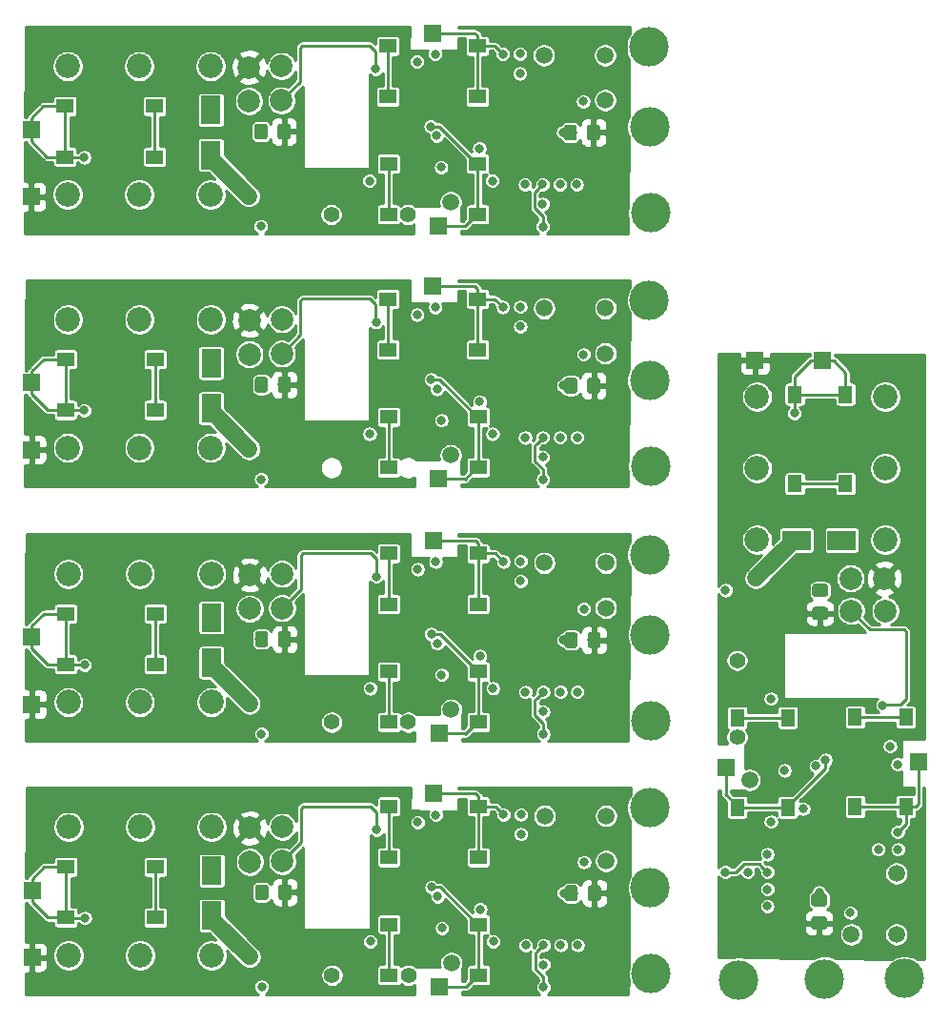
<source format=gbr>
G04 #@! TF.GenerationSoftware,KiCad,Pcbnew,(5.1.4)-1*
G04 #@! TF.CreationDate,2020-04-09T11:04:36+02:00*
G04 #@! TF.ProjectId,output.test_prod_sky,6f757470-7574-42e7-9465-73745f70726f,rev?*
G04 #@! TF.SameCoordinates,Original*
G04 #@! TF.FileFunction,Copper,L4,Bot*
G04 #@! TF.FilePolarity,Positive*
%FSLAX46Y46*%
G04 Gerber Fmt 4.6, Leading zero omitted, Abs format (unit mm)*
G04 Created by KiCad (PCBNEW (5.1.4)-1) date 2020-04-09 11:04:36*
%MOMM*%
%LPD*%
G04 APERTURE LIST*
%ADD10C,2.175000*%
%ADD11R,1.524000X1.524000*%
%ADD12C,2.000000*%
%ADD13R,2.500000X1.800000*%
%ADD14C,1.400000*%
%ADD15R,1.300000X1.550000*%
%ADD16C,0.100000*%
%ADD17C,1.150000*%
%ADD18C,3.500000*%
%ADD19R,1.800000X2.500000*%
%ADD20R,1.550000X1.300000*%
%ADD21C,0.800000*%
%ADD22C,1.500000*%
%ADD23C,0.250000*%
%ADD24C,1.500000*%
%ADD25C,0.254000*%
G04 APERTURE END LIST*
D10*
X185030000Y-91700000D03*
X185030000Y-85350000D03*
X185030000Y-79000000D03*
X196430000Y-91700000D03*
X196430000Y-85350000D03*
X196430000Y-79000000D03*
D11*
X199380000Y-111420000D03*
X182250000Y-111940000D03*
D12*
X196332000Y-95118000D03*
D11*
X190800000Y-75770000D03*
X184850000Y-75760000D03*
D12*
X193332000Y-95118000D03*
D13*
X188540000Y-91730000D03*
X192540000Y-91730000D03*
D14*
X183260000Y-109210000D03*
X183260000Y-102410000D03*
D15*
X188380000Y-78775000D03*
X188380000Y-86725000D03*
X192880000Y-78775000D03*
X192880000Y-86725000D03*
X187770000Y-115445000D03*
X187770000Y-107495000D03*
X183270000Y-115445000D03*
X183270000Y-107495000D03*
X198240000Y-115405000D03*
X198240000Y-107455000D03*
X193740000Y-115405000D03*
X193740000Y-107455000D03*
D12*
X193390000Y-98000000D03*
X196440000Y-98000000D03*
D16*
G36*
X191106505Y-95603204D02*
G01*
X191130773Y-95606804D01*
X191154572Y-95612765D01*
X191177671Y-95621030D01*
X191199850Y-95631520D01*
X191220893Y-95644132D01*
X191240599Y-95658747D01*
X191258777Y-95675223D01*
X191275253Y-95693401D01*
X191289868Y-95713107D01*
X191302480Y-95734150D01*
X191312970Y-95756329D01*
X191321235Y-95779428D01*
X191327196Y-95803227D01*
X191330796Y-95827495D01*
X191332000Y-95851999D01*
X191332000Y-96502001D01*
X191330796Y-96526505D01*
X191327196Y-96550773D01*
X191321235Y-96574572D01*
X191312970Y-96597671D01*
X191302480Y-96619850D01*
X191289868Y-96640893D01*
X191275253Y-96660599D01*
X191258777Y-96678777D01*
X191240599Y-96695253D01*
X191220893Y-96709868D01*
X191199850Y-96722480D01*
X191177671Y-96732970D01*
X191154572Y-96741235D01*
X191130773Y-96747196D01*
X191106505Y-96750796D01*
X191082001Y-96752000D01*
X190181999Y-96752000D01*
X190157495Y-96750796D01*
X190133227Y-96747196D01*
X190109428Y-96741235D01*
X190086329Y-96732970D01*
X190064150Y-96722480D01*
X190043107Y-96709868D01*
X190023401Y-96695253D01*
X190005223Y-96678777D01*
X189988747Y-96660599D01*
X189974132Y-96640893D01*
X189961520Y-96619850D01*
X189951030Y-96597671D01*
X189942765Y-96574572D01*
X189936804Y-96550773D01*
X189933204Y-96526505D01*
X189932000Y-96502001D01*
X189932000Y-95851999D01*
X189933204Y-95827495D01*
X189936804Y-95803227D01*
X189942765Y-95779428D01*
X189951030Y-95756329D01*
X189961520Y-95734150D01*
X189974132Y-95713107D01*
X189988747Y-95693401D01*
X190005223Y-95675223D01*
X190023401Y-95658747D01*
X190043107Y-95644132D01*
X190064150Y-95631520D01*
X190086329Y-95621030D01*
X190109428Y-95612765D01*
X190133227Y-95606804D01*
X190157495Y-95603204D01*
X190181999Y-95602000D01*
X191082001Y-95602000D01*
X191106505Y-95603204D01*
X191106505Y-95603204D01*
G37*
D17*
X190632000Y-96177000D03*
D16*
G36*
X191106505Y-97653204D02*
G01*
X191130773Y-97656804D01*
X191154572Y-97662765D01*
X191177671Y-97671030D01*
X191199850Y-97681520D01*
X191220893Y-97694132D01*
X191240599Y-97708747D01*
X191258777Y-97725223D01*
X191275253Y-97743401D01*
X191289868Y-97763107D01*
X191302480Y-97784150D01*
X191312970Y-97806329D01*
X191321235Y-97829428D01*
X191327196Y-97853227D01*
X191330796Y-97877495D01*
X191332000Y-97901999D01*
X191332000Y-98552001D01*
X191330796Y-98576505D01*
X191327196Y-98600773D01*
X191321235Y-98624572D01*
X191312970Y-98647671D01*
X191302480Y-98669850D01*
X191289868Y-98690893D01*
X191275253Y-98710599D01*
X191258777Y-98728777D01*
X191240599Y-98745253D01*
X191220893Y-98759868D01*
X191199850Y-98772480D01*
X191177671Y-98782970D01*
X191154572Y-98791235D01*
X191130773Y-98797196D01*
X191106505Y-98800796D01*
X191082001Y-98802000D01*
X190181999Y-98802000D01*
X190157495Y-98800796D01*
X190133227Y-98797196D01*
X190109428Y-98791235D01*
X190086329Y-98782970D01*
X190064150Y-98772480D01*
X190043107Y-98759868D01*
X190023401Y-98745253D01*
X190005223Y-98728777D01*
X189988747Y-98710599D01*
X189974132Y-98690893D01*
X189961520Y-98669850D01*
X189951030Y-98647671D01*
X189942765Y-98624572D01*
X189936804Y-98600773D01*
X189933204Y-98576505D01*
X189932000Y-98552001D01*
X189932000Y-97901999D01*
X189933204Y-97877495D01*
X189936804Y-97853227D01*
X189942765Y-97829428D01*
X189951030Y-97806329D01*
X189961520Y-97784150D01*
X189974132Y-97763107D01*
X189988747Y-97743401D01*
X190005223Y-97725223D01*
X190023401Y-97708747D01*
X190043107Y-97694132D01*
X190064150Y-97681520D01*
X190086329Y-97671030D01*
X190109428Y-97662765D01*
X190133227Y-97656804D01*
X190157495Y-97653204D01*
X190181999Y-97652000D01*
X191082001Y-97652000D01*
X191106505Y-97653204D01*
X191106505Y-97653204D01*
G37*
D17*
X190632000Y-98227000D03*
D18*
X183400000Y-130780000D03*
X191030000Y-130690000D03*
D16*
G36*
X191024505Y-123101204D02*
G01*
X191048773Y-123104804D01*
X191072572Y-123110765D01*
X191095671Y-123119030D01*
X191117850Y-123129520D01*
X191138893Y-123142132D01*
X191158599Y-123156747D01*
X191176777Y-123173223D01*
X191193253Y-123191401D01*
X191207868Y-123211107D01*
X191220480Y-123232150D01*
X191230970Y-123254329D01*
X191239235Y-123277428D01*
X191245196Y-123301227D01*
X191248796Y-123325495D01*
X191250000Y-123349999D01*
X191250000Y-124000001D01*
X191248796Y-124024505D01*
X191245196Y-124048773D01*
X191239235Y-124072572D01*
X191230970Y-124095671D01*
X191220480Y-124117850D01*
X191207868Y-124138893D01*
X191193253Y-124158599D01*
X191176777Y-124176777D01*
X191158599Y-124193253D01*
X191138893Y-124207868D01*
X191117850Y-124220480D01*
X191095671Y-124230970D01*
X191072572Y-124239235D01*
X191048773Y-124245196D01*
X191024505Y-124248796D01*
X191000001Y-124250000D01*
X190099999Y-124250000D01*
X190075495Y-124248796D01*
X190051227Y-124245196D01*
X190027428Y-124239235D01*
X190004329Y-124230970D01*
X189982150Y-124220480D01*
X189961107Y-124207868D01*
X189941401Y-124193253D01*
X189923223Y-124176777D01*
X189906747Y-124158599D01*
X189892132Y-124138893D01*
X189879520Y-124117850D01*
X189869030Y-124095671D01*
X189860765Y-124072572D01*
X189854804Y-124048773D01*
X189851204Y-124024505D01*
X189850000Y-124000001D01*
X189850000Y-123349999D01*
X189851204Y-123325495D01*
X189854804Y-123301227D01*
X189860765Y-123277428D01*
X189869030Y-123254329D01*
X189879520Y-123232150D01*
X189892132Y-123211107D01*
X189906747Y-123191401D01*
X189923223Y-123173223D01*
X189941401Y-123156747D01*
X189961107Y-123142132D01*
X189982150Y-123129520D01*
X190004329Y-123119030D01*
X190027428Y-123110765D01*
X190051227Y-123104804D01*
X190075495Y-123101204D01*
X190099999Y-123100000D01*
X191000001Y-123100000D01*
X191024505Y-123101204D01*
X191024505Y-123101204D01*
G37*
D17*
X190550000Y-123675000D03*
D16*
G36*
X191024505Y-125151204D02*
G01*
X191048773Y-125154804D01*
X191072572Y-125160765D01*
X191095671Y-125169030D01*
X191117850Y-125179520D01*
X191138893Y-125192132D01*
X191158599Y-125206747D01*
X191176777Y-125223223D01*
X191193253Y-125241401D01*
X191207868Y-125261107D01*
X191220480Y-125282150D01*
X191230970Y-125304329D01*
X191239235Y-125327428D01*
X191245196Y-125351227D01*
X191248796Y-125375495D01*
X191250000Y-125399999D01*
X191250000Y-126050001D01*
X191248796Y-126074505D01*
X191245196Y-126098773D01*
X191239235Y-126122572D01*
X191230970Y-126145671D01*
X191220480Y-126167850D01*
X191207868Y-126188893D01*
X191193253Y-126208599D01*
X191176777Y-126226777D01*
X191158599Y-126243253D01*
X191138893Y-126257868D01*
X191117850Y-126270480D01*
X191095671Y-126280970D01*
X191072572Y-126289235D01*
X191048773Y-126295196D01*
X191024505Y-126298796D01*
X191000001Y-126300000D01*
X190099999Y-126300000D01*
X190075495Y-126298796D01*
X190051227Y-126295196D01*
X190027428Y-126289235D01*
X190004329Y-126280970D01*
X189982150Y-126270480D01*
X189961107Y-126257868D01*
X189941401Y-126243253D01*
X189923223Y-126226777D01*
X189906747Y-126208599D01*
X189892132Y-126188893D01*
X189879520Y-126167850D01*
X189869030Y-126145671D01*
X189860765Y-126122572D01*
X189854804Y-126098773D01*
X189851204Y-126074505D01*
X189850000Y-126050001D01*
X189850000Y-125399999D01*
X189851204Y-125375495D01*
X189854804Y-125351227D01*
X189860765Y-125327428D01*
X189869030Y-125304329D01*
X189879520Y-125282150D01*
X189892132Y-125261107D01*
X189906747Y-125241401D01*
X189923223Y-125223223D01*
X189941401Y-125206747D01*
X189961107Y-125192132D01*
X189982150Y-125179520D01*
X190004329Y-125169030D01*
X190027428Y-125160765D01*
X190051227Y-125154804D01*
X190075495Y-125151204D01*
X190099999Y-125150000D01*
X191000001Y-125150000D01*
X191024505Y-125151204D01*
X191024505Y-125151204D01*
G37*
D17*
X190550000Y-125725000D03*
D18*
X198130000Y-130650000D03*
D10*
X136500000Y-83520000D03*
X130150000Y-83520000D03*
X123800000Y-83520000D03*
X136500000Y-72120000D03*
X130150000Y-72120000D03*
X123800000Y-72120000D03*
D11*
X156220000Y-69170000D03*
X156740000Y-86300000D03*
D12*
X139918000Y-72218000D03*
D11*
X120570000Y-77750000D03*
X120560000Y-83700000D03*
D12*
X139918000Y-75218000D03*
D18*
X175465000Y-55045000D03*
D16*
G36*
X170849505Y-54826204D02*
G01*
X170873773Y-54829804D01*
X170897572Y-54835765D01*
X170920671Y-54844030D01*
X170942850Y-54854520D01*
X170963893Y-54867132D01*
X170983599Y-54881747D01*
X171001777Y-54898223D01*
X171018253Y-54916401D01*
X171032868Y-54936107D01*
X171045480Y-54957150D01*
X171055970Y-54979329D01*
X171064235Y-55002428D01*
X171070196Y-55026227D01*
X171073796Y-55050495D01*
X171075000Y-55074999D01*
X171075000Y-55975001D01*
X171073796Y-55999505D01*
X171070196Y-56023773D01*
X171064235Y-56047572D01*
X171055970Y-56070671D01*
X171045480Y-56092850D01*
X171032868Y-56113893D01*
X171018253Y-56133599D01*
X171001777Y-56151777D01*
X170983599Y-56168253D01*
X170963893Y-56182868D01*
X170942850Y-56195480D01*
X170920671Y-56205970D01*
X170897572Y-56214235D01*
X170873773Y-56220196D01*
X170849505Y-56223796D01*
X170825001Y-56225000D01*
X170174999Y-56225000D01*
X170150495Y-56223796D01*
X170126227Y-56220196D01*
X170102428Y-56214235D01*
X170079329Y-56205970D01*
X170057150Y-56195480D01*
X170036107Y-56182868D01*
X170016401Y-56168253D01*
X169998223Y-56151777D01*
X169981747Y-56133599D01*
X169967132Y-56113893D01*
X169954520Y-56092850D01*
X169944030Y-56070671D01*
X169935765Y-56047572D01*
X169929804Y-56023773D01*
X169926204Y-55999505D01*
X169925000Y-55975001D01*
X169925000Y-55074999D01*
X169926204Y-55050495D01*
X169929804Y-55026227D01*
X169935765Y-55002428D01*
X169944030Y-54979329D01*
X169954520Y-54957150D01*
X169967132Y-54936107D01*
X169981747Y-54916401D01*
X169998223Y-54898223D01*
X170016401Y-54881747D01*
X170036107Y-54867132D01*
X170057150Y-54854520D01*
X170079329Y-54844030D01*
X170102428Y-54835765D01*
X170126227Y-54829804D01*
X170150495Y-54826204D01*
X170174999Y-54825000D01*
X170825001Y-54825000D01*
X170849505Y-54826204D01*
X170849505Y-54826204D01*
G37*
D17*
X170500000Y-55525000D03*
D16*
G36*
X168799505Y-54826204D02*
G01*
X168823773Y-54829804D01*
X168847572Y-54835765D01*
X168870671Y-54844030D01*
X168892850Y-54854520D01*
X168913893Y-54867132D01*
X168933599Y-54881747D01*
X168951777Y-54898223D01*
X168968253Y-54916401D01*
X168982868Y-54936107D01*
X168995480Y-54957150D01*
X169005970Y-54979329D01*
X169014235Y-55002428D01*
X169020196Y-55026227D01*
X169023796Y-55050495D01*
X169025000Y-55074999D01*
X169025000Y-55975001D01*
X169023796Y-55999505D01*
X169020196Y-56023773D01*
X169014235Y-56047572D01*
X169005970Y-56070671D01*
X168995480Y-56092850D01*
X168982868Y-56113893D01*
X168968253Y-56133599D01*
X168951777Y-56151777D01*
X168933599Y-56168253D01*
X168913893Y-56182868D01*
X168892850Y-56195480D01*
X168870671Y-56205970D01*
X168847572Y-56214235D01*
X168823773Y-56220196D01*
X168799505Y-56223796D01*
X168775001Y-56225000D01*
X168124999Y-56225000D01*
X168100495Y-56223796D01*
X168076227Y-56220196D01*
X168052428Y-56214235D01*
X168029329Y-56205970D01*
X168007150Y-56195480D01*
X167986107Y-56182868D01*
X167966401Y-56168253D01*
X167948223Y-56151777D01*
X167931747Y-56133599D01*
X167917132Y-56113893D01*
X167904520Y-56092850D01*
X167894030Y-56070671D01*
X167885765Y-56047572D01*
X167879804Y-56023773D01*
X167876204Y-55999505D01*
X167875000Y-55975001D01*
X167875000Y-55074999D01*
X167876204Y-55050495D01*
X167879804Y-55026227D01*
X167885765Y-55002428D01*
X167894030Y-54979329D01*
X167904520Y-54957150D01*
X167917132Y-54936107D01*
X167931747Y-54916401D01*
X167948223Y-54898223D01*
X167966401Y-54881747D01*
X167986107Y-54867132D01*
X168007150Y-54854520D01*
X168029329Y-54844030D01*
X168052428Y-54835765D01*
X168076227Y-54829804D01*
X168100495Y-54826204D01*
X168124999Y-54825000D01*
X168775001Y-54825000D01*
X168799505Y-54826204D01*
X168799505Y-54826204D01*
G37*
D17*
X168450000Y-55525000D03*
D19*
X136530000Y-80010000D03*
X136530000Y-76010000D03*
D20*
X123575000Y-80170000D03*
X131525000Y-80170000D03*
X123575000Y-75670000D03*
X131525000Y-75670000D03*
X160245000Y-80780000D03*
X152295000Y-80780000D03*
X160245000Y-85280000D03*
X152295000Y-85280000D03*
X160205000Y-70310000D03*
X152255000Y-70310000D03*
X160205000Y-74810000D03*
X152255000Y-74810000D03*
D12*
X142800000Y-75160000D03*
X142800000Y-72110000D03*
D18*
X175555000Y-62675000D03*
D16*
G36*
X141326505Y-77219204D02*
G01*
X141350773Y-77222804D01*
X141374572Y-77228765D01*
X141397671Y-77237030D01*
X141419850Y-77247520D01*
X141440893Y-77260132D01*
X141460599Y-77274747D01*
X141478777Y-77291223D01*
X141495253Y-77309401D01*
X141509868Y-77329107D01*
X141522480Y-77350150D01*
X141532970Y-77372329D01*
X141541235Y-77395428D01*
X141547196Y-77419227D01*
X141550796Y-77443495D01*
X141552000Y-77467999D01*
X141552000Y-78368001D01*
X141550796Y-78392505D01*
X141547196Y-78416773D01*
X141541235Y-78440572D01*
X141532970Y-78463671D01*
X141522480Y-78485850D01*
X141509868Y-78506893D01*
X141495253Y-78526599D01*
X141478777Y-78544777D01*
X141460599Y-78561253D01*
X141440893Y-78575868D01*
X141419850Y-78588480D01*
X141397671Y-78598970D01*
X141374572Y-78607235D01*
X141350773Y-78613196D01*
X141326505Y-78616796D01*
X141302001Y-78618000D01*
X140651999Y-78618000D01*
X140627495Y-78616796D01*
X140603227Y-78613196D01*
X140579428Y-78607235D01*
X140556329Y-78598970D01*
X140534150Y-78588480D01*
X140513107Y-78575868D01*
X140493401Y-78561253D01*
X140475223Y-78544777D01*
X140458747Y-78526599D01*
X140444132Y-78506893D01*
X140431520Y-78485850D01*
X140421030Y-78463671D01*
X140412765Y-78440572D01*
X140406804Y-78416773D01*
X140403204Y-78392505D01*
X140402000Y-78368001D01*
X140402000Y-77467999D01*
X140403204Y-77443495D01*
X140406804Y-77419227D01*
X140412765Y-77395428D01*
X140421030Y-77372329D01*
X140431520Y-77350150D01*
X140444132Y-77329107D01*
X140458747Y-77309401D01*
X140475223Y-77291223D01*
X140493401Y-77274747D01*
X140513107Y-77260132D01*
X140534150Y-77247520D01*
X140556329Y-77237030D01*
X140579428Y-77228765D01*
X140603227Y-77222804D01*
X140627495Y-77219204D01*
X140651999Y-77218000D01*
X141302001Y-77218000D01*
X141326505Y-77219204D01*
X141326505Y-77219204D01*
G37*
D17*
X140977000Y-77918000D03*
D16*
G36*
X143376505Y-77219204D02*
G01*
X143400773Y-77222804D01*
X143424572Y-77228765D01*
X143447671Y-77237030D01*
X143469850Y-77247520D01*
X143490893Y-77260132D01*
X143510599Y-77274747D01*
X143528777Y-77291223D01*
X143545253Y-77309401D01*
X143559868Y-77329107D01*
X143572480Y-77350150D01*
X143582970Y-77372329D01*
X143591235Y-77395428D01*
X143597196Y-77419227D01*
X143600796Y-77443495D01*
X143602000Y-77467999D01*
X143602000Y-78368001D01*
X143600796Y-78392505D01*
X143597196Y-78416773D01*
X143591235Y-78440572D01*
X143582970Y-78463671D01*
X143572480Y-78485850D01*
X143559868Y-78506893D01*
X143545253Y-78526599D01*
X143528777Y-78544777D01*
X143510599Y-78561253D01*
X143490893Y-78575868D01*
X143469850Y-78588480D01*
X143447671Y-78598970D01*
X143424572Y-78607235D01*
X143400773Y-78613196D01*
X143376505Y-78616796D01*
X143352001Y-78618000D01*
X142701999Y-78618000D01*
X142677495Y-78616796D01*
X142653227Y-78613196D01*
X142629428Y-78607235D01*
X142606329Y-78598970D01*
X142584150Y-78588480D01*
X142563107Y-78575868D01*
X142543401Y-78561253D01*
X142525223Y-78544777D01*
X142508747Y-78526599D01*
X142494132Y-78506893D01*
X142481520Y-78485850D01*
X142471030Y-78463671D01*
X142462765Y-78440572D01*
X142456804Y-78416773D01*
X142453204Y-78392505D01*
X142452000Y-78368001D01*
X142452000Y-77467999D01*
X142453204Y-77443495D01*
X142456804Y-77419227D01*
X142462765Y-77395428D01*
X142471030Y-77372329D01*
X142481520Y-77350150D01*
X142494132Y-77329107D01*
X142508747Y-77309401D01*
X142525223Y-77291223D01*
X142543401Y-77274747D01*
X142563107Y-77260132D01*
X142584150Y-77247520D01*
X142606329Y-77237030D01*
X142629428Y-77228765D01*
X142653227Y-77222804D01*
X142677495Y-77219204D01*
X142701999Y-77218000D01*
X143352001Y-77218000D01*
X143376505Y-77219204D01*
X143376505Y-77219204D01*
G37*
D17*
X143027000Y-77918000D03*
D18*
X175580000Y-85150000D03*
X175490000Y-77520000D03*
D16*
G36*
X168824505Y-77301204D02*
G01*
X168848773Y-77304804D01*
X168872572Y-77310765D01*
X168895671Y-77319030D01*
X168917850Y-77329520D01*
X168938893Y-77342132D01*
X168958599Y-77356747D01*
X168976777Y-77373223D01*
X168993253Y-77391401D01*
X169007868Y-77411107D01*
X169020480Y-77432150D01*
X169030970Y-77454329D01*
X169039235Y-77477428D01*
X169045196Y-77501227D01*
X169048796Y-77525495D01*
X169050000Y-77549999D01*
X169050000Y-78450001D01*
X169048796Y-78474505D01*
X169045196Y-78498773D01*
X169039235Y-78522572D01*
X169030970Y-78545671D01*
X169020480Y-78567850D01*
X169007868Y-78588893D01*
X168993253Y-78608599D01*
X168976777Y-78626777D01*
X168958599Y-78643253D01*
X168938893Y-78657868D01*
X168917850Y-78670480D01*
X168895671Y-78680970D01*
X168872572Y-78689235D01*
X168848773Y-78695196D01*
X168824505Y-78698796D01*
X168800001Y-78700000D01*
X168149999Y-78700000D01*
X168125495Y-78698796D01*
X168101227Y-78695196D01*
X168077428Y-78689235D01*
X168054329Y-78680970D01*
X168032150Y-78670480D01*
X168011107Y-78657868D01*
X167991401Y-78643253D01*
X167973223Y-78626777D01*
X167956747Y-78608599D01*
X167942132Y-78588893D01*
X167929520Y-78567850D01*
X167919030Y-78545671D01*
X167910765Y-78522572D01*
X167904804Y-78498773D01*
X167901204Y-78474505D01*
X167900000Y-78450001D01*
X167900000Y-77549999D01*
X167901204Y-77525495D01*
X167904804Y-77501227D01*
X167910765Y-77477428D01*
X167919030Y-77454329D01*
X167929520Y-77432150D01*
X167942132Y-77411107D01*
X167956747Y-77391401D01*
X167973223Y-77373223D01*
X167991401Y-77356747D01*
X168011107Y-77342132D01*
X168032150Y-77329520D01*
X168054329Y-77319030D01*
X168077428Y-77310765D01*
X168101227Y-77304804D01*
X168125495Y-77301204D01*
X168149999Y-77300000D01*
X168800001Y-77300000D01*
X168824505Y-77301204D01*
X168824505Y-77301204D01*
G37*
D17*
X168475000Y-78000000D03*
D16*
G36*
X170874505Y-77301204D02*
G01*
X170898773Y-77304804D01*
X170922572Y-77310765D01*
X170945671Y-77319030D01*
X170967850Y-77329520D01*
X170988893Y-77342132D01*
X171008599Y-77356747D01*
X171026777Y-77373223D01*
X171043253Y-77391401D01*
X171057868Y-77411107D01*
X171070480Y-77432150D01*
X171080970Y-77454329D01*
X171089235Y-77477428D01*
X171095196Y-77501227D01*
X171098796Y-77525495D01*
X171100000Y-77549999D01*
X171100000Y-78450001D01*
X171098796Y-78474505D01*
X171095196Y-78498773D01*
X171089235Y-78522572D01*
X171080970Y-78545671D01*
X171070480Y-78567850D01*
X171057868Y-78588893D01*
X171043253Y-78608599D01*
X171026777Y-78626777D01*
X171008599Y-78643253D01*
X170988893Y-78657868D01*
X170967850Y-78670480D01*
X170945671Y-78680970D01*
X170922572Y-78689235D01*
X170898773Y-78695196D01*
X170874505Y-78698796D01*
X170850001Y-78700000D01*
X170199999Y-78700000D01*
X170175495Y-78698796D01*
X170151227Y-78695196D01*
X170127428Y-78689235D01*
X170104329Y-78680970D01*
X170082150Y-78670480D01*
X170061107Y-78657868D01*
X170041401Y-78643253D01*
X170023223Y-78626777D01*
X170006747Y-78608599D01*
X169992132Y-78588893D01*
X169979520Y-78567850D01*
X169969030Y-78545671D01*
X169960765Y-78522572D01*
X169954804Y-78498773D01*
X169951204Y-78474505D01*
X169950000Y-78450001D01*
X169950000Y-77549999D01*
X169951204Y-77525495D01*
X169954804Y-77501227D01*
X169960765Y-77477428D01*
X169969030Y-77454329D01*
X169979520Y-77432150D01*
X169992132Y-77411107D01*
X170006747Y-77391401D01*
X170023223Y-77373223D01*
X170041401Y-77356747D01*
X170061107Y-77342132D01*
X170082150Y-77329520D01*
X170104329Y-77319030D01*
X170127428Y-77310765D01*
X170151227Y-77304804D01*
X170175495Y-77301204D01*
X170199999Y-77300000D01*
X170850001Y-77300000D01*
X170874505Y-77301204D01*
X170874505Y-77301204D01*
G37*
D17*
X170525000Y-78000000D03*
D18*
X175450000Y-70420000D03*
D12*
X142775000Y-52685000D03*
D18*
X175425000Y-47945000D03*
D12*
X142775000Y-49635000D03*
D16*
G36*
X143351505Y-54744204D02*
G01*
X143375773Y-54747804D01*
X143399572Y-54753765D01*
X143422671Y-54762030D01*
X143444850Y-54772520D01*
X143465893Y-54785132D01*
X143485599Y-54799747D01*
X143503777Y-54816223D01*
X143520253Y-54834401D01*
X143534868Y-54854107D01*
X143547480Y-54875150D01*
X143557970Y-54897329D01*
X143566235Y-54920428D01*
X143572196Y-54944227D01*
X143575796Y-54968495D01*
X143577000Y-54992999D01*
X143577000Y-55893001D01*
X143575796Y-55917505D01*
X143572196Y-55941773D01*
X143566235Y-55965572D01*
X143557970Y-55988671D01*
X143547480Y-56010850D01*
X143534868Y-56031893D01*
X143520253Y-56051599D01*
X143503777Y-56069777D01*
X143485599Y-56086253D01*
X143465893Y-56100868D01*
X143444850Y-56113480D01*
X143422671Y-56123970D01*
X143399572Y-56132235D01*
X143375773Y-56138196D01*
X143351505Y-56141796D01*
X143327001Y-56143000D01*
X142676999Y-56143000D01*
X142652495Y-56141796D01*
X142628227Y-56138196D01*
X142604428Y-56132235D01*
X142581329Y-56123970D01*
X142559150Y-56113480D01*
X142538107Y-56100868D01*
X142518401Y-56086253D01*
X142500223Y-56069777D01*
X142483747Y-56051599D01*
X142469132Y-56031893D01*
X142456520Y-56010850D01*
X142446030Y-55988671D01*
X142437765Y-55965572D01*
X142431804Y-55941773D01*
X142428204Y-55917505D01*
X142427000Y-55893001D01*
X142427000Y-54992999D01*
X142428204Y-54968495D01*
X142431804Y-54944227D01*
X142437765Y-54920428D01*
X142446030Y-54897329D01*
X142456520Y-54875150D01*
X142469132Y-54854107D01*
X142483747Y-54834401D01*
X142500223Y-54816223D01*
X142518401Y-54799747D01*
X142538107Y-54785132D01*
X142559150Y-54772520D01*
X142581329Y-54762030D01*
X142604428Y-54753765D01*
X142628227Y-54747804D01*
X142652495Y-54744204D01*
X142676999Y-54743000D01*
X143327001Y-54743000D01*
X143351505Y-54744204D01*
X143351505Y-54744204D01*
G37*
D17*
X143002000Y-55443000D03*
D16*
G36*
X141301505Y-54744204D02*
G01*
X141325773Y-54747804D01*
X141349572Y-54753765D01*
X141372671Y-54762030D01*
X141394850Y-54772520D01*
X141415893Y-54785132D01*
X141435599Y-54799747D01*
X141453777Y-54816223D01*
X141470253Y-54834401D01*
X141484868Y-54854107D01*
X141497480Y-54875150D01*
X141507970Y-54897329D01*
X141516235Y-54920428D01*
X141522196Y-54944227D01*
X141525796Y-54968495D01*
X141527000Y-54992999D01*
X141527000Y-55893001D01*
X141525796Y-55917505D01*
X141522196Y-55941773D01*
X141516235Y-55965572D01*
X141507970Y-55988671D01*
X141497480Y-56010850D01*
X141484868Y-56031893D01*
X141470253Y-56051599D01*
X141453777Y-56069777D01*
X141435599Y-56086253D01*
X141415893Y-56100868D01*
X141394850Y-56113480D01*
X141372671Y-56123970D01*
X141349572Y-56132235D01*
X141325773Y-56138196D01*
X141301505Y-56141796D01*
X141277001Y-56143000D01*
X140626999Y-56143000D01*
X140602495Y-56141796D01*
X140578227Y-56138196D01*
X140554428Y-56132235D01*
X140531329Y-56123970D01*
X140509150Y-56113480D01*
X140488107Y-56100868D01*
X140468401Y-56086253D01*
X140450223Y-56069777D01*
X140433747Y-56051599D01*
X140419132Y-56031893D01*
X140406520Y-56010850D01*
X140396030Y-55988671D01*
X140387765Y-55965572D01*
X140381804Y-55941773D01*
X140378204Y-55917505D01*
X140377000Y-55893001D01*
X140377000Y-54992999D01*
X140378204Y-54968495D01*
X140381804Y-54944227D01*
X140387765Y-54920428D01*
X140396030Y-54897329D01*
X140406520Y-54875150D01*
X140419132Y-54854107D01*
X140433747Y-54834401D01*
X140450223Y-54816223D01*
X140468401Y-54799747D01*
X140488107Y-54785132D01*
X140509150Y-54772520D01*
X140531329Y-54762030D01*
X140554428Y-54753765D01*
X140578227Y-54747804D01*
X140602495Y-54744204D01*
X140626999Y-54743000D01*
X141277001Y-54743000D01*
X141301505Y-54744204D01*
X141301505Y-54744204D01*
G37*
D17*
X140952000Y-55443000D03*
D19*
X136505000Y-53535000D03*
X136505000Y-57535000D03*
D10*
X123775000Y-49645000D03*
X130125000Y-49645000D03*
X136475000Y-49645000D03*
X123775000Y-61045000D03*
X130125000Y-61045000D03*
X136475000Y-61045000D03*
D14*
X147185000Y-62815000D03*
X153985000Y-62815000D03*
D20*
X152270000Y-62805000D03*
X160220000Y-62805000D03*
X152270000Y-58305000D03*
X160220000Y-58305000D03*
D11*
X156195000Y-46695000D03*
D20*
X152230000Y-52335000D03*
X160180000Y-52335000D03*
X152230000Y-47835000D03*
X160180000Y-47835000D03*
D11*
X156715000Y-63825000D03*
X120545000Y-55275000D03*
D12*
X139893000Y-52743000D03*
D20*
X131500000Y-53195000D03*
X123550000Y-53195000D03*
X131500000Y-57695000D03*
X123550000Y-57695000D03*
D12*
X139893000Y-49743000D03*
D11*
X120535000Y-61225000D03*
D10*
X136525000Y-106120000D03*
X130175000Y-106120000D03*
X123825000Y-106120000D03*
X136525000Y-94720000D03*
X130175000Y-94720000D03*
X123825000Y-94720000D03*
D11*
X156245000Y-91770000D03*
X156765000Y-108900000D03*
D12*
X139943000Y-94818000D03*
D11*
X120595000Y-100350000D03*
X120585000Y-106300000D03*
D12*
X139943000Y-97818000D03*
D19*
X136555000Y-102610000D03*
X136555000Y-98610000D03*
D14*
X154035000Y-107890000D03*
X147235000Y-107890000D03*
D20*
X123600000Y-102770000D03*
X131550000Y-102770000D03*
X123600000Y-98270000D03*
X131550000Y-98270000D03*
X160270000Y-103380000D03*
X152320000Y-103380000D03*
X160270000Y-107880000D03*
X152320000Y-107880000D03*
X160230000Y-92910000D03*
X152280000Y-92910000D03*
X160230000Y-97410000D03*
X152280000Y-97410000D03*
D12*
X142825000Y-97760000D03*
X142825000Y-94710000D03*
D16*
G36*
X141351505Y-99819204D02*
G01*
X141375773Y-99822804D01*
X141399572Y-99828765D01*
X141422671Y-99837030D01*
X141444850Y-99847520D01*
X141465893Y-99860132D01*
X141485599Y-99874747D01*
X141503777Y-99891223D01*
X141520253Y-99909401D01*
X141534868Y-99929107D01*
X141547480Y-99950150D01*
X141557970Y-99972329D01*
X141566235Y-99995428D01*
X141572196Y-100019227D01*
X141575796Y-100043495D01*
X141577000Y-100067999D01*
X141577000Y-100968001D01*
X141575796Y-100992505D01*
X141572196Y-101016773D01*
X141566235Y-101040572D01*
X141557970Y-101063671D01*
X141547480Y-101085850D01*
X141534868Y-101106893D01*
X141520253Y-101126599D01*
X141503777Y-101144777D01*
X141485599Y-101161253D01*
X141465893Y-101175868D01*
X141444850Y-101188480D01*
X141422671Y-101198970D01*
X141399572Y-101207235D01*
X141375773Y-101213196D01*
X141351505Y-101216796D01*
X141327001Y-101218000D01*
X140676999Y-101218000D01*
X140652495Y-101216796D01*
X140628227Y-101213196D01*
X140604428Y-101207235D01*
X140581329Y-101198970D01*
X140559150Y-101188480D01*
X140538107Y-101175868D01*
X140518401Y-101161253D01*
X140500223Y-101144777D01*
X140483747Y-101126599D01*
X140469132Y-101106893D01*
X140456520Y-101085850D01*
X140446030Y-101063671D01*
X140437765Y-101040572D01*
X140431804Y-101016773D01*
X140428204Y-100992505D01*
X140427000Y-100968001D01*
X140427000Y-100067999D01*
X140428204Y-100043495D01*
X140431804Y-100019227D01*
X140437765Y-99995428D01*
X140446030Y-99972329D01*
X140456520Y-99950150D01*
X140469132Y-99929107D01*
X140483747Y-99909401D01*
X140500223Y-99891223D01*
X140518401Y-99874747D01*
X140538107Y-99860132D01*
X140559150Y-99847520D01*
X140581329Y-99837030D01*
X140604428Y-99828765D01*
X140628227Y-99822804D01*
X140652495Y-99819204D01*
X140676999Y-99818000D01*
X141327001Y-99818000D01*
X141351505Y-99819204D01*
X141351505Y-99819204D01*
G37*
D17*
X141002000Y-100518000D03*
D16*
G36*
X143401505Y-99819204D02*
G01*
X143425773Y-99822804D01*
X143449572Y-99828765D01*
X143472671Y-99837030D01*
X143494850Y-99847520D01*
X143515893Y-99860132D01*
X143535599Y-99874747D01*
X143553777Y-99891223D01*
X143570253Y-99909401D01*
X143584868Y-99929107D01*
X143597480Y-99950150D01*
X143607970Y-99972329D01*
X143616235Y-99995428D01*
X143622196Y-100019227D01*
X143625796Y-100043495D01*
X143627000Y-100067999D01*
X143627000Y-100968001D01*
X143625796Y-100992505D01*
X143622196Y-101016773D01*
X143616235Y-101040572D01*
X143607970Y-101063671D01*
X143597480Y-101085850D01*
X143584868Y-101106893D01*
X143570253Y-101126599D01*
X143553777Y-101144777D01*
X143535599Y-101161253D01*
X143515893Y-101175868D01*
X143494850Y-101188480D01*
X143472671Y-101198970D01*
X143449572Y-101207235D01*
X143425773Y-101213196D01*
X143401505Y-101216796D01*
X143377001Y-101218000D01*
X142726999Y-101218000D01*
X142702495Y-101216796D01*
X142678227Y-101213196D01*
X142654428Y-101207235D01*
X142631329Y-101198970D01*
X142609150Y-101188480D01*
X142588107Y-101175868D01*
X142568401Y-101161253D01*
X142550223Y-101144777D01*
X142533747Y-101126599D01*
X142519132Y-101106893D01*
X142506520Y-101085850D01*
X142496030Y-101063671D01*
X142487765Y-101040572D01*
X142481804Y-101016773D01*
X142478204Y-100992505D01*
X142477000Y-100968001D01*
X142477000Y-100067999D01*
X142478204Y-100043495D01*
X142481804Y-100019227D01*
X142487765Y-99995428D01*
X142496030Y-99972329D01*
X142506520Y-99950150D01*
X142519132Y-99929107D01*
X142533747Y-99909401D01*
X142550223Y-99891223D01*
X142568401Y-99874747D01*
X142588107Y-99860132D01*
X142609150Y-99847520D01*
X142631329Y-99837030D01*
X142654428Y-99828765D01*
X142678227Y-99822804D01*
X142702495Y-99819204D01*
X142726999Y-99818000D01*
X143377001Y-99818000D01*
X143401505Y-99819204D01*
X143401505Y-99819204D01*
G37*
D17*
X143052000Y-100518000D03*
D18*
X175605000Y-107750000D03*
X175515000Y-100120000D03*
D16*
G36*
X168849505Y-99901204D02*
G01*
X168873773Y-99904804D01*
X168897572Y-99910765D01*
X168920671Y-99919030D01*
X168942850Y-99929520D01*
X168963893Y-99942132D01*
X168983599Y-99956747D01*
X169001777Y-99973223D01*
X169018253Y-99991401D01*
X169032868Y-100011107D01*
X169045480Y-100032150D01*
X169055970Y-100054329D01*
X169064235Y-100077428D01*
X169070196Y-100101227D01*
X169073796Y-100125495D01*
X169075000Y-100149999D01*
X169075000Y-101050001D01*
X169073796Y-101074505D01*
X169070196Y-101098773D01*
X169064235Y-101122572D01*
X169055970Y-101145671D01*
X169045480Y-101167850D01*
X169032868Y-101188893D01*
X169018253Y-101208599D01*
X169001777Y-101226777D01*
X168983599Y-101243253D01*
X168963893Y-101257868D01*
X168942850Y-101270480D01*
X168920671Y-101280970D01*
X168897572Y-101289235D01*
X168873773Y-101295196D01*
X168849505Y-101298796D01*
X168825001Y-101300000D01*
X168174999Y-101300000D01*
X168150495Y-101298796D01*
X168126227Y-101295196D01*
X168102428Y-101289235D01*
X168079329Y-101280970D01*
X168057150Y-101270480D01*
X168036107Y-101257868D01*
X168016401Y-101243253D01*
X167998223Y-101226777D01*
X167981747Y-101208599D01*
X167967132Y-101188893D01*
X167954520Y-101167850D01*
X167944030Y-101145671D01*
X167935765Y-101122572D01*
X167929804Y-101098773D01*
X167926204Y-101074505D01*
X167925000Y-101050001D01*
X167925000Y-100149999D01*
X167926204Y-100125495D01*
X167929804Y-100101227D01*
X167935765Y-100077428D01*
X167944030Y-100054329D01*
X167954520Y-100032150D01*
X167967132Y-100011107D01*
X167981747Y-99991401D01*
X167998223Y-99973223D01*
X168016401Y-99956747D01*
X168036107Y-99942132D01*
X168057150Y-99929520D01*
X168079329Y-99919030D01*
X168102428Y-99910765D01*
X168126227Y-99904804D01*
X168150495Y-99901204D01*
X168174999Y-99900000D01*
X168825001Y-99900000D01*
X168849505Y-99901204D01*
X168849505Y-99901204D01*
G37*
D17*
X168500000Y-100600000D03*
D16*
G36*
X170899505Y-99901204D02*
G01*
X170923773Y-99904804D01*
X170947572Y-99910765D01*
X170970671Y-99919030D01*
X170992850Y-99929520D01*
X171013893Y-99942132D01*
X171033599Y-99956747D01*
X171051777Y-99973223D01*
X171068253Y-99991401D01*
X171082868Y-100011107D01*
X171095480Y-100032150D01*
X171105970Y-100054329D01*
X171114235Y-100077428D01*
X171120196Y-100101227D01*
X171123796Y-100125495D01*
X171125000Y-100149999D01*
X171125000Y-101050001D01*
X171123796Y-101074505D01*
X171120196Y-101098773D01*
X171114235Y-101122572D01*
X171105970Y-101145671D01*
X171095480Y-101167850D01*
X171082868Y-101188893D01*
X171068253Y-101208599D01*
X171051777Y-101226777D01*
X171033599Y-101243253D01*
X171013893Y-101257868D01*
X170992850Y-101270480D01*
X170970671Y-101280970D01*
X170947572Y-101289235D01*
X170923773Y-101295196D01*
X170899505Y-101298796D01*
X170875001Y-101300000D01*
X170224999Y-101300000D01*
X170200495Y-101298796D01*
X170176227Y-101295196D01*
X170152428Y-101289235D01*
X170129329Y-101280970D01*
X170107150Y-101270480D01*
X170086107Y-101257868D01*
X170066401Y-101243253D01*
X170048223Y-101226777D01*
X170031747Y-101208599D01*
X170017132Y-101188893D01*
X170004520Y-101167850D01*
X169994030Y-101145671D01*
X169985765Y-101122572D01*
X169979804Y-101098773D01*
X169976204Y-101074505D01*
X169975000Y-101050001D01*
X169975000Y-100149999D01*
X169976204Y-100125495D01*
X169979804Y-100101227D01*
X169985765Y-100077428D01*
X169994030Y-100054329D01*
X170004520Y-100032150D01*
X170017132Y-100011107D01*
X170031747Y-99991401D01*
X170048223Y-99973223D01*
X170066401Y-99956747D01*
X170086107Y-99942132D01*
X170107150Y-99929520D01*
X170129329Y-99919030D01*
X170152428Y-99910765D01*
X170176227Y-99904804D01*
X170200495Y-99901204D01*
X170224999Y-99900000D01*
X170875001Y-99900000D01*
X170899505Y-99901204D01*
X170899505Y-99901204D01*
G37*
D17*
X170550000Y-100600000D03*
D18*
X175475000Y-93020000D03*
D11*
X120610000Y-128775000D03*
D12*
X139968000Y-120293000D03*
D11*
X156790000Y-131375000D03*
X156270000Y-114245000D03*
X120620000Y-122825000D03*
D12*
X139968000Y-117293000D03*
D10*
X123850000Y-117195000D03*
X130200000Y-117195000D03*
X136550000Y-117195000D03*
X123850000Y-128595000D03*
X130200000Y-128595000D03*
X136550000Y-128595000D03*
D12*
X142850000Y-117185000D03*
X142850000Y-120235000D03*
D18*
X175540000Y-122595000D03*
X175500000Y-115495000D03*
X175630000Y-130225000D03*
D20*
X152305000Y-119885000D03*
X160255000Y-119885000D03*
X152305000Y-115385000D03*
X160255000Y-115385000D03*
X152345000Y-130355000D03*
X160295000Y-130355000D03*
X152345000Y-125855000D03*
X160295000Y-125855000D03*
X131575000Y-120745000D03*
X123625000Y-120745000D03*
X131575000Y-125245000D03*
X123625000Y-125245000D03*
D14*
X147260000Y-130365000D03*
X154060000Y-130365000D03*
D19*
X136580000Y-121085000D03*
X136580000Y-125085000D03*
D16*
G36*
X170924505Y-122376204D02*
G01*
X170948773Y-122379804D01*
X170972572Y-122385765D01*
X170995671Y-122394030D01*
X171017850Y-122404520D01*
X171038893Y-122417132D01*
X171058599Y-122431747D01*
X171076777Y-122448223D01*
X171093253Y-122466401D01*
X171107868Y-122486107D01*
X171120480Y-122507150D01*
X171130970Y-122529329D01*
X171139235Y-122552428D01*
X171145196Y-122576227D01*
X171148796Y-122600495D01*
X171150000Y-122624999D01*
X171150000Y-123525001D01*
X171148796Y-123549505D01*
X171145196Y-123573773D01*
X171139235Y-123597572D01*
X171130970Y-123620671D01*
X171120480Y-123642850D01*
X171107868Y-123663893D01*
X171093253Y-123683599D01*
X171076777Y-123701777D01*
X171058599Y-123718253D01*
X171038893Y-123732868D01*
X171017850Y-123745480D01*
X170995671Y-123755970D01*
X170972572Y-123764235D01*
X170948773Y-123770196D01*
X170924505Y-123773796D01*
X170900001Y-123775000D01*
X170249999Y-123775000D01*
X170225495Y-123773796D01*
X170201227Y-123770196D01*
X170177428Y-123764235D01*
X170154329Y-123755970D01*
X170132150Y-123745480D01*
X170111107Y-123732868D01*
X170091401Y-123718253D01*
X170073223Y-123701777D01*
X170056747Y-123683599D01*
X170042132Y-123663893D01*
X170029520Y-123642850D01*
X170019030Y-123620671D01*
X170010765Y-123597572D01*
X170004804Y-123573773D01*
X170001204Y-123549505D01*
X170000000Y-123525001D01*
X170000000Y-122624999D01*
X170001204Y-122600495D01*
X170004804Y-122576227D01*
X170010765Y-122552428D01*
X170019030Y-122529329D01*
X170029520Y-122507150D01*
X170042132Y-122486107D01*
X170056747Y-122466401D01*
X170073223Y-122448223D01*
X170091401Y-122431747D01*
X170111107Y-122417132D01*
X170132150Y-122404520D01*
X170154329Y-122394030D01*
X170177428Y-122385765D01*
X170201227Y-122379804D01*
X170225495Y-122376204D01*
X170249999Y-122375000D01*
X170900001Y-122375000D01*
X170924505Y-122376204D01*
X170924505Y-122376204D01*
G37*
D17*
X170575000Y-123075000D03*
D16*
G36*
X168874505Y-122376204D02*
G01*
X168898773Y-122379804D01*
X168922572Y-122385765D01*
X168945671Y-122394030D01*
X168967850Y-122404520D01*
X168988893Y-122417132D01*
X169008599Y-122431747D01*
X169026777Y-122448223D01*
X169043253Y-122466401D01*
X169057868Y-122486107D01*
X169070480Y-122507150D01*
X169080970Y-122529329D01*
X169089235Y-122552428D01*
X169095196Y-122576227D01*
X169098796Y-122600495D01*
X169100000Y-122624999D01*
X169100000Y-123525001D01*
X169098796Y-123549505D01*
X169095196Y-123573773D01*
X169089235Y-123597572D01*
X169080970Y-123620671D01*
X169070480Y-123642850D01*
X169057868Y-123663893D01*
X169043253Y-123683599D01*
X169026777Y-123701777D01*
X169008599Y-123718253D01*
X168988893Y-123732868D01*
X168967850Y-123745480D01*
X168945671Y-123755970D01*
X168922572Y-123764235D01*
X168898773Y-123770196D01*
X168874505Y-123773796D01*
X168850001Y-123775000D01*
X168199999Y-123775000D01*
X168175495Y-123773796D01*
X168151227Y-123770196D01*
X168127428Y-123764235D01*
X168104329Y-123755970D01*
X168082150Y-123745480D01*
X168061107Y-123732868D01*
X168041401Y-123718253D01*
X168023223Y-123701777D01*
X168006747Y-123683599D01*
X167992132Y-123663893D01*
X167979520Y-123642850D01*
X167969030Y-123620671D01*
X167960765Y-123597572D01*
X167954804Y-123573773D01*
X167951204Y-123549505D01*
X167950000Y-123525001D01*
X167950000Y-122624999D01*
X167951204Y-122600495D01*
X167954804Y-122576227D01*
X167960765Y-122552428D01*
X167969030Y-122529329D01*
X167979520Y-122507150D01*
X167992132Y-122486107D01*
X168006747Y-122466401D01*
X168023223Y-122448223D01*
X168041401Y-122431747D01*
X168061107Y-122417132D01*
X168082150Y-122404520D01*
X168104329Y-122394030D01*
X168127428Y-122385765D01*
X168151227Y-122379804D01*
X168175495Y-122376204D01*
X168199999Y-122375000D01*
X168850001Y-122375000D01*
X168874505Y-122376204D01*
X168874505Y-122376204D01*
G37*
D17*
X168525000Y-123075000D03*
D16*
G36*
X143426505Y-122294204D02*
G01*
X143450773Y-122297804D01*
X143474572Y-122303765D01*
X143497671Y-122312030D01*
X143519850Y-122322520D01*
X143540893Y-122335132D01*
X143560599Y-122349747D01*
X143578777Y-122366223D01*
X143595253Y-122384401D01*
X143609868Y-122404107D01*
X143622480Y-122425150D01*
X143632970Y-122447329D01*
X143641235Y-122470428D01*
X143647196Y-122494227D01*
X143650796Y-122518495D01*
X143652000Y-122542999D01*
X143652000Y-123443001D01*
X143650796Y-123467505D01*
X143647196Y-123491773D01*
X143641235Y-123515572D01*
X143632970Y-123538671D01*
X143622480Y-123560850D01*
X143609868Y-123581893D01*
X143595253Y-123601599D01*
X143578777Y-123619777D01*
X143560599Y-123636253D01*
X143540893Y-123650868D01*
X143519850Y-123663480D01*
X143497671Y-123673970D01*
X143474572Y-123682235D01*
X143450773Y-123688196D01*
X143426505Y-123691796D01*
X143402001Y-123693000D01*
X142751999Y-123693000D01*
X142727495Y-123691796D01*
X142703227Y-123688196D01*
X142679428Y-123682235D01*
X142656329Y-123673970D01*
X142634150Y-123663480D01*
X142613107Y-123650868D01*
X142593401Y-123636253D01*
X142575223Y-123619777D01*
X142558747Y-123601599D01*
X142544132Y-123581893D01*
X142531520Y-123560850D01*
X142521030Y-123538671D01*
X142512765Y-123515572D01*
X142506804Y-123491773D01*
X142503204Y-123467505D01*
X142502000Y-123443001D01*
X142502000Y-122542999D01*
X142503204Y-122518495D01*
X142506804Y-122494227D01*
X142512765Y-122470428D01*
X142521030Y-122447329D01*
X142531520Y-122425150D01*
X142544132Y-122404107D01*
X142558747Y-122384401D01*
X142575223Y-122366223D01*
X142593401Y-122349747D01*
X142613107Y-122335132D01*
X142634150Y-122322520D01*
X142656329Y-122312030D01*
X142679428Y-122303765D01*
X142703227Y-122297804D01*
X142727495Y-122294204D01*
X142751999Y-122293000D01*
X143402001Y-122293000D01*
X143426505Y-122294204D01*
X143426505Y-122294204D01*
G37*
D17*
X143077000Y-122993000D03*
D16*
G36*
X141376505Y-122294204D02*
G01*
X141400773Y-122297804D01*
X141424572Y-122303765D01*
X141447671Y-122312030D01*
X141469850Y-122322520D01*
X141490893Y-122335132D01*
X141510599Y-122349747D01*
X141528777Y-122366223D01*
X141545253Y-122384401D01*
X141559868Y-122404107D01*
X141572480Y-122425150D01*
X141582970Y-122447329D01*
X141591235Y-122470428D01*
X141597196Y-122494227D01*
X141600796Y-122518495D01*
X141602000Y-122542999D01*
X141602000Y-123443001D01*
X141600796Y-123467505D01*
X141597196Y-123491773D01*
X141591235Y-123515572D01*
X141582970Y-123538671D01*
X141572480Y-123560850D01*
X141559868Y-123581893D01*
X141545253Y-123601599D01*
X141528777Y-123619777D01*
X141510599Y-123636253D01*
X141490893Y-123650868D01*
X141469850Y-123663480D01*
X141447671Y-123673970D01*
X141424572Y-123682235D01*
X141400773Y-123688196D01*
X141376505Y-123691796D01*
X141352001Y-123693000D01*
X140701999Y-123693000D01*
X140677495Y-123691796D01*
X140653227Y-123688196D01*
X140629428Y-123682235D01*
X140606329Y-123673970D01*
X140584150Y-123663480D01*
X140563107Y-123650868D01*
X140543401Y-123636253D01*
X140525223Y-123619777D01*
X140508747Y-123601599D01*
X140494132Y-123581893D01*
X140481520Y-123560850D01*
X140471030Y-123538671D01*
X140462765Y-123515572D01*
X140456804Y-123491773D01*
X140453204Y-123467505D01*
X140452000Y-123443001D01*
X140452000Y-122542999D01*
X140453204Y-122518495D01*
X140456804Y-122494227D01*
X140462765Y-122470428D01*
X140471030Y-122447329D01*
X140481520Y-122425150D01*
X140494132Y-122404107D01*
X140508747Y-122384401D01*
X140525223Y-122366223D01*
X140543401Y-122349747D01*
X140563107Y-122335132D01*
X140584150Y-122322520D01*
X140606329Y-122312030D01*
X140629428Y-122303765D01*
X140653227Y-122297804D01*
X140677495Y-122294204D01*
X140701999Y-122293000D01*
X141352001Y-122293000D01*
X141376505Y-122294204D01*
X141376505Y-122294204D01*
G37*
D17*
X141027000Y-122993000D03*
D21*
X152345000Y-130355000D03*
X152305000Y-119885000D03*
X131575000Y-125245000D03*
X152320000Y-107880000D03*
X152280000Y-97410000D03*
X131550000Y-102770000D03*
X152295000Y-85280000D03*
X152255000Y-74810000D03*
X131525000Y-80170000D03*
X152270000Y-62805000D03*
X131500000Y-57695000D03*
X152230000Y-52335000D03*
X183270000Y-107495000D03*
X193740000Y-107455000D03*
X188380000Y-86725000D03*
X169660000Y-120315000D03*
D22*
X166155000Y-116215000D03*
X136580000Y-121085000D03*
D21*
X169635000Y-97840000D03*
D22*
X136555000Y-98610000D03*
X166130000Y-93740000D03*
D21*
X169610000Y-75240000D03*
D22*
X136530000Y-76010000D03*
X166105000Y-71140000D03*
X166080000Y-48665000D03*
D21*
X169585000Y-52765000D03*
D22*
X136505000Y-53535000D03*
D21*
X193310000Y-124810000D03*
D22*
X192540000Y-91730000D03*
X197410000Y-121305000D03*
D21*
X162520000Y-122890000D03*
X162500000Y-117850000D03*
X167580000Y-129430000D03*
X169080000Y-129435000D03*
X148160000Y-127364999D03*
X148135000Y-104889999D03*
X162475000Y-95375000D03*
X167555000Y-106955000D03*
X169055000Y-106960000D03*
X162495000Y-100415000D03*
X148110000Y-82289999D03*
X162450000Y-72775000D03*
X167530000Y-84355000D03*
X169030000Y-84360000D03*
X162470000Y-77815000D03*
X162425000Y-50300000D03*
X148085000Y-59814999D03*
X162445000Y-55340000D03*
X167505000Y-61880000D03*
X169005000Y-61885000D03*
X186260001Y-103310000D03*
X195775000Y-117650000D03*
X184195000Y-122730000D03*
X184190000Y-124230000D03*
X190735000Y-117670000D03*
X166050000Y-129430000D03*
X141014999Y-131390001D03*
X141027000Y-122993000D03*
X140989999Y-108915001D03*
X166025000Y-106955000D03*
X141002000Y-100518000D03*
X140964999Y-86315001D03*
X166000000Y-84355000D03*
X140977000Y-77918000D03*
X140939999Y-63840001D03*
X165975000Y-61880000D03*
X140952000Y-55443000D03*
X182234999Y-96164999D03*
X184195000Y-121200000D03*
X190632000Y-96177000D03*
X167860000Y-123065000D03*
X164040000Y-117835000D03*
X167835000Y-100590000D03*
X164015000Y-95360000D03*
X167810000Y-77990000D03*
X163990000Y-72760000D03*
X167785000Y-55515000D03*
X163965000Y-50285000D03*
X190560000Y-123010000D03*
X195790000Y-119190000D03*
X151229412Y-117447037D03*
X151204412Y-94972037D03*
X151179412Y-72372037D03*
X151154412Y-49897037D03*
X196177963Y-106379412D03*
X164040000Y-116085000D03*
X154880000Y-116785000D03*
X154855000Y-94310000D03*
X164015000Y-93610000D03*
X154830000Y-71710000D03*
X163990000Y-71010000D03*
X154805000Y-49235000D03*
X163965000Y-48535000D03*
X196840000Y-110030000D03*
X197540000Y-119190000D03*
X169080000Y-127685000D03*
X160430000Y-124495000D03*
X125300000Y-125285000D03*
X125275000Y-102810000D03*
X169055000Y-105210000D03*
X160405000Y-102020000D03*
X125250000Y-80210000D03*
X169030000Y-82610000D03*
X160380000Y-79420000D03*
X125225000Y-57735000D03*
X160355000Y-56945000D03*
X169005000Y-60135000D03*
X188340000Y-80450000D03*
X185940000Y-124230000D03*
X189130000Y-115580000D03*
X166050000Y-127680000D03*
X166060000Y-131425000D03*
X156641141Y-123375381D03*
X166035000Y-108950000D03*
X166025000Y-105205000D03*
X156616141Y-100900381D03*
X166010000Y-86350000D03*
X166000000Y-82605000D03*
X156591141Y-78300381D03*
X165985000Y-63875000D03*
X165975000Y-60130000D03*
X156566141Y-55825381D03*
X182200000Y-121210000D03*
X185945000Y-121200000D03*
X190249619Y-111791141D03*
X164470000Y-127695000D03*
X157030000Y-126165000D03*
X164445000Y-105220000D03*
X157005000Y-103690000D03*
X164420000Y-82620000D03*
X156980000Y-81090000D03*
X156955000Y-58615000D03*
X164395000Y-60145000D03*
X185930000Y-119620000D03*
X187460000Y-112180000D03*
X150660000Y-127364999D03*
X161580000Y-127360000D03*
X150635000Y-104889999D03*
X161555000Y-104885000D03*
X150610000Y-82289999D03*
X161530000Y-82285000D03*
X161505000Y-59810000D03*
X150585000Y-59814999D03*
X186260001Y-105810000D03*
X186265000Y-116730000D03*
X162500000Y-116100000D03*
X156490000Y-116125000D03*
X162475000Y-93625000D03*
X156465000Y-93650000D03*
X162450000Y-71025000D03*
X156440000Y-71050000D03*
X162425000Y-48550000D03*
X156415000Y-48575000D03*
X197525000Y-117650000D03*
X197500000Y-111640000D03*
X167580000Y-127680000D03*
X156100014Y-122534438D03*
X167555000Y-105205000D03*
X156075014Y-100059438D03*
X167530000Y-82605000D03*
X156050014Y-77459438D03*
X156025014Y-54984438D03*
X167505000Y-60130000D03*
X185945000Y-122730000D03*
X191090562Y-111250014D03*
D22*
X157870000Y-129265000D03*
X139939999Y-128714999D03*
X139914999Y-106239999D03*
X157845000Y-106790000D03*
X139889999Y-83639999D03*
X157820000Y-84190000D03*
X157795000Y-61715000D03*
X139864999Y-61164999D03*
X184910001Y-95089999D03*
X184360000Y-113020000D03*
X171605000Y-116215000D03*
X171580000Y-93740000D03*
X171555000Y-71140000D03*
X171530000Y-48665000D03*
X197410000Y-126755000D03*
X171605000Y-120215000D03*
X171580000Y-97740000D03*
X171555000Y-75140000D03*
X171530000Y-52665000D03*
X193410000Y-126755000D03*
D23*
X152345000Y-125855000D02*
X152345000Y-130355000D01*
X152305000Y-116285000D02*
X152305000Y-119885000D01*
X152305000Y-115385000D02*
X152305000Y-116285000D01*
X131575000Y-120745000D02*
X131575000Y-125245000D01*
X152320000Y-103380000D02*
X152320000Y-107880000D01*
X152280000Y-93810000D02*
X152280000Y-97410000D01*
X152280000Y-92910000D02*
X152280000Y-93810000D01*
X131550000Y-98270000D02*
X131550000Y-102770000D01*
X152295000Y-80780000D02*
X152295000Y-85280000D01*
X152255000Y-71210000D02*
X152255000Y-74810000D01*
X152255000Y-70310000D02*
X152255000Y-71210000D01*
X131525000Y-75670000D02*
X131525000Y-80170000D01*
X152270000Y-58305000D02*
X152270000Y-62805000D01*
X152230000Y-48735000D02*
X152230000Y-52335000D01*
X131500000Y-53195000D02*
X131500000Y-57695000D01*
X152230000Y-47835000D02*
X152230000Y-48735000D01*
X187770000Y-107495000D02*
X183270000Y-107495000D01*
X197340000Y-107455000D02*
X193740000Y-107455000D01*
X198240000Y-107455000D02*
X197340000Y-107455000D01*
X192880000Y-86725000D02*
X188380000Y-86725000D01*
X168525000Y-123075000D02*
X167870000Y-123075000D01*
X167870000Y-123075000D02*
X167860000Y-123065000D01*
X168500000Y-100600000D02*
X167845000Y-100600000D01*
X167845000Y-100600000D02*
X167835000Y-100590000D01*
X168475000Y-78000000D02*
X167820000Y-78000000D01*
X167820000Y-78000000D02*
X167810000Y-77990000D01*
X168450000Y-55525000D02*
X167795000Y-55525000D01*
X167795000Y-55525000D02*
X167785000Y-55515000D01*
X190550000Y-123675000D02*
X190550000Y-123020000D01*
X190550000Y-123020000D02*
X190560000Y-123010000D01*
X151204999Y-117422624D02*
X151229412Y-117447037D01*
X144524990Y-118560010D02*
X144524990Y-115540374D01*
X142850000Y-120235000D02*
X144524990Y-118560010D01*
X144524990Y-115540374D02*
X144715374Y-115349990D01*
X144715374Y-115349990D02*
X150684626Y-115349990D01*
X150684626Y-115349990D02*
X151204999Y-115870363D01*
X151204999Y-115870363D02*
X151204999Y-117422624D01*
X151179999Y-93395363D02*
X151179999Y-94947624D01*
X142825000Y-97760000D02*
X144499990Y-96085010D01*
X144499990Y-93065374D02*
X144690374Y-92874990D01*
X144690374Y-92874990D02*
X150659626Y-92874990D01*
X150659626Y-92874990D02*
X151179999Y-93395363D01*
X144499990Y-96085010D02*
X144499990Y-93065374D01*
X151179999Y-94947624D02*
X151204412Y-94972037D01*
X151154999Y-70795363D02*
X151154999Y-72347624D01*
X142800000Y-75160000D02*
X144474990Y-73485010D01*
X144474990Y-70465374D02*
X144665374Y-70274990D01*
X144665374Y-70274990D02*
X150634626Y-70274990D01*
X150634626Y-70274990D02*
X151154999Y-70795363D01*
X144474990Y-73485010D02*
X144474990Y-70465374D01*
X151154999Y-72347624D02*
X151179412Y-72372037D01*
X151129999Y-49872624D02*
X151154412Y-49897037D01*
X144449990Y-51010010D02*
X144449990Y-47990374D01*
X151129999Y-48320363D02*
X151129999Y-49872624D01*
X150609626Y-47799990D02*
X151129999Y-48320363D01*
X144449990Y-47990374D02*
X144640374Y-47799990D01*
X144640374Y-47799990D02*
X150609626Y-47799990D01*
X142775000Y-52685000D02*
X144449990Y-51010010D01*
X197754637Y-106354999D02*
X196202376Y-106354999D01*
X193390000Y-98000000D02*
X195064990Y-99674990D01*
X198084626Y-99674990D02*
X198275010Y-99865374D01*
X198275010Y-99865374D02*
X198275010Y-105834626D01*
X198275010Y-105834626D02*
X197754637Y-106354999D01*
X195064990Y-99674990D02*
X198084626Y-99674990D01*
X196202376Y-106354999D02*
X196177963Y-106379412D01*
X123625000Y-125245000D02*
X123625000Y-120745000D01*
X123665000Y-125285000D02*
X123625000Y-125245000D01*
X125300000Y-125285000D02*
X123665000Y-125285000D01*
X122600000Y-120745000D02*
X123625000Y-120745000D01*
X121688000Y-120745000D02*
X122600000Y-120745000D01*
X120620000Y-121813000D02*
X121688000Y-120745000D01*
X120620000Y-122825000D02*
X120620000Y-121813000D01*
X122600000Y-125245000D02*
X123625000Y-125245000D01*
X122028000Y-125245000D02*
X122600000Y-125245000D01*
X120620000Y-123837000D02*
X122028000Y-125245000D01*
X120620000Y-122825000D02*
X120620000Y-123837000D01*
X121663000Y-98270000D02*
X122575000Y-98270000D01*
X120595000Y-99338000D02*
X121663000Y-98270000D01*
X123600000Y-102770000D02*
X123600000Y-98270000D01*
X120595000Y-100350000D02*
X120595000Y-101362000D01*
X122575000Y-102770000D02*
X123600000Y-102770000D01*
X122575000Y-98270000D02*
X123600000Y-98270000D01*
X120595000Y-101362000D02*
X122003000Y-102770000D01*
X125275000Y-102810000D02*
X123640000Y-102810000D01*
X120595000Y-100350000D02*
X120595000Y-99338000D01*
X122003000Y-102770000D02*
X122575000Y-102770000D01*
X123640000Y-102810000D02*
X123600000Y-102770000D01*
X121613000Y-53195000D02*
X122525000Y-53195000D01*
X120545000Y-56287000D02*
X121953000Y-57695000D01*
X123550000Y-57695000D02*
X123550000Y-53195000D01*
X125225000Y-57735000D02*
X123590000Y-57735000D01*
X120545000Y-55275000D02*
X120545000Y-54263000D01*
X122525000Y-53195000D02*
X123550000Y-53195000D01*
X120545000Y-54263000D02*
X121613000Y-53195000D01*
X121953000Y-57695000D02*
X122525000Y-57695000D01*
X120545000Y-55275000D02*
X120545000Y-56287000D01*
X122525000Y-57695000D02*
X123550000Y-57695000D01*
X123590000Y-57735000D02*
X123550000Y-57695000D01*
X121638000Y-75670000D02*
X122550000Y-75670000D01*
X120570000Y-76738000D02*
X121638000Y-75670000D01*
X123575000Y-80170000D02*
X123575000Y-75670000D01*
X120570000Y-77750000D02*
X120570000Y-78762000D01*
X122550000Y-80170000D02*
X123575000Y-80170000D01*
X122550000Y-75670000D02*
X123575000Y-75670000D01*
X120570000Y-78762000D02*
X121978000Y-80170000D01*
X125250000Y-80210000D02*
X123615000Y-80210000D01*
X120570000Y-77750000D02*
X120570000Y-76738000D01*
X121978000Y-80170000D02*
X122550000Y-80170000D01*
X123615000Y-80210000D02*
X123575000Y-80170000D01*
X192880000Y-76838000D02*
X192880000Y-77750000D01*
X191812000Y-75770000D02*
X192880000Y-76838000D01*
X188380000Y-78775000D02*
X192880000Y-78775000D01*
X190800000Y-75770000D02*
X189788000Y-75770000D01*
X188380000Y-77750000D02*
X188380000Y-78775000D01*
X192880000Y-77750000D02*
X192880000Y-78775000D01*
X189788000Y-75770000D02*
X188380000Y-77178000D01*
X188340000Y-80450000D02*
X188340000Y-78815000D01*
X190800000Y-75770000D02*
X191812000Y-75770000D01*
X188380000Y-77178000D02*
X188380000Y-77750000D01*
X188340000Y-78815000D02*
X188380000Y-78775000D01*
X165550928Y-128179072D02*
X166050000Y-127680000D01*
X165324999Y-128405001D02*
X165550928Y-128179072D01*
X165324999Y-129778001D02*
X165324999Y-128405001D01*
X166060000Y-130513002D02*
X165324999Y-129778001D01*
X166060000Y-131425000D02*
X166060000Y-130513002D01*
X166035000Y-108038002D02*
X165299999Y-107303001D01*
X166035000Y-108950000D02*
X166035000Y-108038002D01*
X165525928Y-105704072D02*
X166025000Y-105205000D01*
X165299999Y-107303001D02*
X165299999Y-105930001D01*
X165299999Y-105930001D02*
X165525928Y-105704072D01*
X165475928Y-60629072D02*
X165975000Y-60130000D01*
X165249999Y-62228001D02*
X165249999Y-60855001D01*
X165249999Y-60855001D02*
X165475928Y-60629072D01*
X165985000Y-62963002D02*
X165249999Y-62228001D01*
X166010000Y-85438002D02*
X165274999Y-84703001D01*
X166010000Y-86350000D02*
X166010000Y-85438002D01*
X165985000Y-63875000D02*
X165985000Y-62963002D01*
X165500928Y-83104072D02*
X166000000Y-82605000D01*
X165274999Y-84703001D02*
X165274999Y-83330001D01*
X165274999Y-83330001D02*
X165500928Y-83104072D01*
X183111998Y-121210000D02*
X183846999Y-120474999D01*
X182200000Y-121210000D02*
X183111998Y-121210000D01*
X185445928Y-120700928D02*
X185945000Y-121200000D01*
X183846999Y-120474999D02*
X185219999Y-120474999D01*
X185219999Y-120474999D02*
X185445928Y-120700928D01*
X160255000Y-118985000D02*
X160255000Y-115385000D01*
X160255000Y-119885000D02*
X160255000Y-118985000D01*
X161785000Y-115385000D02*
X162500000Y-116100000D01*
X160255000Y-115385000D02*
X161785000Y-115385000D01*
X160255000Y-114485000D02*
X160255000Y-115385000D01*
X160015000Y-114245000D02*
X160255000Y-114485000D01*
X156270000Y-114245000D02*
X160015000Y-114245000D01*
X160230000Y-92910000D02*
X161760000Y-92910000D01*
X159990000Y-91770000D02*
X160230000Y-92010000D01*
X161760000Y-92910000D02*
X162475000Y-93625000D01*
X156245000Y-91770000D02*
X159990000Y-91770000D01*
X160230000Y-97410000D02*
X160230000Y-96510000D01*
X160230000Y-92010000D02*
X160230000Y-92910000D01*
X160230000Y-96510000D02*
X160230000Y-92910000D01*
X161710000Y-47835000D02*
X162425000Y-48550000D01*
X156195000Y-46695000D02*
X159940000Y-46695000D01*
X159940000Y-46695000D02*
X160180000Y-46935000D01*
X160180000Y-47835000D02*
X161710000Y-47835000D01*
X160205000Y-70310000D02*
X161735000Y-70310000D01*
X159965000Y-69170000D02*
X160205000Y-69410000D01*
X161735000Y-70310000D02*
X162450000Y-71025000D01*
X156220000Y-69170000D02*
X159965000Y-69170000D01*
X160205000Y-74810000D02*
X160205000Y-73910000D01*
X160205000Y-69410000D02*
X160205000Y-70310000D01*
X160205000Y-73910000D02*
X160205000Y-70310000D01*
X160180000Y-51435000D02*
X160180000Y-47835000D01*
X160180000Y-52335000D02*
X160180000Y-51435000D01*
X160180000Y-46935000D02*
X160180000Y-47835000D01*
X198240000Y-115405000D02*
X198240000Y-116935000D01*
X199380000Y-115165000D02*
X199140000Y-115405000D01*
X198240000Y-116935000D02*
X197525000Y-117650000D01*
X199380000Y-111420000D02*
X199380000Y-115165000D01*
X193740000Y-115405000D02*
X194640000Y-115405000D01*
X199140000Y-115405000D02*
X198240000Y-115405000D01*
X194640000Y-115405000D02*
X198240000Y-115405000D01*
X160295000Y-125855000D02*
X160295000Y-130355000D01*
X160157034Y-125855000D02*
X160295000Y-125855000D01*
X160170000Y-130355000D02*
X159130000Y-131395000D01*
X160295000Y-130355000D02*
X160170000Y-130355000D01*
X159110000Y-131375000D02*
X156790000Y-131375000D01*
X159130000Y-131395000D02*
X159110000Y-131375000D01*
X156665699Y-122534438D02*
X156678096Y-122522041D01*
X156100014Y-122534438D02*
X156665699Y-122534438D01*
X156873200Y-122534438D02*
X156100014Y-122534438D01*
X160295000Y-125855000D02*
X160193762Y-125855000D01*
X160193762Y-125855000D02*
X156873200Y-122534438D01*
X160270000Y-103380000D02*
X160270000Y-107880000D01*
X160145000Y-107880000D02*
X159105000Y-108920000D01*
X160270000Y-107880000D02*
X160145000Y-107880000D01*
X160132034Y-103380000D02*
X160270000Y-103380000D01*
X159085000Y-108900000D02*
X156765000Y-108900000D01*
X159105000Y-108920000D02*
X159085000Y-108900000D01*
X156640699Y-100059438D02*
X156653096Y-100047041D01*
X156075014Y-100059438D02*
X156640699Y-100059438D01*
X156848200Y-100059438D02*
X156075014Y-100059438D01*
X160270000Y-103380000D02*
X160168762Y-103380000D01*
X160168762Y-103380000D02*
X156848200Y-100059438D01*
X156590699Y-54984438D02*
X156603096Y-54972041D01*
X156025014Y-54984438D02*
X156590699Y-54984438D01*
X160118762Y-58305000D02*
X156798200Y-54984438D01*
X159035000Y-63825000D02*
X156715000Y-63825000D01*
X160095000Y-62805000D02*
X159055000Y-63845000D01*
X160220000Y-62805000D02*
X160095000Y-62805000D01*
X160082034Y-58305000D02*
X160220000Y-58305000D01*
X159055000Y-63845000D02*
X159035000Y-63825000D01*
X160220000Y-58305000D02*
X160220000Y-62805000D01*
X160245000Y-80780000D02*
X160245000Y-85280000D01*
X160120000Y-85280000D02*
X159080000Y-86320000D01*
X160245000Y-85280000D02*
X160120000Y-85280000D01*
X160107034Y-80780000D02*
X160245000Y-80780000D01*
X159060000Y-86300000D02*
X156740000Y-86300000D01*
X159080000Y-86320000D02*
X159060000Y-86300000D01*
X156615699Y-77459438D02*
X156628096Y-77447041D01*
X156050014Y-77459438D02*
X156615699Y-77459438D01*
X156823200Y-77459438D02*
X156050014Y-77459438D01*
X160245000Y-80780000D02*
X160143762Y-80780000D01*
X156798200Y-54984438D02*
X156025014Y-54984438D01*
X160220000Y-58305000D02*
X160118762Y-58305000D01*
X160143762Y-80780000D02*
X156823200Y-77459438D01*
X187770000Y-115445000D02*
X183270000Y-115445000D01*
X183270000Y-115320000D02*
X182230000Y-114280000D01*
X183270000Y-115445000D02*
X183270000Y-115320000D01*
X187770000Y-115307034D02*
X187770000Y-115445000D01*
X182250000Y-114260000D02*
X182250000Y-111940000D01*
X182230000Y-114280000D02*
X182250000Y-114260000D01*
X191090562Y-111815699D02*
X191102959Y-111828096D01*
X191090562Y-111250014D02*
X191090562Y-111815699D01*
X191090562Y-112023200D02*
X191090562Y-111250014D01*
X187770000Y-115445000D02*
X187770000Y-115343762D01*
X187770000Y-115343762D02*
X191090562Y-112023200D01*
D24*
X136580000Y-125085000D02*
X136580000Y-125355000D01*
X136580000Y-125355000D02*
X139939999Y-128714999D01*
X136555000Y-102880000D02*
X139914999Y-106239999D01*
X136555000Y-102610000D02*
X136555000Y-102880000D01*
X136505000Y-57805000D02*
X139864999Y-61164999D01*
X136505000Y-57535000D02*
X136505000Y-57805000D01*
X136530000Y-80280000D02*
X139889999Y-83639999D01*
X136530000Y-80010000D02*
X136530000Y-80280000D01*
X188270000Y-91730000D02*
X184910001Y-95089999D01*
X188540000Y-91730000D02*
X188270000Y-91730000D01*
D25*
G36*
X154190509Y-115643553D02*
G01*
X154192659Y-115668356D01*
X154199608Y-115692263D01*
X154211087Y-115714356D01*
X154226655Y-115733784D01*
X154245714Y-115749802D01*
X154267533Y-115761793D01*
X154291271Y-115769298D01*
X154316880Y-115772034D01*
X155846502Y-115779496D01*
X155845741Y-115780636D01*
X155790938Y-115912942D01*
X155763000Y-116053397D01*
X155763000Y-116196603D01*
X155790938Y-116337058D01*
X155845741Y-116469364D01*
X155925302Y-116588436D01*
X156026564Y-116689698D01*
X156145636Y-116769259D01*
X156277942Y-116824062D01*
X156418397Y-116852000D01*
X156561603Y-116852000D01*
X156702058Y-116824062D01*
X156834364Y-116769259D01*
X156953436Y-116689698D01*
X157054698Y-116588436D01*
X157134259Y-116469364D01*
X157189062Y-116337058D01*
X157217000Y-116196603D01*
X157217000Y-116053397D01*
X157189062Y-115912942D01*
X157136394Y-115785789D01*
X158401881Y-115791963D01*
X158426670Y-115789644D01*
X158450529Y-115782533D01*
X158472542Y-115770905D01*
X158491864Y-115755205D01*
X158507752Y-115736037D01*
X158519595Y-115714138D01*
X158526938Y-115690349D01*
X158529501Y-115664832D01*
X158528490Y-114697000D01*
X159155161Y-114697000D01*
X159151418Y-114735000D01*
X159151418Y-116035000D01*
X159157732Y-116099103D01*
X159176430Y-116160743D01*
X159206794Y-116217550D01*
X159247657Y-116267343D01*
X159297450Y-116308206D01*
X159354257Y-116338570D01*
X159415897Y-116357268D01*
X159480000Y-116363582D01*
X159803001Y-116363582D01*
X159803000Y-118906418D01*
X159480000Y-118906418D01*
X159415897Y-118912732D01*
X159354257Y-118931430D01*
X159297450Y-118961794D01*
X159247657Y-119002657D01*
X159206794Y-119052450D01*
X159176430Y-119109257D01*
X159157732Y-119170897D01*
X159151418Y-119235000D01*
X159151418Y-120535000D01*
X159157732Y-120599103D01*
X159176430Y-120660743D01*
X159206794Y-120717550D01*
X159247657Y-120767343D01*
X159297450Y-120808206D01*
X159354257Y-120838570D01*
X159415897Y-120857268D01*
X159480000Y-120863582D01*
X161030000Y-120863582D01*
X161094103Y-120857268D01*
X161155743Y-120838570D01*
X161212550Y-120808206D01*
X161262343Y-120767343D01*
X161303206Y-120717550D01*
X161333570Y-120660743D01*
X161352268Y-120599103D01*
X161358582Y-120535000D01*
X161358582Y-120243397D01*
X168933000Y-120243397D01*
X168933000Y-120386603D01*
X168960938Y-120527058D01*
X169015741Y-120659364D01*
X169095302Y-120778436D01*
X169196564Y-120879698D01*
X169315636Y-120959259D01*
X169447942Y-121014062D01*
X169588397Y-121042000D01*
X169731603Y-121042000D01*
X169872058Y-121014062D01*
X170004364Y-120959259D01*
X170123436Y-120879698D01*
X170224698Y-120778436D01*
X170304259Y-120659364D01*
X170359062Y-120527058D01*
X170387000Y-120386603D01*
X170387000Y-120243397D01*
X170360253Y-120108925D01*
X170528000Y-120108925D01*
X170528000Y-120321075D01*
X170569389Y-120529149D01*
X170650575Y-120725151D01*
X170768440Y-120901547D01*
X170918453Y-121051560D01*
X171094849Y-121169425D01*
X171290851Y-121250611D01*
X171498925Y-121292000D01*
X171711075Y-121292000D01*
X171919149Y-121250611D01*
X172115151Y-121169425D01*
X172291547Y-121051560D01*
X172441560Y-120901547D01*
X172559425Y-120725151D01*
X172640611Y-120529149D01*
X172682000Y-120321075D01*
X172682000Y-120108925D01*
X172640611Y-119900851D01*
X172559425Y-119704849D01*
X172441560Y-119528453D01*
X172291547Y-119378440D01*
X172115151Y-119260575D01*
X171919149Y-119179389D01*
X171711075Y-119138000D01*
X171498925Y-119138000D01*
X171290851Y-119179389D01*
X171094849Y-119260575D01*
X170918453Y-119378440D01*
X170768440Y-119528453D01*
X170650575Y-119704849D01*
X170569389Y-119900851D01*
X170528000Y-120108925D01*
X170360253Y-120108925D01*
X170359062Y-120102942D01*
X170304259Y-119970636D01*
X170224698Y-119851564D01*
X170123436Y-119750302D01*
X170004364Y-119670741D01*
X169872058Y-119615938D01*
X169731603Y-119588000D01*
X169588397Y-119588000D01*
X169447942Y-119615938D01*
X169315636Y-119670741D01*
X169196564Y-119750302D01*
X169095302Y-119851564D01*
X169015741Y-119970636D01*
X168960938Y-120102942D01*
X168933000Y-120243397D01*
X161358582Y-120243397D01*
X161358582Y-119235000D01*
X161352268Y-119170897D01*
X161333570Y-119109257D01*
X161303206Y-119052450D01*
X161262343Y-119002657D01*
X161212550Y-118961794D01*
X161155743Y-118931430D01*
X161094103Y-118912732D01*
X161030000Y-118906418D01*
X160707000Y-118906418D01*
X160707000Y-117763397D01*
X163313000Y-117763397D01*
X163313000Y-117906603D01*
X163340938Y-118047058D01*
X163395741Y-118179364D01*
X163475302Y-118298436D01*
X163576564Y-118399698D01*
X163695636Y-118479259D01*
X163827942Y-118534062D01*
X163968397Y-118562000D01*
X164111603Y-118562000D01*
X164252058Y-118534062D01*
X164384364Y-118479259D01*
X164503436Y-118399698D01*
X164604698Y-118298436D01*
X164684259Y-118179364D01*
X164739062Y-118047058D01*
X164767000Y-117906603D01*
X164767000Y-117763397D01*
X164739062Y-117622942D01*
X164684259Y-117490636D01*
X164604698Y-117371564D01*
X164503436Y-117270302D01*
X164384364Y-117190741D01*
X164252058Y-117135938D01*
X164111603Y-117108000D01*
X163968397Y-117108000D01*
X163827942Y-117135938D01*
X163695636Y-117190741D01*
X163576564Y-117270302D01*
X163475302Y-117371564D01*
X163395741Y-117490636D01*
X163340938Y-117622942D01*
X163313000Y-117763397D01*
X160707000Y-117763397D01*
X160707000Y-116363582D01*
X161030000Y-116363582D01*
X161094103Y-116357268D01*
X161155743Y-116338570D01*
X161212550Y-116308206D01*
X161262343Y-116267343D01*
X161303206Y-116217550D01*
X161333570Y-116160743D01*
X161352268Y-116099103D01*
X161358582Y-116035000D01*
X161358582Y-115837000D01*
X161597777Y-115837000D01*
X161775683Y-116014907D01*
X161773000Y-116028397D01*
X161773000Y-116171603D01*
X161800938Y-116312058D01*
X161855741Y-116444364D01*
X161935302Y-116563436D01*
X162036564Y-116664698D01*
X162155636Y-116744259D01*
X162287942Y-116799062D01*
X162428397Y-116827000D01*
X162571603Y-116827000D01*
X162712058Y-116799062D01*
X162844364Y-116744259D01*
X162963436Y-116664698D01*
X163064698Y-116563436D01*
X163144259Y-116444364D01*
X163199062Y-116312058D01*
X163227000Y-116171603D01*
X163227000Y-116028397D01*
X163224017Y-116013397D01*
X163313000Y-116013397D01*
X163313000Y-116156603D01*
X163340938Y-116297058D01*
X163395741Y-116429364D01*
X163475302Y-116548436D01*
X163576564Y-116649698D01*
X163695636Y-116729259D01*
X163827942Y-116784062D01*
X163968397Y-116812000D01*
X164111603Y-116812000D01*
X164252058Y-116784062D01*
X164384364Y-116729259D01*
X164503436Y-116649698D01*
X164604698Y-116548436D01*
X164684259Y-116429364D01*
X164739062Y-116297058D01*
X164767000Y-116156603D01*
X164767000Y-116108925D01*
X165078000Y-116108925D01*
X165078000Y-116321075D01*
X165119389Y-116529149D01*
X165200575Y-116725151D01*
X165318440Y-116901547D01*
X165468453Y-117051560D01*
X165644849Y-117169425D01*
X165840851Y-117250611D01*
X166048925Y-117292000D01*
X166261075Y-117292000D01*
X166469149Y-117250611D01*
X166665151Y-117169425D01*
X166841547Y-117051560D01*
X166991560Y-116901547D01*
X167109425Y-116725151D01*
X167190611Y-116529149D01*
X167232000Y-116321075D01*
X167232000Y-116108925D01*
X170528000Y-116108925D01*
X170528000Y-116321075D01*
X170569389Y-116529149D01*
X170650575Y-116725151D01*
X170768440Y-116901547D01*
X170918453Y-117051560D01*
X171094849Y-117169425D01*
X171290851Y-117250611D01*
X171498925Y-117292000D01*
X171711075Y-117292000D01*
X171919149Y-117250611D01*
X172115151Y-117169425D01*
X172291547Y-117051560D01*
X172441560Y-116901547D01*
X172559425Y-116725151D01*
X172640611Y-116529149D01*
X172682000Y-116321075D01*
X172682000Y-116108925D01*
X172640611Y-115900851D01*
X172559425Y-115704849D01*
X172441560Y-115528453D01*
X172291547Y-115378440D01*
X172115151Y-115260575D01*
X171919149Y-115179389D01*
X171711075Y-115138000D01*
X171498925Y-115138000D01*
X171290851Y-115179389D01*
X171094849Y-115260575D01*
X170918453Y-115378440D01*
X170768440Y-115528453D01*
X170650575Y-115704849D01*
X170569389Y-115900851D01*
X170528000Y-116108925D01*
X167232000Y-116108925D01*
X167190611Y-115900851D01*
X167109425Y-115704849D01*
X166991560Y-115528453D01*
X166841547Y-115378440D01*
X166665151Y-115260575D01*
X166469149Y-115179389D01*
X166261075Y-115138000D01*
X166048925Y-115138000D01*
X165840851Y-115179389D01*
X165644849Y-115260575D01*
X165468453Y-115378440D01*
X165318440Y-115528453D01*
X165200575Y-115704849D01*
X165119389Y-115900851D01*
X165078000Y-116108925D01*
X164767000Y-116108925D01*
X164767000Y-116013397D01*
X164739062Y-115872942D01*
X164684259Y-115740636D01*
X164604698Y-115621564D01*
X164503436Y-115520302D01*
X164384364Y-115440741D01*
X164252058Y-115385938D01*
X164111603Y-115358000D01*
X163968397Y-115358000D01*
X163827942Y-115385938D01*
X163695636Y-115440741D01*
X163576564Y-115520302D01*
X163475302Y-115621564D01*
X163395741Y-115740636D01*
X163340938Y-115872942D01*
X163313000Y-116013397D01*
X163224017Y-116013397D01*
X163199062Y-115887942D01*
X163144259Y-115755636D01*
X163064698Y-115636564D01*
X162963436Y-115535302D01*
X162844364Y-115455741D01*
X162712058Y-115400938D01*
X162571603Y-115373000D01*
X162428397Y-115373000D01*
X162414907Y-115375683D01*
X162120323Y-115081100D01*
X162106159Y-115063841D01*
X162037333Y-115007357D01*
X161958810Y-114965386D01*
X161873607Y-114939540D01*
X161807205Y-114933000D01*
X161785000Y-114930813D01*
X161762795Y-114933000D01*
X161358582Y-114933000D01*
X161358582Y-114735000D01*
X161352268Y-114670897D01*
X161333570Y-114609257D01*
X161303206Y-114552450D01*
X161262343Y-114502657D01*
X161212550Y-114461794D01*
X161155743Y-114431430D01*
X161094103Y-114412732D01*
X161030000Y-114406418D01*
X160701447Y-114406418D01*
X160700460Y-114396392D01*
X160694444Y-114376562D01*
X160674614Y-114311190D01*
X160632643Y-114232667D01*
X160576159Y-114163841D01*
X160558906Y-114149682D01*
X160350323Y-113941100D01*
X160336159Y-113923841D01*
X160267333Y-113867357D01*
X160188810Y-113825386D01*
X160103607Y-113799540D01*
X160037205Y-113793000D01*
X160015000Y-113790813D01*
X159992795Y-113793000D01*
X158527546Y-113793000D01*
X158527442Y-113693000D01*
X173783180Y-113693000D01*
X173776782Y-114335476D01*
X173659386Y-114511171D01*
X173502818Y-114889161D01*
X173423000Y-115290433D01*
X173423000Y-115699567D01*
X173502818Y-116100839D01*
X173659386Y-116478829D01*
X173754028Y-116620470D01*
X173704405Y-121603660D01*
X173699386Y-121611171D01*
X173542818Y-121989161D01*
X173463000Y-122390433D01*
X173463000Y-122799567D01*
X173542818Y-123200839D01*
X173685080Y-123544291D01*
X173624152Y-129662727D01*
X173553000Y-130020433D01*
X173553000Y-130429567D01*
X173613488Y-130733660D01*
X173600489Y-132039000D01*
X166449650Y-132039000D01*
X166523436Y-131989698D01*
X166624698Y-131888436D01*
X166704259Y-131769364D01*
X166759062Y-131637058D01*
X166787000Y-131496603D01*
X166787000Y-131353397D01*
X166759062Y-131212942D01*
X166704259Y-131080636D01*
X166624698Y-130961564D01*
X166523436Y-130860302D01*
X166512000Y-130852661D01*
X166512000Y-130535206D01*
X166514187Y-130513001D01*
X166505460Y-130424394D01*
X166491145Y-130377205D01*
X166479614Y-130339192D01*
X166437643Y-130260669D01*
X166381159Y-130191843D01*
X166363910Y-130177687D01*
X166299695Y-130113472D01*
X166394364Y-130074259D01*
X166513436Y-129994698D01*
X166614698Y-129893436D01*
X166694259Y-129774364D01*
X166749062Y-129642058D01*
X166777000Y-129501603D01*
X166777000Y-129358397D01*
X166749062Y-129217942D01*
X166694259Y-129085636D01*
X166614698Y-128966564D01*
X166513436Y-128865302D01*
X166394364Y-128785741D01*
X166262058Y-128730938D01*
X166121603Y-128703000D01*
X165978397Y-128703000D01*
X165837942Y-128730938D01*
X165776999Y-128756181D01*
X165776999Y-128592224D01*
X165886241Y-128482982D01*
X165964907Y-128404317D01*
X165978397Y-128407000D01*
X166121603Y-128407000D01*
X166262058Y-128379062D01*
X166394364Y-128324259D01*
X166513436Y-128244698D01*
X166614698Y-128143436D01*
X166694259Y-128024364D01*
X166749062Y-127892058D01*
X166777000Y-127751603D01*
X166777000Y-127608397D01*
X166853000Y-127608397D01*
X166853000Y-127751603D01*
X166880938Y-127892058D01*
X166935741Y-128024364D01*
X167015302Y-128143436D01*
X167116564Y-128244698D01*
X167235636Y-128324259D01*
X167367942Y-128379062D01*
X167508397Y-128407000D01*
X167651603Y-128407000D01*
X167792058Y-128379062D01*
X167924364Y-128324259D01*
X168043436Y-128244698D01*
X168144698Y-128143436D01*
X168224259Y-128024364D01*
X168279062Y-127892058D01*
X168307000Y-127751603D01*
X168307000Y-127613397D01*
X168353000Y-127613397D01*
X168353000Y-127756603D01*
X168380938Y-127897058D01*
X168435741Y-128029364D01*
X168515302Y-128148436D01*
X168616564Y-128249698D01*
X168735636Y-128329259D01*
X168867942Y-128384062D01*
X169008397Y-128412000D01*
X169151603Y-128412000D01*
X169292058Y-128384062D01*
X169424364Y-128329259D01*
X169543436Y-128249698D01*
X169644698Y-128148436D01*
X169724259Y-128029364D01*
X169779062Y-127897058D01*
X169807000Y-127756603D01*
X169807000Y-127613397D01*
X169779062Y-127472942D01*
X169724259Y-127340636D01*
X169644698Y-127221564D01*
X169543436Y-127120302D01*
X169424364Y-127040741D01*
X169292058Y-126985938D01*
X169151603Y-126958000D01*
X169008397Y-126958000D01*
X168867942Y-126985938D01*
X168735636Y-127040741D01*
X168616564Y-127120302D01*
X168515302Y-127221564D01*
X168435741Y-127340636D01*
X168380938Y-127472942D01*
X168353000Y-127613397D01*
X168307000Y-127613397D01*
X168307000Y-127608397D01*
X168279062Y-127467942D01*
X168224259Y-127335636D01*
X168144698Y-127216564D01*
X168043436Y-127115302D01*
X167924364Y-127035741D01*
X167792058Y-126980938D01*
X167651603Y-126953000D01*
X167508397Y-126953000D01*
X167367942Y-126980938D01*
X167235636Y-127035741D01*
X167116564Y-127115302D01*
X167015302Y-127216564D01*
X166935741Y-127335636D01*
X166880938Y-127467942D01*
X166853000Y-127608397D01*
X166777000Y-127608397D01*
X166749062Y-127467942D01*
X166694259Y-127335636D01*
X166614698Y-127216564D01*
X166513436Y-127115302D01*
X166394364Y-127035741D01*
X166262058Y-126980938D01*
X166121603Y-126953000D01*
X165978397Y-126953000D01*
X165837942Y-126980938D01*
X165705636Y-127035741D01*
X165586564Y-127115302D01*
X165485302Y-127216564D01*
X165405741Y-127335636D01*
X165350938Y-127467942D01*
X165323000Y-127608397D01*
X165323000Y-127751603D01*
X165325683Y-127765093D01*
X165247018Y-127843759D01*
X165158698Y-127932079D01*
X165169062Y-127907058D01*
X165197000Y-127766603D01*
X165197000Y-127623397D01*
X165169062Y-127482942D01*
X165114259Y-127350636D01*
X165034698Y-127231564D01*
X164933436Y-127130302D01*
X164814364Y-127050741D01*
X164682058Y-126995938D01*
X164541603Y-126968000D01*
X164398397Y-126968000D01*
X164257942Y-126995938D01*
X164125636Y-127050741D01*
X164006564Y-127130302D01*
X163905302Y-127231564D01*
X163825741Y-127350636D01*
X163770938Y-127482942D01*
X163743000Y-127623397D01*
X163743000Y-127766603D01*
X163770938Y-127907058D01*
X163825741Y-128039364D01*
X163905302Y-128158436D01*
X164006564Y-128259698D01*
X164125636Y-128339259D01*
X164257942Y-128394062D01*
X164398397Y-128422000D01*
X164541603Y-128422000D01*
X164682058Y-128394062D01*
X164814364Y-128339259D01*
X164887408Y-128290453D01*
X164879539Y-128316394D01*
X164870812Y-128405001D01*
X164873000Y-128427216D01*
X164872999Y-129755796D01*
X164870812Y-129778001D01*
X164879539Y-129866608D01*
X164900403Y-129935386D01*
X164905385Y-129951810D01*
X164947356Y-130030333D01*
X165003840Y-130099160D01*
X165021099Y-130113324D01*
X165608001Y-130700227D01*
X165608001Y-130852660D01*
X165596564Y-130860302D01*
X165495302Y-130961564D01*
X165415741Y-131080636D01*
X165360938Y-131212942D01*
X165333000Y-131353397D01*
X165333000Y-131496603D01*
X165360938Y-131637058D01*
X165415741Y-131769364D01*
X165495302Y-131888436D01*
X165596564Y-131989698D01*
X165670350Y-132039000D01*
X158820815Y-132039000D01*
X158819993Y-131827000D01*
X158997022Y-131827000D01*
X159034309Y-131838311D01*
X159041393Y-131840460D01*
X159129999Y-131849187D01*
X159130000Y-131849187D01*
X159218607Y-131840460D01*
X159303809Y-131814614D01*
X159382333Y-131772642D01*
X159433910Y-131730313D01*
X159451158Y-131716158D01*
X159465313Y-131698910D01*
X159830642Y-131333582D01*
X161070000Y-131333582D01*
X161134103Y-131327268D01*
X161195743Y-131308570D01*
X161252550Y-131278206D01*
X161302343Y-131237343D01*
X161343206Y-131187550D01*
X161373570Y-131130743D01*
X161392268Y-131069103D01*
X161398582Y-131005000D01*
X161398582Y-129705000D01*
X161392268Y-129640897D01*
X161373570Y-129579257D01*
X161343206Y-129522450D01*
X161302343Y-129472657D01*
X161252550Y-129431794D01*
X161195743Y-129401430D01*
X161134103Y-129382732D01*
X161070000Y-129376418D01*
X160747000Y-129376418D01*
X160747000Y-126833582D01*
X161070000Y-126833582D01*
X161079189Y-126832677D01*
X161015302Y-126896564D01*
X160935741Y-127015636D01*
X160880938Y-127147942D01*
X160853000Y-127288397D01*
X160853000Y-127431603D01*
X160880938Y-127572058D01*
X160935741Y-127704364D01*
X161015302Y-127823436D01*
X161116564Y-127924698D01*
X161235636Y-128004259D01*
X161367942Y-128059062D01*
X161508397Y-128087000D01*
X161651603Y-128087000D01*
X161792058Y-128059062D01*
X161924364Y-128004259D01*
X162043436Y-127924698D01*
X162144698Y-127823436D01*
X162224259Y-127704364D01*
X162279062Y-127572058D01*
X162307000Y-127431603D01*
X162307000Y-127288397D01*
X162279062Y-127147942D01*
X162224259Y-127015636D01*
X162144698Y-126896564D01*
X162043436Y-126795302D01*
X161924364Y-126715741D01*
X161792058Y-126660938D01*
X161651603Y-126633000D01*
X161508397Y-126633000D01*
X161367942Y-126660938D01*
X161354441Y-126666530D01*
X161373570Y-126630743D01*
X161392268Y-126569103D01*
X161398582Y-126505000D01*
X161398582Y-125205000D01*
X161392268Y-125140897D01*
X161373570Y-125079257D01*
X161343206Y-125022450D01*
X161302343Y-124972657D01*
X161252550Y-124931794D01*
X161195743Y-124901430D01*
X161134103Y-124882732D01*
X161070000Y-124876418D01*
X161049500Y-124876418D01*
X161074259Y-124839364D01*
X161129062Y-124707058D01*
X161157000Y-124566603D01*
X161157000Y-124423397D01*
X161129062Y-124282942D01*
X161074259Y-124150636D01*
X160994698Y-124031564D01*
X160893436Y-123930302D01*
X160774364Y-123850741D01*
X160642058Y-123795938D01*
X160501603Y-123768000D01*
X160358397Y-123768000D01*
X160217942Y-123795938D01*
X160085636Y-123850741D01*
X159966564Y-123930302D01*
X159865302Y-124031564D01*
X159785741Y-124150636D01*
X159730938Y-124282942D01*
X159703000Y-124423397D01*
X159703000Y-124566603D01*
X159730938Y-124707058D01*
X159763390Y-124785404D01*
X157971383Y-122993397D01*
X167133000Y-122993397D01*
X167133000Y-123136603D01*
X167160938Y-123277058D01*
X167215741Y-123409364D01*
X167295302Y-123528436D01*
X167396564Y-123629698D01*
X167515636Y-123709259D01*
X167647942Y-123764062D01*
X167678099Y-123770061D01*
X167718926Y-123846443D01*
X167790880Y-123934120D01*
X167878557Y-124006074D01*
X167978586Y-124059540D01*
X168087123Y-124092465D01*
X168199999Y-124103582D01*
X168850001Y-124103582D01*
X168962877Y-124092465D01*
X169071414Y-124059540D01*
X169171443Y-124006074D01*
X169259120Y-123934120D01*
X169331074Y-123846443D01*
X169363069Y-123786584D01*
X169374188Y-123899482D01*
X169410498Y-124019180D01*
X169469463Y-124129494D01*
X169548815Y-124226185D01*
X169645506Y-124305537D01*
X169755820Y-124364502D01*
X169875518Y-124400812D01*
X170000000Y-124413072D01*
X170289250Y-124410000D01*
X170448000Y-124251250D01*
X170448000Y-123202000D01*
X170702000Y-123202000D01*
X170702000Y-124251250D01*
X170860750Y-124410000D01*
X171150000Y-124413072D01*
X171274482Y-124400812D01*
X171394180Y-124364502D01*
X171504494Y-124305537D01*
X171601185Y-124226185D01*
X171680537Y-124129494D01*
X171739502Y-124019180D01*
X171775812Y-123899482D01*
X171788072Y-123775000D01*
X171785000Y-123360750D01*
X171626250Y-123202000D01*
X170702000Y-123202000D01*
X170448000Y-123202000D01*
X170428000Y-123202000D01*
X170428000Y-122948000D01*
X170448000Y-122948000D01*
X170448000Y-121898750D01*
X170702000Y-121898750D01*
X170702000Y-122948000D01*
X171626250Y-122948000D01*
X171785000Y-122789250D01*
X171788072Y-122375000D01*
X171775812Y-122250518D01*
X171739502Y-122130820D01*
X171680537Y-122020506D01*
X171601185Y-121923815D01*
X171504494Y-121844463D01*
X171394180Y-121785498D01*
X171274482Y-121749188D01*
X171150000Y-121736928D01*
X170860750Y-121740000D01*
X170702000Y-121898750D01*
X170448000Y-121898750D01*
X170289250Y-121740000D01*
X170000000Y-121736928D01*
X169875518Y-121749188D01*
X169755820Y-121785498D01*
X169645506Y-121844463D01*
X169548815Y-121923815D01*
X169469463Y-122020506D01*
X169410498Y-122130820D01*
X169374188Y-122250518D01*
X169363069Y-122363416D01*
X169331074Y-122303557D01*
X169259120Y-122215880D01*
X169171443Y-122143926D01*
X169071414Y-122090460D01*
X168962877Y-122057535D01*
X168850001Y-122046418D01*
X168199999Y-122046418D01*
X168087123Y-122057535D01*
X167978586Y-122090460D01*
X167878557Y-122143926D01*
X167790880Y-122215880D01*
X167718926Y-122303557D01*
X167690061Y-122357560D01*
X167647942Y-122365938D01*
X167515636Y-122420741D01*
X167396564Y-122500302D01*
X167295302Y-122601564D01*
X167215741Y-122720636D01*
X167160938Y-122852942D01*
X167133000Y-122993397D01*
X157971383Y-122993397D01*
X157208523Y-122230538D01*
X157194359Y-122213279D01*
X157125533Y-122156795D01*
X157047010Y-122114824D01*
X156961807Y-122088978D01*
X156895405Y-122082438D01*
X156873200Y-122080251D01*
X156850995Y-122082438D01*
X156786011Y-122082438D01*
X156766703Y-122076581D01*
X156678095Y-122067854D01*
X156663046Y-122069336D01*
X156563450Y-121969740D01*
X156444378Y-121890179D01*
X156312072Y-121835376D01*
X156171617Y-121807438D01*
X156028411Y-121807438D01*
X155887956Y-121835376D01*
X155755650Y-121890179D01*
X155636578Y-121969740D01*
X155535316Y-122071002D01*
X155455755Y-122190074D01*
X155400952Y-122322380D01*
X155373014Y-122462835D01*
X155373014Y-122606041D01*
X155400952Y-122746496D01*
X155455755Y-122878802D01*
X155535316Y-122997874D01*
X155636578Y-123099136D01*
X155755650Y-123178697D01*
X155887956Y-123233500D01*
X155926591Y-123241185D01*
X155914141Y-123303778D01*
X155914141Y-123446984D01*
X155942079Y-123587439D01*
X155996882Y-123719745D01*
X156076443Y-123838817D01*
X156177705Y-123940079D01*
X156296777Y-124019640D01*
X156429083Y-124074443D01*
X156569538Y-124102381D01*
X156712744Y-124102381D01*
X156853199Y-124074443D01*
X156985505Y-124019640D01*
X157104577Y-123940079D01*
X157205839Y-123838817D01*
X157285400Y-123719745D01*
X157324614Y-123625075D01*
X159191418Y-125491880D01*
X159191418Y-126505000D01*
X159197732Y-126569103D01*
X159216430Y-126630743D01*
X159246794Y-126687550D01*
X159287657Y-126737343D01*
X159337450Y-126778206D01*
X159394257Y-126808570D01*
X159455897Y-126827268D01*
X159520000Y-126833582D01*
X159843000Y-126833582D01*
X159843001Y-129376418D01*
X159520000Y-129376418D01*
X159455897Y-129382732D01*
X159394257Y-129401430D01*
X159337450Y-129431794D01*
X159287657Y-129472657D01*
X159246794Y-129522450D01*
X159216430Y-129579257D01*
X159197732Y-129640897D01*
X159191418Y-129705000D01*
X159191418Y-130694358D01*
X158962777Y-130923000D01*
X158816489Y-130923000D01*
X158812112Y-129793579D01*
X158824425Y-129775151D01*
X158905611Y-129579149D01*
X158947000Y-129371075D01*
X158947000Y-129158925D01*
X158905611Y-128950851D01*
X158824425Y-128754849D01*
X158706560Y-128578453D01*
X158556547Y-128428440D01*
X158380151Y-128310575D01*
X158184149Y-128229389D01*
X157976075Y-128188000D01*
X157763925Y-128188000D01*
X157555851Y-128229389D01*
X157359849Y-128310575D01*
X157183453Y-128428440D01*
X157033440Y-128578453D01*
X156915575Y-128754849D01*
X156834389Y-128950851D01*
X156793000Y-129158925D01*
X156793000Y-129371075D01*
X156834389Y-129579149D01*
X156857806Y-129635682D01*
X154780481Y-129633084D01*
X154714674Y-129567277D01*
X154546467Y-129454885D01*
X154359565Y-129377467D01*
X154161151Y-129338000D01*
X153958849Y-129338000D01*
X153760435Y-129377467D01*
X153573533Y-129454885D01*
X153414051Y-129561447D01*
X153393206Y-129522450D01*
X153352343Y-129472657D01*
X153302550Y-129431794D01*
X153245743Y-129401430D01*
X153184103Y-129382732D01*
X153120000Y-129376418D01*
X152797000Y-129376418D01*
X152797000Y-126833582D01*
X153120000Y-126833582D01*
X153184103Y-126827268D01*
X153245743Y-126808570D01*
X153302550Y-126778206D01*
X153352343Y-126737343D01*
X153393206Y-126687550D01*
X153423570Y-126630743D01*
X153442268Y-126569103D01*
X153448582Y-126505000D01*
X153448582Y-126093397D01*
X156303000Y-126093397D01*
X156303000Y-126236603D01*
X156330938Y-126377058D01*
X156385741Y-126509364D01*
X156465302Y-126628436D01*
X156566564Y-126729698D01*
X156685636Y-126809259D01*
X156817942Y-126864062D01*
X156958397Y-126892000D01*
X157101603Y-126892000D01*
X157242058Y-126864062D01*
X157374364Y-126809259D01*
X157493436Y-126729698D01*
X157594698Y-126628436D01*
X157674259Y-126509364D01*
X157729062Y-126377058D01*
X157757000Y-126236603D01*
X157757000Y-126093397D01*
X157729062Y-125952942D01*
X157674259Y-125820636D01*
X157594698Y-125701564D01*
X157493436Y-125600302D01*
X157374364Y-125520741D01*
X157242058Y-125465938D01*
X157101603Y-125438000D01*
X156958397Y-125438000D01*
X156817942Y-125465938D01*
X156685636Y-125520741D01*
X156566564Y-125600302D01*
X156465302Y-125701564D01*
X156385741Y-125820636D01*
X156330938Y-125952942D01*
X156303000Y-126093397D01*
X153448582Y-126093397D01*
X153448582Y-125205000D01*
X153442268Y-125140897D01*
X153423570Y-125079257D01*
X153393206Y-125022450D01*
X153352343Y-124972657D01*
X153302550Y-124931794D01*
X153245743Y-124901430D01*
X153184103Y-124882732D01*
X153120000Y-124876418D01*
X151570000Y-124876418D01*
X151505897Y-124882732D01*
X151444257Y-124901430D01*
X151387450Y-124931794D01*
X151337657Y-124972657D01*
X151296794Y-125022450D01*
X151266430Y-125079257D01*
X151247732Y-125140897D01*
X151241418Y-125205000D01*
X151241418Y-126505000D01*
X151247732Y-126569103D01*
X151266430Y-126630743D01*
X151296794Y-126687550D01*
X151337657Y-126737343D01*
X151387450Y-126778206D01*
X151444257Y-126808570D01*
X151505897Y-126827268D01*
X151570000Y-126833582D01*
X151893000Y-126833582D01*
X151893001Y-129376418D01*
X151570000Y-129376418D01*
X151505897Y-129382732D01*
X151444257Y-129401430D01*
X151387450Y-129431794D01*
X151337657Y-129472657D01*
X151296794Y-129522450D01*
X151266430Y-129579257D01*
X151247732Y-129640897D01*
X151241418Y-129705000D01*
X151241418Y-131005000D01*
X151247732Y-131069103D01*
X151266430Y-131130743D01*
X151296794Y-131187550D01*
X151337657Y-131237343D01*
X151387450Y-131278206D01*
X151444257Y-131308570D01*
X151505897Y-131327268D01*
X151570000Y-131333582D01*
X153120000Y-131333582D01*
X153184103Y-131327268D01*
X153245743Y-131308570D01*
X153302550Y-131278206D01*
X153352343Y-131237343D01*
X153393206Y-131187550D01*
X153406174Y-131163289D01*
X153573533Y-131275115D01*
X153760435Y-131352533D01*
X153958849Y-131392000D01*
X154161151Y-131392000D01*
X154359565Y-131352533D01*
X154546467Y-131275115D01*
X154613000Y-131230659D01*
X154613000Y-132039000D01*
X141347920Y-132039000D01*
X141359363Y-132034260D01*
X141478435Y-131954699D01*
X141579697Y-131853437D01*
X141659258Y-131734365D01*
X141714061Y-131602059D01*
X141741999Y-131461604D01*
X141741999Y-131318398D01*
X141714061Y-131177943D01*
X141659258Y-131045637D01*
X141579697Y-130926565D01*
X141478435Y-130825303D01*
X141359363Y-130745742D01*
X141227057Y-130690939D01*
X141086602Y-130663001D01*
X140943396Y-130663001D01*
X140802941Y-130690939D01*
X140670635Y-130745742D01*
X140551563Y-130825303D01*
X140450301Y-130926565D01*
X140370740Y-131045637D01*
X140315937Y-131177943D01*
X140287999Y-131318398D01*
X140287999Y-131461604D01*
X140315937Y-131602059D01*
X140370740Y-131734365D01*
X140450301Y-131853437D01*
X140551563Y-131954699D01*
X140670635Y-132034260D01*
X140682078Y-132039000D01*
X120052000Y-132039000D01*
X120052000Y-130263849D01*
X146233000Y-130263849D01*
X146233000Y-130466151D01*
X146272467Y-130664565D01*
X146349885Y-130851467D01*
X146462277Y-131019674D01*
X146605326Y-131162723D01*
X146773533Y-131275115D01*
X146960435Y-131352533D01*
X147158849Y-131392000D01*
X147361151Y-131392000D01*
X147559565Y-131352533D01*
X147746467Y-131275115D01*
X147914674Y-131162723D01*
X148057723Y-131019674D01*
X148170115Y-130851467D01*
X148247533Y-130664565D01*
X148287000Y-130466151D01*
X148287000Y-130263849D01*
X148247533Y-130065435D01*
X148170115Y-129878533D01*
X148057723Y-129710326D01*
X147914674Y-129567277D01*
X147746467Y-129454885D01*
X147559565Y-129377467D01*
X147361151Y-129338000D01*
X147158849Y-129338000D01*
X146960435Y-129377467D01*
X146773533Y-129454885D01*
X146605326Y-129567277D01*
X146462277Y-129710326D01*
X146349885Y-129878533D01*
X146272467Y-130065435D01*
X146233000Y-130263849D01*
X120052000Y-130263849D01*
X120052000Y-130173756D01*
X120324250Y-130172000D01*
X120483000Y-130013250D01*
X120483000Y-128902000D01*
X120737000Y-128902000D01*
X120737000Y-130013250D01*
X120895750Y-130172000D01*
X121372000Y-130175072D01*
X121496482Y-130162812D01*
X121616180Y-130126502D01*
X121726494Y-130067537D01*
X121823185Y-129988185D01*
X121902537Y-129891494D01*
X121961502Y-129781180D01*
X121997812Y-129661482D01*
X122010072Y-129537000D01*
X122007000Y-129060750D01*
X121848250Y-128902000D01*
X120737000Y-128902000D01*
X120483000Y-128902000D01*
X120463000Y-128902000D01*
X120463000Y-128648000D01*
X120483000Y-128648000D01*
X120483000Y-127536750D01*
X120737000Y-127536750D01*
X120737000Y-128648000D01*
X121848250Y-128648000D01*
X122007000Y-128489250D01*
X122007216Y-128455684D01*
X122435500Y-128455684D01*
X122435500Y-128734316D01*
X122489859Y-129007594D01*
X122596487Y-129265017D01*
X122751286Y-129496691D01*
X122948309Y-129693714D01*
X123179983Y-129848513D01*
X123437406Y-129955141D01*
X123710684Y-130009500D01*
X123989316Y-130009500D01*
X124262594Y-129955141D01*
X124520017Y-129848513D01*
X124751691Y-129693714D01*
X124948714Y-129496691D01*
X125103513Y-129265017D01*
X125210141Y-129007594D01*
X125264500Y-128734316D01*
X125264500Y-128455684D01*
X128785500Y-128455684D01*
X128785500Y-128734316D01*
X128839859Y-129007594D01*
X128946487Y-129265017D01*
X129101286Y-129496691D01*
X129298309Y-129693714D01*
X129529983Y-129848513D01*
X129787406Y-129955141D01*
X130060684Y-130009500D01*
X130339316Y-130009500D01*
X130612594Y-129955141D01*
X130870017Y-129848513D01*
X131101691Y-129693714D01*
X131298714Y-129496691D01*
X131453513Y-129265017D01*
X131560141Y-129007594D01*
X131614500Y-128734316D01*
X131614500Y-128455684D01*
X135135500Y-128455684D01*
X135135500Y-128734316D01*
X135189859Y-129007594D01*
X135296487Y-129265017D01*
X135451286Y-129496691D01*
X135648309Y-129693714D01*
X135879983Y-129848513D01*
X136137406Y-129955141D01*
X136410684Y-130009500D01*
X136689316Y-130009500D01*
X136962594Y-129955141D01*
X137220017Y-129848513D01*
X137451691Y-129693714D01*
X137648714Y-129496691D01*
X137803513Y-129265017D01*
X137910141Y-129007594D01*
X137964500Y-128734316D01*
X137964500Y-128455684D01*
X137916558Y-128214666D01*
X139215857Y-129513965D01*
X139215863Y-129513970D01*
X139253452Y-129551559D01*
X139297654Y-129581094D01*
X139338754Y-129614824D01*
X139385641Y-129639886D01*
X139429848Y-129669424D01*
X139478969Y-129689770D01*
X139525854Y-129714831D01*
X139576731Y-129730264D01*
X139625850Y-129750610D01*
X139677994Y-129760982D01*
X139728869Y-129776415D01*
X139781776Y-129781626D01*
X139833924Y-129791999D01*
X139887091Y-129791999D01*
X139939998Y-129797210D01*
X139992905Y-129791999D01*
X140046074Y-129791999D01*
X140098223Y-129781626D01*
X140151128Y-129776415D01*
X140202001Y-129760983D01*
X140254148Y-129750610D01*
X140303270Y-129730263D01*
X140354143Y-129714831D01*
X140401025Y-129689772D01*
X140450150Y-129669424D01*
X140494361Y-129639883D01*
X140541243Y-129614824D01*
X140582338Y-129581098D01*
X140626546Y-129551559D01*
X140664142Y-129513963D01*
X140705237Y-129480237D01*
X140738963Y-129439142D01*
X140776559Y-129401546D01*
X140806098Y-129357338D01*
X140839824Y-129316243D01*
X140864883Y-129269361D01*
X140894424Y-129225150D01*
X140914772Y-129176025D01*
X140939831Y-129129143D01*
X140955263Y-129078270D01*
X140975610Y-129029148D01*
X140985983Y-128977001D01*
X141001415Y-128926128D01*
X141006626Y-128873223D01*
X141016999Y-128821074D01*
X141016999Y-128767905D01*
X141022210Y-128714998D01*
X141016999Y-128662091D01*
X141016999Y-128608924D01*
X141006626Y-128556776D01*
X141001415Y-128503869D01*
X140985982Y-128452994D01*
X140975610Y-128400850D01*
X140955264Y-128351731D01*
X140939831Y-128300854D01*
X140914770Y-128253969D01*
X140894424Y-128204848D01*
X140864886Y-128160641D01*
X140839824Y-128113754D01*
X140806094Y-128072654D01*
X140776559Y-128028452D01*
X140738970Y-127990863D01*
X140738965Y-127990857D01*
X140041504Y-127293396D01*
X149933000Y-127293396D01*
X149933000Y-127436602D01*
X149960938Y-127577057D01*
X150015741Y-127709363D01*
X150095302Y-127828435D01*
X150196564Y-127929697D01*
X150315636Y-128009258D01*
X150447942Y-128064061D01*
X150588397Y-128091999D01*
X150731603Y-128091999D01*
X150872058Y-128064061D01*
X151004364Y-128009258D01*
X151123436Y-127929697D01*
X151224698Y-127828435D01*
X151304259Y-127709363D01*
X151359062Y-127577057D01*
X151387000Y-127436602D01*
X151387000Y-127293396D01*
X151359062Y-127152941D01*
X151304259Y-127020635D01*
X151224698Y-126901563D01*
X151123436Y-126800301D01*
X151004364Y-126720740D01*
X150872058Y-126665937D01*
X150731603Y-126637999D01*
X150588397Y-126637999D01*
X150447942Y-126665937D01*
X150315636Y-126720740D01*
X150196564Y-126800301D01*
X150095302Y-126901563D01*
X150015741Y-127020635D01*
X149960938Y-127152941D01*
X149933000Y-127293396D01*
X140041504Y-127293396D01*
X137808582Y-125060475D01*
X137808582Y-123835000D01*
X137802268Y-123770897D01*
X137783570Y-123709257D01*
X137753206Y-123652450D01*
X137712343Y-123602657D01*
X137662550Y-123561794D01*
X137605743Y-123531430D01*
X137544103Y-123512732D01*
X137480000Y-123506418D01*
X135680000Y-123506418D01*
X135615897Y-123512732D01*
X135554257Y-123531430D01*
X135497450Y-123561794D01*
X135447657Y-123602657D01*
X135406794Y-123652450D01*
X135376430Y-123709257D01*
X135357732Y-123770897D01*
X135351418Y-123835000D01*
X135351418Y-126335000D01*
X135357732Y-126399103D01*
X135376430Y-126460743D01*
X135406794Y-126517550D01*
X135447657Y-126567343D01*
X135497450Y-126608206D01*
X135554257Y-126638570D01*
X135615897Y-126657268D01*
X135680000Y-126663582D01*
X136365475Y-126663582D01*
X136930335Y-127228442D01*
X136689316Y-127180500D01*
X136410684Y-127180500D01*
X136137406Y-127234859D01*
X135879983Y-127341487D01*
X135648309Y-127496286D01*
X135451286Y-127693309D01*
X135296487Y-127924983D01*
X135189859Y-128182406D01*
X135135500Y-128455684D01*
X131614500Y-128455684D01*
X131560141Y-128182406D01*
X131453513Y-127924983D01*
X131298714Y-127693309D01*
X131101691Y-127496286D01*
X130870017Y-127341487D01*
X130612594Y-127234859D01*
X130339316Y-127180500D01*
X130060684Y-127180500D01*
X129787406Y-127234859D01*
X129529983Y-127341487D01*
X129298309Y-127496286D01*
X129101286Y-127693309D01*
X128946487Y-127924983D01*
X128839859Y-128182406D01*
X128785500Y-128455684D01*
X125264500Y-128455684D01*
X125210141Y-128182406D01*
X125103513Y-127924983D01*
X124948714Y-127693309D01*
X124751691Y-127496286D01*
X124520017Y-127341487D01*
X124262594Y-127234859D01*
X123989316Y-127180500D01*
X123710684Y-127180500D01*
X123437406Y-127234859D01*
X123179983Y-127341487D01*
X122948309Y-127496286D01*
X122751286Y-127693309D01*
X122596487Y-127924983D01*
X122489859Y-128182406D01*
X122435500Y-128455684D01*
X122007216Y-128455684D01*
X122010072Y-128013000D01*
X121997812Y-127888518D01*
X121961502Y-127768820D01*
X121902537Y-127658506D01*
X121823185Y-127561815D01*
X121726494Y-127482463D01*
X121616180Y-127423498D01*
X121496482Y-127387188D01*
X121372000Y-127374928D01*
X120895750Y-127378000D01*
X120737000Y-127536750D01*
X120483000Y-127536750D01*
X120324250Y-127378000D01*
X120052000Y-127376244D01*
X120052000Y-123915582D01*
X120173553Y-123915582D01*
X120174540Y-123925607D01*
X120200386Y-124010809D01*
X120207214Y-124023583D01*
X120242358Y-124089333D01*
X120298842Y-124158159D01*
X120316096Y-124172319D01*
X121692681Y-125548905D01*
X121706841Y-125566159D01*
X121775667Y-125622643D01*
X121854190Y-125664614D01*
X121939392Y-125690460D01*
X122028000Y-125699187D01*
X122050205Y-125697000D01*
X122521418Y-125697000D01*
X122521418Y-125895000D01*
X122527732Y-125959103D01*
X122546430Y-126020743D01*
X122576794Y-126077550D01*
X122617657Y-126127343D01*
X122667450Y-126168206D01*
X122724257Y-126198570D01*
X122785897Y-126217268D01*
X122850000Y-126223582D01*
X124400000Y-126223582D01*
X124464103Y-126217268D01*
X124525743Y-126198570D01*
X124582550Y-126168206D01*
X124632343Y-126127343D01*
X124673206Y-126077550D01*
X124703570Y-126020743D01*
X124722268Y-125959103D01*
X124728582Y-125895000D01*
X124728582Y-125738379D01*
X124735302Y-125748436D01*
X124836564Y-125849698D01*
X124955636Y-125929259D01*
X125087942Y-125984062D01*
X125228397Y-126012000D01*
X125371603Y-126012000D01*
X125512058Y-125984062D01*
X125644364Y-125929259D01*
X125763436Y-125849698D01*
X125864698Y-125748436D01*
X125944259Y-125629364D01*
X125999062Y-125497058D01*
X126027000Y-125356603D01*
X126027000Y-125213397D01*
X125999062Y-125072942D01*
X125944259Y-124940636D01*
X125864698Y-124821564D01*
X125763436Y-124720302D01*
X125644364Y-124640741D01*
X125512058Y-124585938D01*
X125371603Y-124558000D01*
X125228397Y-124558000D01*
X125087942Y-124585938D01*
X124955636Y-124640741D01*
X124836564Y-124720302D01*
X124735302Y-124821564D01*
X124728582Y-124831621D01*
X124728582Y-124595000D01*
X124722268Y-124530897D01*
X124703570Y-124469257D01*
X124673206Y-124412450D01*
X124632343Y-124362657D01*
X124582550Y-124321794D01*
X124525743Y-124291430D01*
X124464103Y-124272732D01*
X124400000Y-124266418D01*
X124077000Y-124266418D01*
X124077000Y-121723582D01*
X124400000Y-121723582D01*
X124464103Y-121717268D01*
X124525743Y-121698570D01*
X124582550Y-121668206D01*
X124632343Y-121627343D01*
X124673206Y-121577550D01*
X124703570Y-121520743D01*
X124722268Y-121459103D01*
X124728582Y-121395000D01*
X124728582Y-120095000D01*
X130471418Y-120095000D01*
X130471418Y-121395000D01*
X130477732Y-121459103D01*
X130496430Y-121520743D01*
X130526794Y-121577550D01*
X130567657Y-121627343D01*
X130617450Y-121668206D01*
X130674257Y-121698570D01*
X130735897Y-121717268D01*
X130800000Y-121723582D01*
X131123000Y-121723582D01*
X131123001Y-124266418D01*
X130800000Y-124266418D01*
X130735897Y-124272732D01*
X130674257Y-124291430D01*
X130617450Y-124321794D01*
X130567657Y-124362657D01*
X130526794Y-124412450D01*
X130496430Y-124469257D01*
X130477732Y-124530897D01*
X130471418Y-124595000D01*
X130471418Y-125895000D01*
X130477732Y-125959103D01*
X130496430Y-126020743D01*
X130526794Y-126077550D01*
X130567657Y-126127343D01*
X130617450Y-126168206D01*
X130674257Y-126198570D01*
X130735897Y-126217268D01*
X130800000Y-126223582D01*
X132350000Y-126223582D01*
X132414103Y-126217268D01*
X132475743Y-126198570D01*
X132532550Y-126168206D01*
X132582343Y-126127343D01*
X132623206Y-126077550D01*
X132653570Y-126020743D01*
X132672268Y-125959103D01*
X132678582Y-125895000D01*
X132678582Y-124595000D01*
X132672268Y-124530897D01*
X132653570Y-124469257D01*
X132623206Y-124412450D01*
X132582343Y-124362657D01*
X132532550Y-124321794D01*
X132475743Y-124291430D01*
X132414103Y-124272732D01*
X132350000Y-124266418D01*
X132027000Y-124266418D01*
X132027000Y-121723582D01*
X132350000Y-121723582D01*
X132414103Y-121717268D01*
X132475743Y-121698570D01*
X132532550Y-121668206D01*
X132582343Y-121627343D01*
X132623206Y-121577550D01*
X132653570Y-121520743D01*
X132672268Y-121459103D01*
X132678582Y-121395000D01*
X132678582Y-120095000D01*
X132672268Y-120030897D01*
X132653570Y-119969257D01*
X132623206Y-119912450D01*
X132582343Y-119862657D01*
X132548642Y-119835000D01*
X135351418Y-119835000D01*
X135351418Y-122335000D01*
X135357732Y-122399103D01*
X135376430Y-122460743D01*
X135406794Y-122517550D01*
X135447657Y-122567343D01*
X135497450Y-122608206D01*
X135554257Y-122638570D01*
X135615897Y-122657268D01*
X135680000Y-122663582D01*
X137480000Y-122663582D01*
X137544103Y-122657268D01*
X137605743Y-122638570D01*
X137662550Y-122608206D01*
X137712343Y-122567343D01*
X137732321Y-122542999D01*
X140123418Y-122542999D01*
X140123418Y-123443001D01*
X140134535Y-123555877D01*
X140167460Y-123664414D01*
X140220926Y-123764443D01*
X140292880Y-123852120D01*
X140380557Y-123924074D01*
X140480586Y-123977540D01*
X140589123Y-124010465D01*
X140701999Y-124021582D01*
X141352001Y-124021582D01*
X141464877Y-124010465D01*
X141573414Y-123977540D01*
X141673443Y-123924074D01*
X141761120Y-123852120D01*
X141833074Y-123764443D01*
X141865069Y-123704584D01*
X141876188Y-123817482D01*
X141912498Y-123937180D01*
X141971463Y-124047494D01*
X142050815Y-124144185D01*
X142147506Y-124223537D01*
X142257820Y-124282502D01*
X142377518Y-124318812D01*
X142502000Y-124331072D01*
X142791250Y-124328000D01*
X142950000Y-124169250D01*
X142950000Y-123120000D01*
X143204000Y-123120000D01*
X143204000Y-124169250D01*
X143362750Y-124328000D01*
X143652000Y-124331072D01*
X143776482Y-124318812D01*
X143896180Y-124282502D01*
X144006494Y-124223537D01*
X144103185Y-124144185D01*
X144182537Y-124047494D01*
X144241502Y-123937180D01*
X144277812Y-123817482D01*
X144290072Y-123693000D01*
X144287000Y-123278750D01*
X144128250Y-123120000D01*
X143204000Y-123120000D01*
X142950000Y-123120000D01*
X142930000Y-123120000D01*
X142930000Y-122866000D01*
X142950000Y-122866000D01*
X142950000Y-121816750D01*
X143204000Y-121816750D01*
X143204000Y-122866000D01*
X144128250Y-122866000D01*
X144287000Y-122707250D01*
X144290072Y-122293000D01*
X144277812Y-122168518D01*
X144241502Y-122048820D01*
X144182537Y-121938506D01*
X144103185Y-121841815D01*
X144006494Y-121762463D01*
X143896180Y-121703498D01*
X143776482Y-121667188D01*
X143652000Y-121654928D01*
X143362750Y-121658000D01*
X143204000Y-121816750D01*
X142950000Y-121816750D01*
X142791250Y-121658000D01*
X142502000Y-121654928D01*
X142377518Y-121667188D01*
X142257820Y-121703498D01*
X142147506Y-121762463D01*
X142050815Y-121841815D01*
X141971463Y-121938506D01*
X141912498Y-122048820D01*
X141876188Y-122168518D01*
X141865069Y-122281416D01*
X141833074Y-122221557D01*
X141761120Y-122133880D01*
X141673443Y-122061926D01*
X141573414Y-122008460D01*
X141464877Y-121975535D01*
X141352001Y-121964418D01*
X140701999Y-121964418D01*
X140589123Y-121975535D01*
X140480586Y-122008460D01*
X140380557Y-122061926D01*
X140292880Y-122133880D01*
X140220926Y-122221557D01*
X140167460Y-122321586D01*
X140134535Y-122430123D01*
X140123418Y-122542999D01*
X137732321Y-122542999D01*
X137753206Y-122517550D01*
X137783570Y-122460743D01*
X137802268Y-122399103D01*
X137808582Y-122335000D01*
X137808582Y-120162302D01*
X138641000Y-120162302D01*
X138641000Y-120423698D01*
X138691996Y-120680072D01*
X138792028Y-120921570D01*
X138937252Y-121138913D01*
X139122087Y-121323748D01*
X139339430Y-121468972D01*
X139580928Y-121569004D01*
X139837302Y-121620000D01*
X140098698Y-121620000D01*
X140355072Y-121569004D01*
X140596570Y-121468972D01*
X140813913Y-121323748D01*
X140998748Y-121138913D01*
X141143972Y-120921570D01*
X141244004Y-120680072D01*
X141295000Y-120423698D01*
X141295000Y-120162302D01*
X141244004Y-119905928D01*
X141143972Y-119664430D01*
X140998748Y-119447087D01*
X140813913Y-119262252D01*
X140596570Y-119117028D01*
X140355072Y-119016996D01*
X140098698Y-118966000D01*
X139837302Y-118966000D01*
X139580928Y-119016996D01*
X139339430Y-119117028D01*
X139122087Y-119262252D01*
X138937252Y-119447087D01*
X138792028Y-119664430D01*
X138691996Y-119905928D01*
X138641000Y-120162302D01*
X137808582Y-120162302D01*
X137808582Y-119835000D01*
X137802268Y-119770897D01*
X137783570Y-119709257D01*
X137753206Y-119652450D01*
X137712343Y-119602657D01*
X137662550Y-119561794D01*
X137605743Y-119531430D01*
X137544103Y-119512732D01*
X137480000Y-119506418D01*
X135680000Y-119506418D01*
X135615897Y-119512732D01*
X135554257Y-119531430D01*
X135497450Y-119561794D01*
X135447657Y-119602657D01*
X135406794Y-119652450D01*
X135376430Y-119709257D01*
X135357732Y-119770897D01*
X135351418Y-119835000D01*
X132548642Y-119835000D01*
X132532550Y-119821794D01*
X132475743Y-119791430D01*
X132414103Y-119772732D01*
X132350000Y-119766418D01*
X130800000Y-119766418D01*
X130735897Y-119772732D01*
X130674257Y-119791430D01*
X130617450Y-119821794D01*
X130567657Y-119862657D01*
X130526794Y-119912450D01*
X130496430Y-119969257D01*
X130477732Y-120030897D01*
X130471418Y-120095000D01*
X124728582Y-120095000D01*
X124722268Y-120030897D01*
X124703570Y-119969257D01*
X124673206Y-119912450D01*
X124632343Y-119862657D01*
X124582550Y-119821794D01*
X124525743Y-119791430D01*
X124464103Y-119772732D01*
X124400000Y-119766418D01*
X122850000Y-119766418D01*
X122785897Y-119772732D01*
X122724257Y-119791430D01*
X122667450Y-119821794D01*
X122617657Y-119862657D01*
X122576794Y-119912450D01*
X122546430Y-119969257D01*
X122527732Y-120030897D01*
X122521418Y-120095000D01*
X122521418Y-120293000D01*
X121710204Y-120293000D01*
X121687999Y-120290813D01*
X121599392Y-120299540D01*
X121528401Y-120321075D01*
X121514190Y-120325386D01*
X121435667Y-120367357D01*
X121366841Y-120423841D01*
X121352685Y-120441090D01*
X120316096Y-121477681D01*
X120298842Y-121491841D01*
X120275123Y-121520743D01*
X120242358Y-121560667D01*
X120200386Y-121639191D01*
X120174540Y-121724393D01*
X120173553Y-121734418D01*
X120069016Y-121734418D01*
X120115607Y-117055684D01*
X122435500Y-117055684D01*
X122435500Y-117334316D01*
X122489859Y-117607594D01*
X122596487Y-117865017D01*
X122751286Y-118096691D01*
X122948309Y-118293714D01*
X123179983Y-118448513D01*
X123437406Y-118555141D01*
X123710684Y-118609500D01*
X123989316Y-118609500D01*
X124262594Y-118555141D01*
X124520017Y-118448513D01*
X124751691Y-118293714D01*
X124948714Y-118096691D01*
X125103513Y-117865017D01*
X125210141Y-117607594D01*
X125264500Y-117334316D01*
X125264500Y-117055684D01*
X128785500Y-117055684D01*
X128785500Y-117334316D01*
X128839859Y-117607594D01*
X128946487Y-117865017D01*
X129101286Y-118096691D01*
X129298309Y-118293714D01*
X129529983Y-118448513D01*
X129787406Y-118555141D01*
X130060684Y-118609500D01*
X130339316Y-118609500D01*
X130612594Y-118555141D01*
X130870017Y-118448513D01*
X131101691Y-118293714D01*
X131298714Y-118096691D01*
X131453513Y-117865017D01*
X131560141Y-117607594D01*
X131614500Y-117334316D01*
X131614500Y-117055684D01*
X135135500Y-117055684D01*
X135135500Y-117334316D01*
X135189859Y-117607594D01*
X135296487Y-117865017D01*
X135451286Y-118096691D01*
X135648309Y-118293714D01*
X135879983Y-118448513D01*
X136137406Y-118555141D01*
X136410684Y-118609500D01*
X136689316Y-118609500D01*
X136962594Y-118555141D01*
X137220017Y-118448513D01*
X137250098Y-118428413D01*
X139012192Y-118428413D01*
X139107956Y-118692814D01*
X139397571Y-118833704D01*
X139709108Y-118915384D01*
X140030595Y-118934718D01*
X140349675Y-118890961D01*
X140654088Y-118785795D01*
X140828044Y-118692814D01*
X140923808Y-118428413D01*
X139968000Y-117472605D01*
X139012192Y-118428413D01*
X137250098Y-118428413D01*
X137451691Y-118293714D01*
X137648714Y-118096691D01*
X137803513Y-117865017D01*
X137910141Y-117607594D01*
X137960267Y-117355595D01*
X138326282Y-117355595D01*
X138370039Y-117674675D01*
X138475205Y-117979088D01*
X138568186Y-118153044D01*
X138832587Y-118248808D01*
X139788395Y-117293000D01*
X140147605Y-117293000D01*
X141103413Y-118248808D01*
X141367814Y-118153044D01*
X141508704Y-117863429D01*
X141580792Y-117588478D01*
X141674028Y-117813570D01*
X141819252Y-118030913D01*
X142004087Y-118215748D01*
X142221430Y-118360972D01*
X142462928Y-118461004D01*
X142719302Y-118512000D01*
X142980698Y-118512000D01*
X143237072Y-118461004D01*
X143478570Y-118360972D01*
X143695913Y-118215748D01*
X143880748Y-118030913D01*
X144025972Y-117813570D01*
X144072990Y-117700058D01*
X144072990Y-118372786D01*
X143413642Y-119032134D01*
X143237072Y-118958996D01*
X142980698Y-118908000D01*
X142719302Y-118908000D01*
X142462928Y-118958996D01*
X142221430Y-119059028D01*
X142004087Y-119204252D01*
X141819252Y-119389087D01*
X141674028Y-119606430D01*
X141573996Y-119847928D01*
X141523000Y-120104302D01*
X141523000Y-120365698D01*
X141573996Y-120622072D01*
X141674028Y-120863570D01*
X141819252Y-121080913D01*
X142004087Y-121265748D01*
X142221430Y-121410972D01*
X142462928Y-121511004D01*
X142719302Y-121562000D01*
X142980698Y-121562000D01*
X143237072Y-121511004D01*
X143478570Y-121410972D01*
X143695913Y-121265748D01*
X143880748Y-121080913D01*
X144025972Y-120863570D01*
X144126004Y-120622072D01*
X144177000Y-120365698D01*
X144177000Y-120104302D01*
X144126004Y-119847928D01*
X144052866Y-119671358D01*
X144723000Y-119001224D01*
X144723000Y-126175000D01*
X144725440Y-126199776D01*
X144732667Y-126223601D01*
X144744403Y-126245557D01*
X144760197Y-126264803D01*
X144779443Y-126280597D01*
X144801399Y-126292333D01*
X144825224Y-126299560D01*
X144850000Y-126302000D01*
X150550000Y-126302000D01*
X150574776Y-126299560D01*
X150598601Y-126292333D01*
X150620557Y-126280597D01*
X150639803Y-126264803D01*
X150655597Y-126245557D01*
X150667333Y-126223601D01*
X150674560Y-126199776D01*
X150677000Y-126175000D01*
X150677000Y-117922759D01*
X150765976Y-118011735D01*
X150885048Y-118091296D01*
X151017354Y-118146099D01*
X151157809Y-118174037D01*
X151301015Y-118174037D01*
X151441470Y-118146099D01*
X151573776Y-118091296D01*
X151692848Y-118011735D01*
X151794110Y-117910473D01*
X151853000Y-117822337D01*
X151853001Y-118906418D01*
X151530000Y-118906418D01*
X151465897Y-118912732D01*
X151404257Y-118931430D01*
X151347450Y-118961794D01*
X151297657Y-119002657D01*
X151256794Y-119052450D01*
X151226430Y-119109257D01*
X151207732Y-119170897D01*
X151201418Y-119235000D01*
X151201418Y-120535000D01*
X151207732Y-120599103D01*
X151226430Y-120660743D01*
X151256794Y-120717550D01*
X151297657Y-120767343D01*
X151347450Y-120808206D01*
X151404257Y-120838570D01*
X151465897Y-120857268D01*
X151530000Y-120863582D01*
X153080000Y-120863582D01*
X153144103Y-120857268D01*
X153205743Y-120838570D01*
X153262550Y-120808206D01*
X153312343Y-120767343D01*
X153353206Y-120717550D01*
X153383570Y-120660743D01*
X153402268Y-120599103D01*
X153408582Y-120535000D01*
X153408582Y-119235000D01*
X153402268Y-119170897D01*
X153383570Y-119109257D01*
X153353206Y-119052450D01*
X153312343Y-119002657D01*
X153262550Y-118961794D01*
X153205743Y-118931430D01*
X153144103Y-118912732D01*
X153080000Y-118906418D01*
X152757000Y-118906418D01*
X152757000Y-116713397D01*
X154153000Y-116713397D01*
X154153000Y-116856603D01*
X154180938Y-116997058D01*
X154235741Y-117129364D01*
X154315302Y-117248436D01*
X154416564Y-117349698D01*
X154535636Y-117429259D01*
X154667942Y-117484062D01*
X154808397Y-117512000D01*
X154951603Y-117512000D01*
X155092058Y-117484062D01*
X155224364Y-117429259D01*
X155343436Y-117349698D01*
X155444698Y-117248436D01*
X155524259Y-117129364D01*
X155579062Y-116997058D01*
X155607000Y-116856603D01*
X155607000Y-116713397D01*
X155579062Y-116572942D01*
X155524259Y-116440636D01*
X155444698Y-116321564D01*
X155343436Y-116220302D01*
X155224364Y-116140741D01*
X155092058Y-116085938D01*
X154951603Y-116058000D01*
X154808397Y-116058000D01*
X154667942Y-116085938D01*
X154535636Y-116140741D01*
X154416564Y-116220302D01*
X154315302Y-116321564D01*
X154235741Y-116440636D01*
X154180938Y-116572942D01*
X154153000Y-116713397D01*
X152757000Y-116713397D01*
X152757000Y-116363582D01*
X153080000Y-116363582D01*
X153144103Y-116357268D01*
X153205743Y-116338570D01*
X153262550Y-116308206D01*
X153312343Y-116267343D01*
X153353206Y-116217550D01*
X153383570Y-116160743D01*
X153402268Y-116099103D01*
X153408582Y-116035000D01*
X153408582Y-114735000D01*
X153402268Y-114670897D01*
X153383570Y-114609257D01*
X153353206Y-114552450D01*
X153312343Y-114502657D01*
X153262550Y-114461794D01*
X153205743Y-114431430D01*
X153144103Y-114412732D01*
X153080000Y-114406418D01*
X151530000Y-114406418D01*
X151465897Y-114412732D01*
X151404257Y-114431430D01*
X151347450Y-114461794D01*
X151297657Y-114502657D01*
X151256794Y-114552450D01*
X151226430Y-114609257D01*
X151207732Y-114670897D01*
X151201418Y-114735000D01*
X151201418Y-115227559D01*
X151019949Y-115046090D01*
X151005785Y-115028831D01*
X150936959Y-114972347D01*
X150858436Y-114930376D01*
X150773233Y-114904530D01*
X150706831Y-114897990D01*
X150684626Y-114895803D01*
X150662421Y-114897990D01*
X144737579Y-114897990D01*
X144715374Y-114895803D01*
X144626766Y-114904530D01*
X144541564Y-114930376D01*
X144463041Y-114972347D01*
X144394215Y-115028831D01*
X144380051Y-115046090D01*
X144221086Y-115205055D01*
X144203832Y-115219215D01*
X144169889Y-115260575D01*
X144147348Y-115288041D01*
X144105376Y-115366565D01*
X144079530Y-115451767D01*
X144070803Y-115540374D01*
X144072991Y-115562589D01*
X144072991Y-116669943D01*
X144025972Y-116556430D01*
X143880748Y-116339087D01*
X143695913Y-116154252D01*
X143478570Y-116009028D01*
X143237072Y-115908996D01*
X142980698Y-115858000D01*
X142719302Y-115858000D01*
X142462928Y-115908996D01*
X142221430Y-116009028D01*
X142004087Y-116154252D01*
X141819252Y-116339087D01*
X141674028Y-116556430D01*
X141573996Y-116797928D01*
X141556746Y-116884651D01*
X141460795Y-116606912D01*
X141367814Y-116432956D01*
X141103413Y-116337192D01*
X140147605Y-117293000D01*
X139788395Y-117293000D01*
X138832587Y-116337192D01*
X138568186Y-116432956D01*
X138427296Y-116722571D01*
X138345616Y-117034108D01*
X138326282Y-117355595D01*
X137960267Y-117355595D01*
X137964500Y-117334316D01*
X137964500Y-117055684D01*
X137910141Y-116782406D01*
X137803513Y-116524983D01*
X137648714Y-116293309D01*
X137512992Y-116157587D01*
X139012192Y-116157587D01*
X139968000Y-117113395D01*
X140923808Y-116157587D01*
X140828044Y-115893186D01*
X140538429Y-115752296D01*
X140226892Y-115670616D01*
X139905405Y-115651282D01*
X139586325Y-115695039D01*
X139281912Y-115800205D01*
X139107956Y-115893186D01*
X139012192Y-116157587D01*
X137512992Y-116157587D01*
X137451691Y-116096286D01*
X137220017Y-115941487D01*
X136962594Y-115834859D01*
X136689316Y-115780500D01*
X136410684Y-115780500D01*
X136137406Y-115834859D01*
X135879983Y-115941487D01*
X135648309Y-116096286D01*
X135451286Y-116293309D01*
X135296487Y-116524983D01*
X135189859Y-116782406D01*
X135135500Y-117055684D01*
X131614500Y-117055684D01*
X131560141Y-116782406D01*
X131453513Y-116524983D01*
X131298714Y-116293309D01*
X131101691Y-116096286D01*
X130870017Y-115941487D01*
X130612594Y-115834859D01*
X130339316Y-115780500D01*
X130060684Y-115780500D01*
X129787406Y-115834859D01*
X129529983Y-115941487D01*
X129298309Y-116096286D01*
X129101286Y-116293309D01*
X128946487Y-116524983D01*
X128839859Y-116782406D01*
X128785500Y-117055684D01*
X125264500Y-117055684D01*
X125210141Y-116782406D01*
X125103513Y-116524983D01*
X124948714Y-116293309D01*
X124751691Y-116096286D01*
X124520017Y-115941487D01*
X124262594Y-115834859D01*
X123989316Y-115780500D01*
X123710684Y-115780500D01*
X123437406Y-115834859D01*
X123179983Y-115941487D01*
X122948309Y-116096286D01*
X122751286Y-116293309D01*
X122596487Y-116524983D01*
X122489859Y-116782406D01*
X122435500Y-117055684D01*
X120115607Y-117055684D01*
X120149094Y-113693000D01*
X154213285Y-113693000D01*
X154190509Y-115643553D01*
X154190509Y-115643553D01*
G37*
X154190509Y-115643553D02*
X154192659Y-115668356D01*
X154199608Y-115692263D01*
X154211087Y-115714356D01*
X154226655Y-115733784D01*
X154245714Y-115749802D01*
X154267533Y-115761793D01*
X154291271Y-115769298D01*
X154316880Y-115772034D01*
X155846502Y-115779496D01*
X155845741Y-115780636D01*
X155790938Y-115912942D01*
X155763000Y-116053397D01*
X155763000Y-116196603D01*
X155790938Y-116337058D01*
X155845741Y-116469364D01*
X155925302Y-116588436D01*
X156026564Y-116689698D01*
X156145636Y-116769259D01*
X156277942Y-116824062D01*
X156418397Y-116852000D01*
X156561603Y-116852000D01*
X156702058Y-116824062D01*
X156834364Y-116769259D01*
X156953436Y-116689698D01*
X157054698Y-116588436D01*
X157134259Y-116469364D01*
X157189062Y-116337058D01*
X157217000Y-116196603D01*
X157217000Y-116053397D01*
X157189062Y-115912942D01*
X157136394Y-115785789D01*
X158401881Y-115791963D01*
X158426670Y-115789644D01*
X158450529Y-115782533D01*
X158472542Y-115770905D01*
X158491864Y-115755205D01*
X158507752Y-115736037D01*
X158519595Y-115714138D01*
X158526938Y-115690349D01*
X158529501Y-115664832D01*
X158528490Y-114697000D01*
X159155161Y-114697000D01*
X159151418Y-114735000D01*
X159151418Y-116035000D01*
X159157732Y-116099103D01*
X159176430Y-116160743D01*
X159206794Y-116217550D01*
X159247657Y-116267343D01*
X159297450Y-116308206D01*
X159354257Y-116338570D01*
X159415897Y-116357268D01*
X159480000Y-116363582D01*
X159803001Y-116363582D01*
X159803000Y-118906418D01*
X159480000Y-118906418D01*
X159415897Y-118912732D01*
X159354257Y-118931430D01*
X159297450Y-118961794D01*
X159247657Y-119002657D01*
X159206794Y-119052450D01*
X159176430Y-119109257D01*
X159157732Y-119170897D01*
X159151418Y-119235000D01*
X159151418Y-120535000D01*
X159157732Y-120599103D01*
X159176430Y-120660743D01*
X159206794Y-120717550D01*
X159247657Y-120767343D01*
X159297450Y-120808206D01*
X159354257Y-120838570D01*
X159415897Y-120857268D01*
X159480000Y-120863582D01*
X161030000Y-120863582D01*
X161094103Y-120857268D01*
X161155743Y-120838570D01*
X161212550Y-120808206D01*
X161262343Y-120767343D01*
X161303206Y-120717550D01*
X161333570Y-120660743D01*
X161352268Y-120599103D01*
X161358582Y-120535000D01*
X161358582Y-120243397D01*
X168933000Y-120243397D01*
X168933000Y-120386603D01*
X168960938Y-120527058D01*
X169015741Y-120659364D01*
X169095302Y-120778436D01*
X169196564Y-120879698D01*
X169315636Y-120959259D01*
X169447942Y-121014062D01*
X169588397Y-121042000D01*
X169731603Y-121042000D01*
X169872058Y-121014062D01*
X170004364Y-120959259D01*
X170123436Y-120879698D01*
X170224698Y-120778436D01*
X170304259Y-120659364D01*
X170359062Y-120527058D01*
X170387000Y-120386603D01*
X170387000Y-120243397D01*
X170360253Y-120108925D01*
X170528000Y-120108925D01*
X170528000Y-120321075D01*
X170569389Y-120529149D01*
X170650575Y-120725151D01*
X170768440Y-120901547D01*
X170918453Y-121051560D01*
X171094849Y-121169425D01*
X171290851Y-121250611D01*
X171498925Y-121292000D01*
X171711075Y-121292000D01*
X171919149Y-121250611D01*
X172115151Y-121169425D01*
X172291547Y-121051560D01*
X172441560Y-120901547D01*
X172559425Y-120725151D01*
X172640611Y-120529149D01*
X172682000Y-120321075D01*
X172682000Y-120108925D01*
X172640611Y-119900851D01*
X172559425Y-119704849D01*
X172441560Y-119528453D01*
X172291547Y-119378440D01*
X172115151Y-119260575D01*
X171919149Y-119179389D01*
X171711075Y-119138000D01*
X171498925Y-119138000D01*
X171290851Y-119179389D01*
X171094849Y-119260575D01*
X170918453Y-119378440D01*
X170768440Y-119528453D01*
X170650575Y-119704849D01*
X170569389Y-119900851D01*
X170528000Y-120108925D01*
X170360253Y-120108925D01*
X170359062Y-120102942D01*
X170304259Y-119970636D01*
X170224698Y-119851564D01*
X170123436Y-119750302D01*
X170004364Y-119670741D01*
X169872058Y-119615938D01*
X169731603Y-119588000D01*
X169588397Y-119588000D01*
X169447942Y-119615938D01*
X169315636Y-119670741D01*
X169196564Y-119750302D01*
X169095302Y-119851564D01*
X169015741Y-119970636D01*
X168960938Y-120102942D01*
X168933000Y-120243397D01*
X161358582Y-120243397D01*
X161358582Y-119235000D01*
X161352268Y-119170897D01*
X161333570Y-119109257D01*
X161303206Y-119052450D01*
X161262343Y-119002657D01*
X161212550Y-118961794D01*
X161155743Y-118931430D01*
X161094103Y-118912732D01*
X161030000Y-118906418D01*
X160707000Y-118906418D01*
X160707000Y-117763397D01*
X163313000Y-117763397D01*
X163313000Y-117906603D01*
X163340938Y-118047058D01*
X163395741Y-118179364D01*
X163475302Y-118298436D01*
X163576564Y-118399698D01*
X163695636Y-118479259D01*
X163827942Y-118534062D01*
X163968397Y-118562000D01*
X164111603Y-118562000D01*
X164252058Y-118534062D01*
X164384364Y-118479259D01*
X164503436Y-118399698D01*
X164604698Y-118298436D01*
X164684259Y-118179364D01*
X164739062Y-118047058D01*
X164767000Y-117906603D01*
X164767000Y-117763397D01*
X164739062Y-117622942D01*
X164684259Y-117490636D01*
X164604698Y-117371564D01*
X164503436Y-117270302D01*
X164384364Y-117190741D01*
X164252058Y-117135938D01*
X164111603Y-117108000D01*
X163968397Y-117108000D01*
X163827942Y-117135938D01*
X163695636Y-117190741D01*
X163576564Y-117270302D01*
X163475302Y-117371564D01*
X163395741Y-117490636D01*
X163340938Y-117622942D01*
X163313000Y-117763397D01*
X160707000Y-117763397D01*
X160707000Y-116363582D01*
X161030000Y-116363582D01*
X161094103Y-116357268D01*
X161155743Y-116338570D01*
X161212550Y-116308206D01*
X161262343Y-116267343D01*
X161303206Y-116217550D01*
X161333570Y-116160743D01*
X161352268Y-116099103D01*
X161358582Y-116035000D01*
X161358582Y-115837000D01*
X161597777Y-115837000D01*
X161775683Y-116014907D01*
X161773000Y-116028397D01*
X161773000Y-116171603D01*
X161800938Y-116312058D01*
X161855741Y-116444364D01*
X161935302Y-116563436D01*
X162036564Y-116664698D01*
X162155636Y-116744259D01*
X162287942Y-116799062D01*
X162428397Y-116827000D01*
X162571603Y-116827000D01*
X162712058Y-116799062D01*
X162844364Y-116744259D01*
X162963436Y-116664698D01*
X163064698Y-116563436D01*
X163144259Y-116444364D01*
X163199062Y-116312058D01*
X163227000Y-116171603D01*
X163227000Y-116028397D01*
X163224017Y-116013397D01*
X163313000Y-116013397D01*
X163313000Y-116156603D01*
X163340938Y-116297058D01*
X163395741Y-116429364D01*
X163475302Y-116548436D01*
X163576564Y-116649698D01*
X163695636Y-116729259D01*
X163827942Y-116784062D01*
X163968397Y-116812000D01*
X164111603Y-116812000D01*
X164252058Y-116784062D01*
X164384364Y-116729259D01*
X164503436Y-116649698D01*
X164604698Y-116548436D01*
X164684259Y-116429364D01*
X164739062Y-116297058D01*
X164767000Y-116156603D01*
X164767000Y-116108925D01*
X165078000Y-116108925D01*
X165078000Y-116321075D01*
X165119389Y-116529149D01*
X165200575Y-116725151D01*
X165318440Y-116901547D01*
X165468453Y-117051560D01*
X165644849Y-117169425D01*
X165840851Y-117250611D01*
X166048925Y-117292000D01*
X166261075Y-117292000D01*
X166469149Y-117250611D01*
X166665151Y-117169425D01*
X166841547Y-117051560D01*
X166991560Y-116901547D01*
X167109425Y-116725151D01*
X167190611Y-116529149D01*
X167232000Y-116321075D01*
X167232000Y-116108925D01*
X170528000Y-116108925D01*
X170528000Y-116321075D01*
X170569389Y-116529149D01*
X170650575Y-116725151D01*
X170768440Y-116901547D01*
X170918453Y-117051560D01*
X171094849Y-117169425D01*
X171290851Y-117250611D01*
X171498925Y-117292000D01*
X171711075Y-117292000D01*
X171919149Y-117250611D01*
X172115151Y-117169425D01*
X172291547Y-117051560D01*
X172441560Y-116901547D01*
X172559425Y-116725151D01*
X172640611Y-116529149D01*
X172682000Y-116321075D01*
X172682000Y-116108925D01*
X172640611Y-115900851D01*
X172559425Y-115704849D01*
X172441560Y-115528453D01*
X172291547Y-115378440D01*
X172115151Y-115260575D01*
X171919149Y-115179389D01*
X171711075Y-115138000D01*
X171498925Y-115138000D01*
X171290851Y-115179389D01*
X171094849Y-115260575D01*
X170918453Y-115378440D01*
X170768440Y-115528453D01*
X170650575Y-115704849D01*
X170569389Y-115900851D01*
X170528000Y-116108925D01*
X167232000Y-116108925D01*
X167190611Y-115900851D01*
X167109425Y-115704849D01*
X166991560Y-115528453D01*
X166841547Y-115378440D01*
X166665151Y-115260575D01*
X166469149Y-115179389D01*
X166261075Y-115138000D01*
X166048925Y-115138000D01*
X165840851Y-115179389D01*
X165644849Y-115260575D01*
X165468453Y-115378440D01*
X165318440Y-115528453D01*
X165200575Y-115704849D01*
X165119389Y-115900851D01*
X165078000Y-116108925D01*
X164767000Y-116108925D01*
X164767000Y-116013397D01*
X164739062Y-115872942D01*
X164684259Y-115740636D01*
X164604698Y-115621564D01*
X164503436Y-115520302D01*
X164384364Y-115440741D01*
X164252058Y-115385938D01*
X164111603Y-115358000D01*
X163968397Y-115358000D01*
X163827942Y-115385938D01*
X163695636Y-115440741D01*
X163576564Y-115520302D01*
X163475302Y-115621564D01*
X163395741Y-115740636D01*
X163340938Y-115872942D01*
X163313000Y-116013397D01*
X163224017Y-116013397D01*
X163199062Y-115887942D01*
X163144259Y-115755636D01*
X163064698Y-115636564D01*
X162963436Y-115535302D01*
X162844364Y-115455741D01*
X162712058Y-115400938D01*
X162571603Y-115373000D01*
X162428397Y-115373000D01*
X162414907Y-115375683D01*
X162120323Y-115081100D01*
X162106159Y-115063841D01*
X162037333Y-115007357D01*
X161958810Y-114965386D01*
X161873607Y-114939540D01*
X161807205Y-114933000D01*
X161785000Y-114930813D01*
X161762795Y-114933000D01*
X161358582Y-114933000D01*
X161358582Y-114735000D01*
X161352268Y-114670897D01*
X161333570Y-114609257D01*
X161303206Y-114552450D01*
X161262343Y-114502657D01*
X161212550Y-114461794D01*
X161155743Y-114431430D01*
X161094103Y-114412732D01*
X161030000Y-114406418D01*
X160701447Y-114406418D01*
X160700460Y-114396392D01*
X160694444Y-114376562D01*
X160674614Y-114311190D01*
X160632643Y-114232667D01*
X160576159Y-114163841D01*
X160558906Y-114149682D01*
X160350323Y-113941100D01*
X160336159Y-113923841D01*
X160267333Y-113867357D01*
X160188810Y-113825386D01*
X160103607Y-113799540D01*
X160037205Y-113793000D01*
X160015000Y-113790813D01*
X159992795Y-113793000D01*
X158527546Y-113793000D01*
X158527442Y-113693000D01*
X173783180Y-113693000D01*
X173776782Y-114335476D01*
X173659386Y-114511171D01*
X173502818Y-114889161D01*
X173423000Y-115290433D01*
X173423000Y-115699567D01*
X173502818Y-116100839D01*
X173659386Y-116478829D01*
X173754028Y-116620470D01*
X173704405Y-121603660D01*
X173699386Y-121611171D01*
X173542818Y-121989161D01*
X173463000Y-122390433D01*
X173463000Y-122799567D01*
X173542818Y-123200839D01*
X173685080Y-123544291D01*
X173624152Y-129662727D01*
X173553000Y-130020433D01*
X173553000Y-130429567D01*
X173613488Y-130733660D01*
X173600489Y-132039000D01*
X166449650Y-132039000D01*
X166523436Y-131989698D01*
X166624698Y-131888436D01*
X166704259Y-131769364D01*
X166759062Y-131637058D01*
X166787000Y-131496603D01*
X166787000Y-131353397D01*
X166759062Y-131212942D01*
X166704259Y-131080636D01*
X166624698Y-130961564D01*
X166523436Y-130860302D01*
X166512000Y-130852661D01*
X166512000Y-130535206D01*
X166514187Y-130513001D01*
X166505460Y-130424394D01*
X166491145Y-130377205D01*
X166479614Y-130339192D01*
X166437643Y-130260669D01*
X166381159Y-130191843D01*
X166363910Y-130177687D01*
X166299695Y-130113472D01*
X166394364Y-130074259D01*
X166513436Y-129994698D01*
X166614698Y-129893436D01*
X166694259Y-129774364D01*
X166749062Y-129642058D01*
X166777000Y-129501603D01*
X166777000Y-129358397D01*
X166749062Y-129217942D01*
X166694259Y-129085636D01*
X166614698Y-128966564D01*
X166513436Y-128865302D01*
X166394364Y-128785741D01*
X166262058Y-128730938D01*
X166121603Y-128703000D01*
X165978397Y-128703000D01*
X165837942Y-128730938D01*
X165776999Y-128756181D01*
X165776999Y-128592224D01*
X165886241Y-128482982D01*
X165964907Y-128404317D01*
X165978397Y-128407000D01*
X166121603Y-128407000D01*
X166262058Y-128379062D01*
X166394364Y-128324259D01*
X166513436Y-128244698D01*
X166614698Y-128143436D01*
X166694259Y-128024364D01*
X166749062Y-127892058D01*
X166777000Y-127751603D01*
X166777000Y-127608397D01*
X166853000Y-127608397D01*
X166853000Y-127751603D01*
X166880938Y-127892058D01*
X166935741Y-128024364D01*
X167015302Y-128143436D01*
X167116564Y-128244698D01*
X167235636Y-128324259D01*
X167367942Y-128379062D01*
X167508397Y-128407000D01*
X167651603Y-128407000D01*
X167792058Y-128379062D01*
X167924364Y-128324259D01*
X168043436Y-128244698D01*
X168144698Y-128143436D01*
X168224259Y-128024364D01*
X168279062Y-127892058D01*
X168307000Y-127751603D01*
X168307000Y-127613397D01*
X168353000Y-127613397D01*
X168353000Y-127756603D01*
X168380938Y-127897058D01*
X168435741Y-128029364D01*
X168515302Y-128148436D01*
X168616564Y-128249698D01*
X168735636Y-128329259D01*
X168867942Y-128384062D01*
X169008397Y-128412000D01*
X169151603Y-128412000D01*
X169292058Y-128384062D01*
X169424364Y-128329259D01*
X169543436Y-128249698D01*
X169644698Y-128148436D01*
X169724259Y-128029364D01*
X169779062Y-127897058D01*
X169807000Y-127756603D01*
X169807000Y-127613397D01*
X169779062Y-127472942D01*
X169724259Y-127340636D01*
X169644698Y-127221564D01*
X169543436Y-127120302D01*
X169424364Y-127040741D01*
X169292058Y-126985938D01*
X169151603Y-126958000D01*
X169008397Y-126958000D01*
X168867942Y-126985938D01*
X168735636Y-127040741D01*
X168616564Y-127120302D01*
X168515302Y-127221564D01*
X168435741Y-127340636D01*
X168380938Y-127472942D01*
X168353000Y-127613397D01*
X168307000Y-127613397D01*
X168307000Y-127608397D01*
X168279062Y-127467942D01*
X168224259Y-127335636D01*
X168144698Y-127216564D01*
X168043436Y-127115302D01*
X167924364Y-127035741D01*
X167792058Y-126980938D01*
X167651603Y-126953000D01*
X167508397Y-126953000D01*
X167367942Y-126980938D01*
X167235636Y-127035741D01*
X167116564Y-127115302D01*
X167015302Y-127216564D01*
X166935741Y-127335636D01*
X166880938Y-127467942D01*
X166853000Y-127608397D01*
X166777000Y-127608397D01*
X166749062Y-127467942D01*
X166694259Y-127335636D01*
X166614698Y-127216564D01*
X166513436Y-127115302D01*
X166394364Y-127035741D01*
X166262058Y-126980938D01*
X166121603Y-126953000D01*
X165978397Y-126953000D01*
X165837942Y-126980938D01*
X165705636Y-127035741D01*
X165586564Y-127115302D01*
X165485302Y-127216564D01*
X165405741Y-127335636D01*
X165350938Y-127467942D01*
X165323000Y-127608397D01*
X165323000Y-127751603D01*
X165325683Y-127765093D01*
X165247018Y-127843759D01*
X165158698Y-127932079D01*
X165169062Y-127907058D01*
X165197000Y-127766603D01*
X165197000Y-127623397D01*
X165169062Y-127482942D01*
X165114259Y-127350636D01*
X165034698Y-127231564D01*
X164933436Y-127130302D01*
X164814364Y-127050741D01*
X164682058Y-126995938D01*
X164541603Y-126968000D01*
X164398397Y-126968000D01*
X164257942Y-126995938D01*
X164125636Y-127050741D01*
X164006564Y-127130302D01*
X163905302Y-127231564D01*
X163825741Y-127350636D01*
X163770938Y-127482942D01*
X163743000Y-127623397D01*
X163743000Y-127766603D01*
X163770938Y-127907058D01*
X163825741Y-128039364D01*
X163905302Y-128158436D01*
X164006564Y-128259698D01*
X164125636Y-128339259D01*
X164257942Y-128394062D01*
X164398397Y-128422000D01*
X164541603Y-128422000D01*
X164682058Y-128394062D01*
X164814364Y-128339259D01*
X164887408Y-128290453D01*
X164879539Y-128316394D01*
X164870812Y-128405001D01*
X164873000Y-128427216D01*
X164872999Y-129755796D01*
X164870812Y-129778001D01*
X164879539Y-129866608D01*
X164900403Y-129935386D01*
X164905385Y-129951810D01*
X164947356Y-130030333D01*
X165003840Y-130099160D01*
X165021099Y-130113324D01*
X165608001Y-130700227D01*
X165608001Y-130852660D01*
X165596564Y-130860302D01*
X165495302Y-130961564D01*
X165415741Y-131080636D01*
X165360938Y-131212942D01*
X165333000Y-131353397D01*
X165333000Y-131496603D01*
X165360938Y-131637058D01*
X165415741Y-131769364D01*
X165495302Y-131888436D01*
X165596564Y-131989698D01*
X165670350Y-132039000D01*
X158820815Y-132039000D01*
X158819993Y-131827000D01*
X158997022Y-131827000D01*
X159034309Y-131838311D01*
X159041393Y-131840460D01*
X159129999Y-131849187D01*
X159130000Y-131849187D01*
X159218607Y-131840460D01*
X159303809Y-131814614D01*
X159382333Y-131772642D01*
X159433910Y-131730313D01*
X159451158Y-131716158D01*
X159465313Y-131698910D01*
X159830642Y-131333582D01*
X161070000Y-131333582D01*
X161134103Y-131327268D01*
X161195743Y-131308570D01*
X161252550Y-131278206D01*
X161302343Y-131237343D01*
X161343206Y-131187550D01*
X161373570Y-131130743D01*
X161392268Y-131069103D01*
X161398582Y-131005000D01*
X161398582Y-129705000D01*
X161392268Y-129640897D01*
X161373570Y-129579257D01*
X161343206Y-129522450D01*
X161302343Y-129472657D01*
X161252550Y-129431794D01*
X161195743Y-129401430D01*
X161134103Y-129382732D01*
X161070000Y-129376418D01*
X160747000Y-129376418D01*
X160747000Y-126833582D01*
X161070000Y-126833582D01*
X161079189Y-126832677D01*
X161015302Y-126896564D01*
X160935741Y-127015636D01*
X160880938Y-127147942D01*
X160853000Y-127288397D01*
X160853000Y-127431603D01*
X160880938Y-127572058D01*
X160935741Y-127704364D01*
X161015302Y-127823436D01*
X161116564Y-127924698D01*
X161235636Y-128004259D01*
X161367942Y-128059062D01*
X161508397Y-128087000D01*
X161651603Y-128087000D01*
X161792058Y-128059062D01*
X161924364Y-128004259D01*
X162043436Y-127924698D01*
X162144698Y-127823436D01*
X162224259Y-127704364D01*
X162279062Y-127572058D01*
X162307000Y-127431603D01*
X162307000Y-127288397D01*
X162279062Y-127147942D01*
X162224259Y-127015636D01*
X162144698Y-126896564D01*
X162043436Y-126795302D01*
X161924364Y-126715741D01*
X161792058Y-126660938D01*
X161651603Y-126633000D01*
X161508397Y-126633000D01*
X161367942Y-126660938D01*
X161354441Y-126666530D01*
X161373570Y-126630743D01*
X161392268Y-126569103D01*
X161398582Y-126505000D01*
X161398582Y-125205000D01*
X161392268Y-125140897D01*
X161373570Y-125079257D01*
X161343206Y-125022450D01*
X161302343Y-124972657D01*
X161252550Y-124931794D01*
X161195743Y-124901430D01*
X161134103Y-124882732D01*
X161070000Y-124876418D01*
X161049500Y-124876418D01*
X161074259Y-124839364D01*
X161129062Y-124707058D01*
X161157000Y-124566603D01*
X161157000Y-124423397D01*
X161129062Y-124282942D01*
X161074259Y-124150636D01*
X160994698Y-124031564D01*
X160893436Y-123930302D01*
X160774364Y-123850741D01*
X160642058Y-123795938D01*
X160501603Y-123768000D01*
X160358397Y-123768000D01*
X160217942Y-123795938D01*
X160085636Y-123850741D01*
X159966564Y-123930302D01*
X159865302Y-124031564D01*
X159785741Y-124150636D01*
X159730938Y-124282942D01*
X159703000Y-124423397D01*
X159703000Y-124566603D01*
X159730938Y-124707058D01*
X159763390Y-124785404D01*
X157971383Y-122993397D01*
X167133000Y-122993397D01*
X167133000Y-123136603D01*
X167160938Y-123277058D01*
X167215741Y-123409364D01*
X167295302Y-123528436D01*
X167396564Y-123629698D01*
X167515636Y-123709259D01*
X167647942Y-123764062D01*
X167678099Y-123770061D01*
X167718926Y-123846443D01*
X167790880Y-123934120D01*
X167878557Y-124006074D01*
X167978586Y-124059540D01*
X168087123Y-124092465D01*
X168199999Y-124103582D01*
X168850001Y-124103582D01*
X168962877Y-124092465D01*
X169071414Y-124059540D01*
X169171443Y-124006074D01*
X169259120Y-123934120D01*
X169331074Y-123846443D01*
X169363069Y-123786584D01*
X169374188Y-123899482D01*
X169410498Y-124019180D01*
X169469463Y-124129494D01*
X169548815Y-124226185D01*
X169645506Y-124305537D01*
X169755820Y-124364502D01*
X169875518Y-124400812D01*
X170000000Y-124413072D01*
X170289250Y-124410000D01*
X170448000Y-124251250D01*
X170448000Y-123202000D01*
X170702000Y-123202000D01*
X170702000Y-124251250D01*
X170860750Y-124410000D01*
X171150000Y-124413072D01*
X171274482Y-124400812D01*
X171394180Y-124364502D01*
X171504494Y-124305537D01*
X171601185Y-124226185D01*
X171680537Y-124129494D01*
X171739502Y-124019180D01*
X171775812Y-123899482D01*
X171788072Y-123775000D01*
X171785000Y-123360750D01*
X171626250Y-123202000D01*
X170702000Y-123202000D01*
X170448000Y-123202000D01*
X170428000Y-123202000D01*
X170428000Y-122948000D01*
X170448000Y-122948000D01*
X170448000Y-121898750D01*
X170702000Y-121898750D01*
X170702000Y-122948000D01*
X171626250Y-122948000D01*
X171785000Y-122789250D01*
X171788072Y-122375000D01*
X171775812Y-122250518D01*
X171739502Y-122130820D01*
X171680537Y-122020506D01*
X171601185Y-121923815D01*
X171504494Y-121844463D01*
X171394180Y-121785498D01*
X171274482Y-121749188D01*
X171150000Y-121736928D01*
X170860750Y-121740000D01*
X170702000Y-121898750D01*
X170448000Y-121898750D01*
X170289250Y-121740000D01*
X170000000Y-121736928D01*
X169875518Y-121749188D01*
X169755820Y-121785498D01*
X169645506Y-121844463D01*
X169548815Y-121923815D01*
X169469463Y-122020506D01*
X169410498Y-122130820D01*
X169374188Y-122250518D01*
X169363069Y-122363416D01*
X169331074Y-122303557D01*
X169259120Y-122215880D01*
X169171443Y-122143926D01*
X169071414Y-122090460D01*
X168962877Y-122057535D01*
X168850001Y-122046418D01*
X168199999Y-122046418D01*
X168087123Y-122057535D01*
X167978586Y-122090460D01*
X167878557Y-122143926D01*
X167790880Y-122215880D01*
X167718926Y-122303557D01*
X167690061Y-122357560D01*
X167647942Y-122365938D01*
X167515636Y-122420741D01*
X167396564Y-122500302D01*
X167295302Y-122601564D01*
X167215741Y-122720636D01*
X167160938Y-122852942D01*
X167133000Y-122993397D01*
X157971383Y-122993397D01*
X157208523Y-122230538D01*
X157194359Y-122213279D01*
X157125533Y-122156795D01*
X157047010Y-122114824D01*
X156961807Y-122088978D01*
X156895405Y-122082438D01*
X156873200Y-122080251D01*
X156850995Y-122082438D01*
X156786011Y-122082438D01*
X156766703Y-122076581D01*
X156678095Y-122067854D01*
X156663046Y-122069336D01*
X156563450Y-121969740D01*
X156444378Y-121890179D01*
X156312072Y-121835376D01*
X156171617Y-121807438D01*
X156028411Y-121807438D01*
X155887956Y-121835376D01*
X155755650Y-121890179D01*
X155636578Y-121969740D01*
X155535316Y-122071002D01*
X155455755Y-122190074D01*
X155400952Y-122322380D01*
X155373014Y-122462835D01*
X155373014Y-122606041D01*
X155400952Y-122746496D01*
X155455755Y-122878802D01*
X155535316Y-122997874D01*
X155636578Y-123099136D01*
X155755650Y-123178697D01*
X155887956Y-123233500D01*
X155926591Y-123241185D01*
X155914141Y-123303778D01*
X155914141Y-123446984D01*
X155942079Y-123587439D01*
X155996882Y-123719745D01*
X156076443Y-123838817D01*
X156177705Y-123940079D01*
X156296777Y-124019640D01*
X156429083Y-124074443D01*
X156569538Y-124102381D01*
X156712744Y-124102381D01*
X156853199Y-124074443D01*
X156985505Y-124019640D01*
X157104577Y-123940079D01*
X157205839Y-123838817D01*
X157285400Y-123719745D01*
X157324614Y-123625075D01*
X159191418Y-125491880D01*
X159191418Y-126505000D01*
X159197732Y-126569103D01*
X159216430Y-126630743D01*
X159246794Y-126687550D01*
X159287657Y-126737343D01*
X159337450Y-126778206D01*
X159394257Y-126808570D01*
X159455897Y-126827268D01*
X159520000Y-126833582D01*
X159843000Y-126833582D01*
X159843001Y-129376418D01*
X159520000Y-129376418D01*
X159455897Y-129382732D01*
X159394257Y-129401430D01*
X159337450Y-129431794D01*
X159287657Y-129472657D01*
X159246794Y-129522450D01*
X159216430Y-129579257D01*
X159197732Y-129640897D01*
X159191418Y-129705000D01*
X159191418Y-130694358D01*
X158962777Y-130923000D01*
X158816489Y-130923000D01*
X158812112Y-129793579D01*
X158824425Y-129775151D01*
X158905611Y-129579149D01*
X158947000Y-129371075D01*
X158947000Y-129158925D01*
X158905611Y-128950851D01*
X158824425Y-128754849D01*
X158706560Y-128578453D01*
X158556547Y-128428440D01*
X158380151Y-128310575D01*
X158184149Y-128229389D01*
X157976075Y-128188000D01*
X157763925Y-128188000D01*
X157555851Y-128229389D01*
X157359849Y-128310575D01*
X157183453Y-128428440D01*
X157033440Y-128578453D01*
X156915575Y-128754849D01*
X156834389Y-128950851D01*
X156793000Y-129158925D01*
X156793000Y-129371075D01*
X156834389Y-129579149D01*
X156857806Y-129635682D01*
X154780481Y-129633084D01*
X154714674Y-129567277D01*
X154546467Y-129454885D01*
X154359565Y-129377467D01*
X154161151Y-129338000D01*
X153958849Y-129338000D01*
X153760435Y-129377467D01*
X153573533Y-129454885D01*
X153414051Y-129561447D01*
X153393206Y-129522450D01*
X153352343Y-129472657D01*
X153302550Y-129431794D01*
X153245743Y-129401430D01*
X153184103Y-129382732D01*
X153120000Y-129376418D01*
X152797000Y-129376418D01*
X152797000Y-126833582D01*
X153120000Y-126833582D01*
X153184103Y-126827268D01*
X153245743Y-126808570D01*
X153302550Y-126778206D01*
X153352343Y-126737343D01*
X153393206Y-126687550D01*
X153423570Y-126630743D01*
X153442268Y-126569103D01*
X153448582Y-126505000D01*
X153448582Y-126093397D01*
X156303000Y-126093397D01*
X156303000Y-126236603D01*
X156330938Y-126377058D01*
X156385741Y-126509364D01*
X156465302Y-126628436D01*
X156566564Y-126729698D01*
X156685636Y-126809259D01*
X156817942Y-126864062D01*
X156958397Y-126892000D01*
X157101603Y-126892000D01*
X157242058Y-126864062D01*
X157374364Y-126809259D01*
X157493436Y-126729698D01*
X157594698Y-126628436D01*
X157674259Y-126509364D01*
X157729062Y-126377058D01*
X157757000Y-126236603D01*
X157757000Y-126093397D01*
X157729062Y-125952942D01*
X157674259Y-125820636D01*
X157594698Y-125701564D01*
X157493436Y-125600302D01*
X157374364Y-125520741D01*
X157242058Y-125465938D01*
X157101603Y-125438000D01*
X156958397Y-125438000D01*
X156817942Y-125465938D01*
X156685636Y-125520741D01*
X156566564Y-125600302D01*
X156465302Y-125701564D01*
X156385741Y-125820636D01*
X156330938Y-125952942D01*
X156303000Y-126093397D01*
X153448582Y-126093397D01*
X153448582Y-125205000D01*
X153442268Y-125140897D01*
X153423570Y-125079257D01*
X153393206Y-125022450D01*
X153352343Y-124972657D01*
X153302550Y-124931794D01*
X153245743Y-124901430D01*
X153184103Y-124882732D01*
X153120000Y-124876418D01*
X151570000Y-124876418D01*
X151505897Y-124882732D01*
X151444257Y-124901430D01*
X151387450Y-124931794D01*
X151337657Y-124972657D01*
X151296794Y-125022450D01*
X151266430Y-125079257D01*
X151247732Y-125140897D01*
X151241418Y-125205000D01*
X151241418Y-126505000D01*
X151247732Y-126569103D01*
X151266430Y-126630743D01*
X151296794Y-126687550D01*
X151337657Y-126737343D01*
X151387450Y-126778206D01*
X151444257Y-126808570D01*
X151505897Y-126827268D01*
X151570000Y-126833582D01*
X151893000Y-126833582D01*
X151893001Y-129376418D01*
X151570000Y-129376418D01*
X151505897Y-129382732D01*
X151444257Y-129401430D01*
X151387450Y-129431794D01*
X151337657Y-129472657D01*
X151296794Y-129522450D01*
X151266430Y-129579257D01*
X151247732Y-129640897D01*
X151241418Y-129705000D01*
X151241418Y-131005000D01*
X151247732Y-131069103D01*
X151266430Y-131130743D01*
X151296794Y-131187550D01*
X151337657Y-131237343D01*
X151387450Y-131278206D01*
X151444257Y-131308570D01*
X151505897Y-131327268D01*
X151570000Y-131333582D01*
X153120000Y-131333582D01*
X153184103Y-131327268D01*
X153245743Y-131308570D01*
X153302550Y-131278206D01*
X153352343Y-131237343D01*
X153393206Y-131187550D01*
X153406174Y-131163289D01*
X153573533Y-131275115D01*
X153760435Y-131352533D01*
X153958849Y-131392000D01*
X154161151Y-131392000D01*
X154359565Y-131352533D01*
X154546467Y-131275115D01*
X154613000Y-131230659D01*
X154613000Y-132039000D01*
X141347920Y-132039000D01*
X141359363Y-132034260D01*
X141478435Y-131954699D01*
X141579697Y-131853437D01*
X141659258Y-131734365D01*
X141714061Y-131602059D01*
X141741999Y-131461604D01*
X141741999Y-131318398D01*
X141714061Y-131177943D01*
X141659258Y-131045637D01*
X141579697Y-130926565D01*
X141478435Y-130825303D01*
X141359363Y-130745742D01*
X141227057Y-130690939D01*
X141086602Y-130663001D01*
X140943396Y-130663001D01*
X140802941Y-130690939D01*
X140670635Y-130745742D01*
X140551563Y-130825303D01*
X140450301Y-130926565D01*
X140370740Y-131045637D01*
X140315937Y-131177943D01*
X140287999Y-131318398D01*
X140287999Y-131461604D01*
X140315937Y-131602059D01*
X140370740Y-131734365D01*
X140450301Y-131853437D01*
X140551563Y-131954699D01*
X140670635Y-132034260D01*
X140682078Y-132039000D01*
X120052000Y-132039000D01*
X120052000Y-130263849D01*
X146233000Y-130263849D01*
X146233000Y-130466151D01*
X146272467Y-130664565D01*
X146349885Y-130851467D01*
X146462277Y-131019674D01*
X146605326Y-131162723D01*
X146773533Y-131275115D01*
X146960435Y-131352533D01*
X147158849Y-131392000D01*
X147361151Y-131392000D01*
X147559565Y-131352533D01*
X147746467Y-131275115D01*
X147914674Y-131162723D01*
X148057723Y-131019674D01*
X148170115Y-130851467D01*
X148247533Y-130664565D01*
X148287000Y-130466151D01*
X148287000Y-130263849D01*
X148247533Y-130065435D01*
X148170115Y-129878533D01*
X148057723Y-129710326D01*
X147914674Y-129567277D01*
X147746467Y-129454885D01*
X147559565Y-129377467D01*
X147361151Y-129338000D01*
X147158849Y-129338000D01*
X146960435Y-129377467D01*
X146773533Y-129454885D01*
X146605326Y-129567277D01*
X146462277Y-129710326D01*
X146349885Y-129878533D01*
X146272467Y-130065435D01*
X146233000Y-130263849D01*
X120052000Y-130263849D01*
X120052000Y-130173756D01*
X120324250Y-130172000D01*
X120483000Y-130013250D01*
X120483000Y-128902000D01*
X120737000Y-128902000D01*
X120737000Y-130013250D01*
X120895750Y-130172000D01*
X121372000Y-130175072D01*
X121496482Y-130162812D01*
X121616180Y-130126502D01*
X121726494Y-130067537D01*
X121823185Y-129988185D01*
X121902537Y-129891494D01*
X121961502Y-129781180D01*
X121997812Y-129661482D01*
X122010072Y-129537000D01*
X122007000Y-129060750D01*
X121848250Y-128902000D01*
X120737000Y-128902000D01*
X120483000Y-128902000D01*
X120463000Y-128902000D01*
X120463000Y-128648000D01*
X120483000Y-128648000D01*
X120483000Y-127536750D01*
X120737000Y-127536750D01*
X120737000Y-128648000D01*
X121848250Y-128648000D01*
X122007000Y-128489250D01*
X122007216Y-128455684D01*
X122435500Y-128455684D01*
X122435500Y-128734316D01*
X122489859Y-129007594D01*
X122596487Y-129265017D01*
X122751286Y-129496691D01*
X122948309Y-129693714D01*
X123179983Y-129848513D01*
X123437406Y-129955141D01*
X123710684Y-130009500D01*
X123989316Y-130009500D01*
X124262594Y-129955141D01*
X124520017Y-129848513D01*
X124751691Y-129693714D01*
X124948714Y-129496691D01*
X125103513Y-129265017D01*
X125210141Y-129007594D01*
X125264500Y-128734316D01*
X125264500Y-128455684D01*
X128785500Y-128455684D01*
X128785500Y-128734316D01*
X128839859Y-129007594D01*
X128946487Y-129265017D01*
X129101286Y-129496691D01*
X129298309Y-129693714D01*
X129529983Y-129848513D01*
X129787406Y-129955141D01*
X130060684Y-130009500D01*
X130339316Y-130009500D01*
X130612594Y-129955141D01*
X130870017Y-129848513D01*
X131101691Y-129693714D01*
X131298714Y-129496691D01*
X131453513Y-129265017D01*
X131560141Y-129007594D01*
X131614500Y-128734316D01*
X131614500Y-128455684D01*
X135135500Y-128455684D01*
X135135500Y-128734316D01*
X135189859Y-129007594D01*
X135296487Y-129265017D01*
X135451286Y-129496691D01*
X135648309Y-129693714D01*
X135879983Y-129848513D01*
X136137406Y-129955141D01*
X136410684Y-130009500D01*
X136689316Y-130009500D01*
X136962594Y-129955141D01*
X137220017Y-129848513D01*
X137451691Y-129693714D01*
X137648714Y-129496691D01*
X137803513Y-129265017D01*
X137910141Y-129007594D01*
X137964500Y-128734316D01*
X137964500Y-128455684D01*
X137916558Y-128214666D01*
X139215857Y-129513965D01*
X139215863Y-129513970D01*
X139253452Y-129551559D01*
X139297654Y-129581094D01*
X139338754Y-129614824D01*
X139385641Y-129639886D01*
X139429848Y-129669424D01*
X139478969Y-129689770D01*
X139525854Y-129714831D01*
X139576731Y-129730264D01*
X139625850Y-129750610D01*
X139677994Y-129760982D01*
X139728869Y-129776415D01*
X139781776Y-129781626D01*
X139833924Y-129791999D01*
X139887091Y-129791999D01*
X139939998Y-129797210D01*
X139992905Y-129791999D01*
X140046074Y-129791999D01*
X140098223Y-129781626D01*
X140151128Y-129776415D01*
X140202001Y-129760983D01*
X140254148Y-129750610D01*
X140303270Y-129730263D01*
X140354143Y-129714831D01*
X140401025Y-129689772D01*
X140450150Y-129669424D01*
X140494361Y-129639883D01*
X140541243Y-129614824D01*
X140582338Y-129581098D01*
X140626546Y-129551559D01*
X140664142Y-129513963D01*
X140705237Y-129480237D01*
X140738963Y-129439142D01*
X140776559Y-129401546D01*
X140806098Y-129357338D01*
X140839824Y-129316243D01*
X140864883Y-129269361D01*
X140894424Y-129225150D01*
X140914772Y-129176025D01*
X140939831Y-129129143D01*
X140955263Y-129078270D01*
X140975610Y-129029148D01*
X140985983Y-128977001D01*
X141001415Y-128926128D01*
X141006626Y-128873223D01*
X141016999Y-128821074D01*
X141016999Y-128767905D01*
X141022210Y-128714998D01*
X141016999Y-128662091D01*
X141016999Y-128608924D01*
X141006626Y-128556776D01*
X141001415Y-128503869D01*
X140985982Y-128452994D01*
X140975610Y-128400850D01*
X140955264Y-128351731D01*
X140939831Y-128300854D01*
X140914770Y-128253969D01*
X140894424Y-128204848D01*
X140864886Y-128160641D01*
X140839824Y-128113754D01*
X140806094Y-128072654D01*
X140776559Y-128028452D01*
X140738970Y-127990863D01*
X140738965Y-127990857D01*
X140041504Y-127293396D01*
X149933000Y-127293396D01*
X149933000Y-127436602D01*
X149960938Y-127577057D01*
X150015741Y-127709363D01*
X150095302Y-127828435D01*
X150196564Y-127929697D01*
X150315636Y-128009258D01*
X150447942Y-128064061D01*
X150588397Y-128091999D01*
X150731603Y-128091999D01*
X150872058Y-128064061D01*
X151004364Y-128009258D01*
X151123436Y-127929697D01*
X151224698Y-127828435D01*
X151304259Y-127709363D01*
X151359062Y-127577057D01*
X151387000Y-127436602D01*
X151387000Y-127293396D01*
X151359062Y-127152941D01*
X151304259Y-127020635D01*
X151224698Y-126901563D01*
X151123436Y-126800301D01*
X151004364Y-126720740D01*
X150872058Y-126665937D01*
X150731603Y-126637999D01*
X150588397Y-126637999D01*
X150447942Y-126665937D01*
X150315636Y-126720740D01*
X150196564Y-126800301D01*
X150095302Y-126901563D01*
X150015741Y-127020635D01*
X149960938Y-127152941D01*
X149933000Y-127293396D01*
X140041504Y-127293396D01*
X137808582Y-125060475D01*
X137808582Y-123835000D01*
X137802268Y-123770897D01*
X137783570Y-123709257D01*
X137753206Y-123652450D01*
X137712343Y-123602657D01*
X137662550Y-123561794D01*
X137605743Y-123531430D01*
X137544103Y-123512732D01*
X137480000Y-123506418D01*
X135680000Y-123506418D01*
X135615897Y-123512732D01*
X135554257Y-123531430D01*
X135497450Y-123561794D01*
X135447657Y-123602657D01*
X135406794Y-123652450D01*
X135376430Y-123709257D01*
X135357732Y-123770897D01*
X135351418Y-123835000D01*
X135351418Y-126335000D01*
X135357732Y-126399103D01*
X135376430Y-126460743D01*
X135406794Y-126517550D01*
X135447657Y-126567343D01*
X135497450Y-126608206D01*
X135554257Y-126638570D01*
X135615897Y-126657268D01*
X135680000Y-126663582D01*
X136365475Y-126663582D01*
X136930335Y-127228442D01*
X136689316Y-127180500D01*
X136410684Y-127180500D01*
X136137406Y-127234859D01*
X135879983Y-127341487D01*
X135648309Y-127496286D01*
X135451286Y-127693309D01*
X135296487Y-127924983D01*
X135189859Y-128182406D01*
X135135500Y-128455684D01*
X131614500Y-128455684D01*
X131560141Y-128182406D01*
X131453513Y-127924983D01*
X131298714Y-127693309D01*
X131101691Y-127496286D01*
X130870017Y-127341487D01*
X130612594Y-127234859D01*
X130339316Y-127180500D01*
X130060684Y-127180500D01*
X129787406Y-127234859D01*
X129529983Y-127341487D01*
X129298309Y-127496286D01*
X129101286Y-127693309D01*
X128946487Y-127924983D01*
X128839859Y-128182406D01*
X128785500Y-128455684D01*
X125264500Y-128455684D01*
X125210141Y-128182406D01*
X125103513Y-127924983D01*
X124948714Y-127693309D01*
X124751691Y-127496286D01*
X124520017Y-127341487D01*
X124262594Y-127234859D01*
X123989316Y-127180500D01*
X123710684Y-127180500D01*
X123437406Y-127234859D01*
X123179983Y-127341487D01*
X122948309Y-127496286D01*
X122751286Y-127693309D01*
X122596487Y-127924983D01*
X122489859Y-128182406D01*
X122435500Y-128455684D01*
X122007216Y-128455684D01*
X122010072Y-128013000D01*
X121997812Y-127888518D01*
X121961502Y-127768820D01*
X121902537Y-127658506D01*
X121823185Y-127561815D01*
X121726494Y-127482463D01*
X121616180Y-127423498D01*
X121496482Y-127387188D01*
X121372000Y-127374928D01*
X120895750Y-127378000D01*
X120737000Y-127536750D01*
X120483000Y-127536750D01*
X120324250Y-127378000D01*
X120052000Y-127376244D01*
X120052000Y-123915582D01*
X120173553Y-123915582D01*
X120174540Y-123925607D01*
X120200386Y-124010809D01*
X120207214Y-124023583D01*
X120242358Y-124089333D01*
X120298842Y-124158159D01*
X120316096Y-124172319D01*
X121692681Y-125548905D01*
X121706841Y-125566159D01*
X121775667Y-125622643D01*
X121854190Y-125664614D01*
X121939392Y-125690460D01*
X122028000Y-125699187D01*
X122050205Y-125697000D01*
X122521418Y-125697000D01*
X122521418Y-125895000D01*
X122527732Y-125959103D01*
X122546430Y-126020743D01*
X122576794Y-126077550D01*
X122617657Y-126127343D01*
X122667450Y-126168206D01*
X122724257Y-126198570D01*
X122785897Y-126217268D01*
X122850000Y-126223582D01*
X124400000Y-126223582D01*
X124464103Y-126217268D01*
X124525743Y-126198570D01*
X124582550Y-126168206D01*
X124632343Y-126127343D01*
X124673206Y-126077550D01*
X124703570Y-126020743D01*
X124722268Y-125959103D01*
X124728582Y-125895000D01*
X124728582Y-125738379D01*
X124735302Y-125748436D01*
X124836564Y-125849698D01*
X124955636Y-125929259D01*
X125087942Y-125984062D01*
X125228397Y-126012000D01*
X125371603Y-126012000D01*
X125512058Y-125984062D01*
X125644364Y-125929259D01*
X125763436Y-125849698D01*
X125864698Y-125748436D01*
X125944259Y-125629364D01*
X125999062Y-125497058D01*
X126027000Y-125356603D01*
X126027000Y-125213397D01*
X125999062Y-125072942D01*
X125944259Y-124940636D01*
X125864698Y-124821564D01*
X125763436Y-124720302D01*
X125644364Y-124640741D01*
X125512058Y-124585938D01*
X125371603Y-124558000D01*
X125228397Y-124558000D01*
X125087942Y-124585938D01*
X124955636Y-124640741D01*
X124836564Y-124720302D01*
X124735302Y-124821564D01*
X124728582Y-124831621D01*
X124728582Y-124595000D01*
X124722268Y-124530897D01*
X124703570Y-124469257D01*
X124673206Y-124412450D01*
X124632343Y-124362657D01*
X124582550Y-124321794D01*
X124525743Y-124291430D01*
X124464103Y-124272732D01*
X124400000Y-124266418D01*
X124077000Y-124266418D01*
X124077000Y-121723582D01*
X124400000Y-121723582D01*
X124464103Y-121717268D01*
X124525743Y-121698570D01*
X124582550Y-121668206D01*
X124632343Y-121627343D01*
X124673206Y-121577550D01*
X124703570Y-121520743D01*
X124722268Y-121459103D01*
X124728582Y-121395000D01*
X124728582Y-120095000D01*
X130471418Y-120095000D01*
X130471418Y-121395000D01*
X130477732Y-121459103D01*
X130496430Y-121520743D01*
X130526794Y-121577550D01*
X130567657Y-121627343D01*
X130617450Y-121668206D01*
X130674257Y-121698570D01*
X130735897Y-121717268D01*
X130800000Y-121723582D01*
X131123000Y-121723582D01*
X131123001Y-124266418D01*
X130800000Y-124266418D01*
X130735897Y-124272732D01*
X130674257Y-124291430D01*
X130617450Y-124321794D01*
X130567657Y-124362657D01*
X130526794Y-124412450D01*
X130496430Y-124469257D01*
X130477732Y-124530897D01*
X130471418Y-124595000D01*
X130471418Y-125895000D01*
X130477732Y-125959103D01*
X130496430Y-126020743D01*
X130526794Y-126077550D01*
X130567657Y-126127343D01*
X130617450Y-126168206D01*
X130674257Y-126198570D01*
X130735897Y-126217268D01*
X130800000Y-126223582D01*
X132350000Y-126223582D01*
X132414103Y-126217268D01*
X132475743Y-126198570D01*
X132532550Y-126168206D01*
X132582343Y-126127343D01*
X132623206Y-126077550D01*
X132653570Y-126020743D01*
X132672268Y-125959103D01*
X132678582Y-125895000D01*
X132678582Y-124595000D01*
X132672268Y-124530897D01*
X132653570Y-124469257D01*
X132623206Y-124412450D01*
X132582343Y-124362657D01*
X132532550Y-124321794D01*
X132475743Y-124291430D01*
X132414103Y-124272732D01*
X132350000Y-124266418D01*
X132027000Y-124266418D01*
X132027000Y-121723582D01*
X132350000Y-121723582D01*
X132414103Y-121717268D01*
X132475743Y-121698570D01*
X132532550Y-121668206D01*
X132582343Y-121627343D01*
X132623206Y-121577550D01*
X132653570Y-121520743D01*
X132672268Y-121459103D01*
X132678582Y-121395000D01*
X132678582Y-120095000D01*
X132672268Y-120030897D01*
X132653570Y-119969257D01*
X132623206Y-119912450D01*
X132582343Y-119862657D01*
X132548642Y-119835000D01*
X135351418Y-119835000D01*
X135351418Y-122335000D01*
X135357732Y-122399103D01*
X135376430Y-122460743D01*
X135406794Y-122517550D01*
X135447657Y-122567343D01*
X135497450Y-122608206D01*
X135554257Y-122638570D01*
X135615897Y-122657268D01*
X135680000Y-122663582D01*
X137480000Y-122663582D01*
X137544103Y-122657268D01*
X137605743Y-122638570D01*
X137662550Y-122608206D01*
X137712343Y-122567343D01*
X137732321Y-122542999D01*
X140123418Y-122542999D01*
X140123418Y-123443001D01*
X140134535Y-123555877D01*
X140167460Y-123664414D01*
X140220926Y-123764443D01*
X140292880Y-123852120D01*
X140380557Y-123924074D01*
X140480586Y-123977540D01*
X140589123Y-124010465D01*
X140701999Y-124021582D01*
X141352001Y-124021582D01*
X141464877Y-124010465D01*
X141573414Y-123977540D01*
X141673443Y-123924074D01*
X141761120Y-123852120D01*
X141833074Y-123764443D01*
X141865069Y-123704584D01*
X141876188Y-123817482D01*
X141912498Y-123937180D01*
X141971463Y-124047494D01*
X142050815Y-124144185D01*
X142147506Y-124223537D01*
X142257820Y-124282502D01*
X142377518Y-124318812D01*
X142502000Y-124331072D01*
X142791250Y-124328000D01*
X142950000Y-124169250D01*
X142950000Y-123120000D01*
X143204000Y-123120000D01*
X143204000Y-124169250D01*
X143362750Y-124328000D01*
X143652000Y-124331072D01*
X143776482Y-124318812D01*
X143896180Y-124282502D01*
X144006494Y-124223537D01*
X144103185Y-124144185D01*
X144182537Y-124047494D01*
X144241502Y-123937180D01*
X144277812Y-123817482D01*
X144290072Y-123693000D01*
X144287000Y-123278750D01*
X144128250Y-123120000D01*
X143204000Y-123120000D01*
X142950000Y-123120000D01*
X142930000Y-123120000D01*
X142930000Y-122866000D01*
X142950000Y-122866000D01*
X142950000Y-121816750D01*
X143204000Y-121816750D01*
X143204000Y-122866000D01*
X144128250Y-122866000D01*
X144287000Y-122707250D01*
X144290072Y-122293000D01*
X144277812Y-122168518D01*
X144241502Y-122048820D01*
X144182537Y-121938506D01*
X144103185Y-121841815D01*
X144006494Y-121762463D01*
X143896180Y-121703498D01*
X143776482Y-121667188D01*
X143652000Y-121654928D01*
X143362750Y-121658000D01*
X143204000Y-121816750D01*
X142950000Y-121816750D01*
X142791250Y-121658000D01*
X142502000Y-121654928D01*
X142377518Y-121667188D01*
X142257820Y-121703498D01*
X142147506Y-121762463D01*
X142050815Y-121841815D01*
X141971463Y-121938506D01*
X141912498Y-122048820D01*
X141876188Y-122168518D01*
X141865069Y-122281416D01*
X141833074Y-122221557D01*
X141761120Y-122133880D01*
X141673443Y-122061926D01*
X141573414Y-122008460D01*
X141464877Y-121975535D01*
X141352001Y-121964418D01*
X140701999Y-121964418D01*
X140589123Y-121975535D01*
X140480586Y-122008460D01*
X140380557Y-122061926D01*
X140292880Y-122133880D01*
X140220926Y-122221557D01*
X140167460Y-122321586D01*
X140134535Y-122430123D01*
X140123418Y-122542999D01*
X137732321Y-122542999D01*
X137753206Y-122517550D01*
X137783570Y-122460743D01*
X137802268Y-122399103D01*
X137808582Y-122335000D01*
X137808582Y-120162302D01*
X138641000Y-120162302D01*
X138641000Y-120423698D01*
X138691996Y-120680072D01*
X138792028Y-120921570D01*
X138937252Y-121138913D01*
X139122087Y-121323748D01*
X139339430Y-121468972D01*
X139580928Y-121569004D01*
X139837302Y-121620000D01*
X140098698Y-121620000D01*
X140355072Y-121569004D01*
X140596570Y-121468972D01*
X140813913Y-121323748D01*
X140998748Y-121138913D01*
X141143972Y-120921570D01*
X141244004Y-120680072D01*
X141295000Y-120423698D01*
X141295000Y-120162302D01*
X141244004Y-119905928D01*
X141143972Y-119664430D01*
X140998748Y-119447087D01*
X140813913Y-119262252D01*
X140596570Y-119117028D01*
X140355072Y-119016996D01*
X140098698Y-118966000D01*
X139837302Y-118966000D01*
X139580928Y-119016996D01*
X139339430Y-119117028D01*
X139122087Y-119262252D01*
X138937252Y-119447087D01*
X138792028Y-119664430D01*
X138691996Y-119905928D01*
X138641000Y-120162302D01*
X137808582Y-120162302D01*
X137808582Y-119835000D01*
X137802268Y-119770897D01*
X137783570Y-119709257D01*
X137753206Y-119652450D01*
X137712343Y-119602657D01*
X137662550Y-119561794D01*
X137605743Y-119531430D01*
X137544103Y-119512732D01*
X137480000Y-119506418D01*
X135680000Y-119506418D01*
X135615897Y-119512732D01*
X135554257Y-119531430D01*
X135497450Y-119561794D01*
X135447657Y-119602657D01*
X135406794Y-119652450D01*
X135376430Y-119709257D01*
X135357732Y-119770897D01*
X135351418Y-119835000D01*
X132548642Y-119835000D01*
X132532550Y-119821794D01*
X132475743Y-119791430D01*
X132414103Y-119772732D01*
X132350000Y-119766418D01*
X130800000Y-119766418D01*
X130735897Y-119772732D01*
X130674257Y-119791430D01*
X130617450Y-119821794D01*
X130567657Y-119862657D01*
X130526794Y-119912450D01*
X130496430Y-119969257D01*
X130477732Y-120030897D01*
X130471418Y-120095000D01*
X124728582Y-120095000D01*
X124722268Y-120030897D01*
X124703570Y-119969257D01*
X124673206Y-119912450D01*
X124632343Y-119862657D01*
X124582550Y-119821794D01*
X124525743Y-119791430D01*
X124464103Y-119772732D01*
X124400000Y-119766418D01*
X122850000Y-119766418D01*
X122785897Y-119772732D01*
X122724257Y-119791430D01*
X122667450Y-119821794D01*
X122617657Y-119862657D01*
X122576794Y-119912450D01*
X122546430Y-119969257D01*
X122527732Y-120030897D01*
X122521418Y-120095000D01*
X122521418Y-120293000D01*
X121710204Y-120293000D01*
X121687999Y-120290813D01*
X121599392Y-120299540D01*
X121528401Y-120321075D01*
X121514190Y-120325386D01*
X121435667Y-120367357D01*
X121366841Y-120423841D01*
X121352685Y-120441090D01*
X120316096Y-121477681D01*
X120298842Y-121491841D01*
X120275123Y-121520743D01*
X120242358Y-121560667D01*
X120200386Y-121639191D01*
X120174540Y-121724393D01*
X120173553Y-121734418D01*
X120069016Y-121734418D01*
X120115607Y-117055684D01*
X122435500Y-117055684D01*
X122435500Y-117334316D01*
X122489859Y-117607594D01*
X122596487Y-117865017D01*
X122751286Y-118096691D01*
X122948309Y-118293714D01*
X123179983Y-118448513D01*
X123437406Y-118555141D01*
X123710684Y-118609500D01*
X123989316Y-118609500D01*
X124262594Y-118555141D01*
X124520017Y-118448513D01*
X124751691Y-118293714D01*
X124948714Y-118096691D01*
X125103513Y-117865017D01*
X125210141Y-117607594D01*
X125264500Y-117334316D01*
X125264500Y-117055684D01*
X128785500Y-117055684D01*
X128785500Y-117334316D01*
X128839859Y-117607594D01*
X128946487Y-117865017D01*
X129101286Y-118096691D01*
X129298309Y-118293714D01*
X129529983Y-118448513D01*
X129787406Y-118555141D01*
X130060684Y-118609500D01*
X130339316Y-118609500D01*
X130612594Y-118555141D01*
X130870017Y-118448513D01*
X131101691Y-118293714D01*
X131298714Y-118096691D01*
X131453513Y-117865017D01*
X131560141Y-117607594D01*
X131614500Y-117334316D01*
X131614500Y-117055684D01*
X135135500Y-117055684D01*
X135135500Y-117334316D01*
X135189859Y-117607594D01*
X135296487Y-117865017D01*
X135451286Y-118096691D01*
X135648309Y-118293714D01*
X135879983Y-118448513D01*
X136137406Y-118555141D01*
X136410684Y-118609500D01*
X136689316Y-118609500D01*
X136962594Y-118555141D01*
X137220017Y-118448513D01*
X137250098Y-118428413D01*
X139012192Y-118428413D01*
X139107956Y-118692814D01*
X139397571Y-118833704D01*
X139709108Y-118915384D01*
X140030595Y-118934718D01*
X140349675Y-118890961D01*
X140654088Y-118785795D01*
X140828044Y-118692814D01*
X140923808Y-118428413D01*
X139968000Y-117472605D01*
X139012192Y-118428413D01*
X137250098Y-118428413D01*
X137451691Y-118293714D01*
X137648714Y-118096691D01*
X137803513Y-117865017D01*
X137910141Y-117607594D01*
X137960267Y-117355595D01*
X138326282Y-117355595D01*
X138370039Y-117674675D01*
X138475205Y-117979088D01*
X138568186Y-118153044D01*
X138832587Y-118248808D01*
X139788395Y-117293000D01*
X140147605Y-117293000D01*
X141103413Y-118248808D01*
X141367814Y-118153044D01*
X141508704Y-117863429D01*
X141580792Y-117588478D01*
X141674028Y-117813570D01*
X141819252Y-118030913D01*
X142004087Y-118215748D01*
X142221430Y-118360972D01*
X142462928Y-118461004D01*
X142719302Y-118512000D01*
X142980698Y-118512000D01*
X143237072Y-118461004D01*
X143478570Y-118360972D01*
X143695913Y-118215748D01*
X143880748Y-118030913D01*
X144025972Y-117813570D01*
X144072990Y-117700058D01*
X144072990Y-118372786D01*
X143413642Y-119032134D01*
X143237072Y-118958996D01*
X142980698Y-118908000D01*
X142719302Y-118908000D01*
X142462928Y-118958996D01*
X142221430Y-119059028D01*
X142004087Y-119204252D01*
X141819252Y-119389087D01*
X141674028Y-119606430D01*
X141573996Y-119847928D01*
X141523000Y-120104302D01*
X141523000Y-120365698D01*
X141573996Y-120622072D01*
X141674028Y-120863570D01*
X141819252Y-121080913D01*
X142004087Y-121265748D01*
X142221430Y-121410972D01*
X142462928Y-121511004D01*
X142719302Y-121562000D01*
X142980698Y-121562000D01*
X143237072Y-121511004D01*
X143478570Y-121410972D01*
X143695913Y-121265748D01*
X143880748Y-121080913D01*
X144025972Y-120863570D01*
X144126004Y-120622072D01*
X144177000Y-120365698D01*
X144177000Y-120104302D01*
X144126004Y-119847928D01*
X144052866Y-119671358D01*
X144723000Y-119001224D01*
X144723000Y-126175000D01*
X144725440Y-126199776D01*
X144732667Y-126223601D01*
X144744403Y-126245557D01*
X144760197Y-126264803D01*
X144779443Y-126280597D01*
X144801399Y-126292333D01*
X144825224Y-126299560D01*
X144850000Y-126302000D01*
X150550000Y-126302000D01*
X150574776Y-126299560D01*
X150598601Y-126292333D01*
X150620557Y-126280597D01*
X150639803Y-126264803D01*
X150655597Y-126245557D01*
X150667333Y-126223601D01*
X150674560Y-126199776D01*
X150677000Y-126175000D01*
X150677000Y-117922759D01*
X150765976Y-118011735D01*
X150885048Y-118091296D01*
X151017354Y-118146099D01*
X151157809Y-118174037D01*
X151301015Y-118174037D01*
X151441470Y-118146099D01*
X151573776Y-118091296D01*
X151692848Y-118011735D01*
X151794110Y-117910473D01*
X151853000Y-117822337D01*
X151853001Y-118906418D01*
X151530000Y-118906418D01*
X151465897Y-118912732D01*
X151404257Y-118931430D01*
X151347450Y-118961794D01*
X151297657Y-119002657D01*
X151256794Y-119052450D01*
X151226430Y-119109257D01*
X151207732Y-119170897D01*
X151201418Y-119235000D01*
X151201418Y-120535000D01*
X151207732Y-120599103D01*
X151226430Y-120660743D01*
X151256794Y-120717550D01*
X151297657Y-120767343D01*
X151347450Y-120808206D01*
X151404257Y-120838570D01*
X151465897Y-120857268D01*
X151530000Y-120863582D01*
X153080000Y-120863582D01*
X153144103Y-120857268D01*
X153205743Y-120838570D01*
X153262550Y-120808206D01*
X153312343Y-120767343D01*
X153353206Y-120717550D01*
X153383570Y-120660743D01*
X153402268Y-120599103D01*
X153408582Y-120535000D01*
X153408582Y-119235000D01*
X153402268Y-119170897D01*
X153383570Y-119109257D01*
X153353206Y-119052450D01*
X153312343Y-119002657D01*
X153262550Y-118961794D01*
X153205743Y-118931430D01*
X153144103Y-118912732D01*
X153080000Y-118906418D01*
X152757000Y-118906418D01*
X152757000Y-116713397D01*
X154153000Y-116713397D01*
X154153000Y-116856603D01*
X154180938Y-116997058D01*
X154235741Y-117129364D01*
X154315302Y-117248436D01*
X154416564Y-117349698D01*
X154535636Y-117429259D01*
X154667942Y-117484062D01*
X154808397Y-117512000D01*
X154951603Y-117512000D01*
X155092058Y-117484062D01*
X155224364Y-117429259D01*
X155343436Y-117349698D01*
X155444698Y-117248436D01*
X155524259Y-117129364D01*
X155579062Y-116997058D01*
X155607000Y-116856603D01*
X155607000Y-116713397D01*
X155579062Y-116572942D01*
X155524259Y-116440636D01*
X155444698Y-116321564D01*
X155343436Y-116220302D01*
X155224364Y-116140741D01*
X155092058Y-116085938D01*
X154951603Y-116058000D01*
X154808397Y-116058000D01*
X154667942Y-116085938D01*
X154535636Y-116140741D01*
X154416564Y-116220302D01*
X154315302Y-116321564D01*
X154235741Y-116440636D01*
X154180938Y-116572942D01*
X154153000Y-116713397D01*
X152757000Y-116713397D01*
X152757000Y-116363582D01*
X153080000Y-116363582D01*
X153144103Y-116357268D01*
X153205743Y-116338570D01*
X153262550Y-116308206D01*
X153312343Y-116267343D01*
X153353206Y-116217550D01*
X153383570Y-116160743D01*
X153402268Y-116099103D01*
X153408582Y-116035000D01*
X153408582Y-114735000D01*
X153402268Y-114670897D01*
X153383570Y-114609257D01*
X153353206Y-114552450D01*
X153312343Y-114502657D01*
X153262550Y-114461794D01*
X153205743Y-114431430D01*
X153144103Y-114412732D01*
X153080000Y-114406418D01*
X151530000Y-114406418D01*
X151465897Y-114412732D01*
X151404257Y-114431430D01*
X151347450Y-114461794D01*
X151297657Y-114502657D01*
X151256794Y-114552450D01*
X151226430Y-114609257D01*
X151207732Y-114670897D01*
X151201418Y-114735000D01*
X151201418Y-115227559D01*
X151019949Y-115046090D01*
X151005785Y-115028831D01*
X150936959Y-114972347D01*
X150858436Y-114930376D01*
X150773233Y-114904530D01*
X150706831Y-114897990D01*
X150684626Y-114895803D01*
X150662421Y-114897990D01*
X144737579Y-114897990D01*
X144715374Y-114895803D01*
X144626766Y-114904530D01*
X144541564Y-114930376D01*
X144463041Y-114972347D01*
X144394215Y-115028831D01*
X144380051Y-115046090D01*
X144221086Y-115205055D01*
X144203832Y-115219215D01*
X144169889Y-115260575D01*
X144147348Y-115288041D01*
X144105376Y-115366565D01*
X144079530Y-115451767D01*
X144070803Y-115540374D01*
X144072991Y-115562589D01*
X144072991Y-116669943D01*
X144025972Y-116556430D01*
X143880748Y-116339087D01*
X143695913Y-116154252D01*
X143478570Y-116009028D01*
X143237072Y-115908996D01*
X142980698Y-115858000D01*
X142719302Y-115858000D01*
X142462928Y-115908996D01*
X142221430Y-116009028D01*
X142004087Y-116154252D01*
X141819252Y-116339087D01*
X141674028Y-116556430D01*
X141573996Y-116797928D01*
X141556746Y-116884651D01*
X141460795Y-116606912D01*
X141367814Y-116432956D01*
X141103413Y-116337192D01*
X140147605Y-117293000D01*
X139788395Y-117293000D01*
X138832587Y-116337192D01*
X138568186Y-116432956D01*
X138427296Y-116722571D01*
X138345616Y-117034108D01*
X138326282Y-117355595D01*
X137960267Y-117355595D01*
X137964500Y-117334316D01*
X137964500Y-117055684D01*
X137910141Y-116782406D01*
X137803513Y-116524983D01*
X137648714Y-116293309D01*
X137512992Y-116157587D01*
X139012192Y-116157587D01*
X139968000Y-117113395D01*
X140923808Y-116157587D01*
X140828044Y-115893186D01*
X140538429Y-115752296D01*
X140226892Y-115670616D01*
X139905405Y-115651282D01*
X139586325Y-115695039D01*
X139281912Y-115800205D01*
X139107956Y-115893186D01*
X139012192Y-116157587D01*
X137512992Y-116157587D01*
X137451691Y-116096286D01*
X137220017Y-115941487D01*
X136962594Y-115834859D01*
X136689316Y-115780500D01*
X136410684Y-115780500D01*
X136137406Y-115834859D01*
X135879983Y-115941487D01*
X135648309Y-116096286D01*
X135451286Y-116293309D01*
X135296487Y-116524983D01*
X135189859Y-116782406D01*
X135135500Y-117055684D01*
X131614500Y-117055684D01*
X131560141Y-116782406D01*
X131453513Y-116524983D01*
X131298714Y-116293309D01*
X131101691Y-116096286D01*
X130870017Y-115941487D01*
X130612594Y-115834859D01*
X130339316Y-115780500D01*
X130060684Y-115780500D01*
X129787406Y-115834859D01*
X129529983Y-115941487D01*
X129298309Y-116096286D01*
X129101286Y-116293309D01*
X128946487Y-116524983D01*
X128839859Y-116782406D01*
X128785500Y-117055684D01*
X125264500Y-117055684D01*
X125210141Y-116782406D01*
X125103513Y-116524983D01*
X124948714Y-116293309D01*
X124751691Y-116096286D01*
X124520017Y-115941487D01*
X124262594Y-115834859D01*
X123989316Y-115780500D01*
X123710684Y-115780500D01*
X123437406Y-115834859D01*
X123179983Y-115941487D01*
X122948309Y-116096286D01*
X122751286Y-116293309D01*
X122596487Y-116524983D01*
X122489859Y-116782406D01*
X122435500Y-117055684D01*
X120115607Y-117055684D01*
X120149094Y-113693000D01*
X154213285Y-113693000D01*
X154190509Y-115643553D01*
G36*
X154165509Y-93168553D02*
G01*
X154167659Y-93193356D01*
X154174608Y-93217263D01*
X154186087Y-93239356D01*
X154201655Y-93258784D01*
X154220714Y-93274802D01*
X154242533Y-93286793D01*
X154266271Y-93294298D01*
X154291880Y-93297034D01*
X155821502Y-93304496D01*
X155820741Y-93305636D01*
X155765938Y-93437942D01*
X155738000Y-93578397D01*
X155738000Y-93721603D01*
X155765938Y-93862058D01*
X155820741Y-93994364D01*
X155900302Y-94113436D01*
X156001564Y-94214698D01*
X156120636Y-94294259D01*
X156252942Y-94349062D01*
X156393397Y-94377000D01*
X156536603Y-94377000D01*
X156677058Y-94349062D01*
X156809364Y-94294259D01*
X156928436Y-94214698D01*
X157029698Y-94113436D01*
X157109259Y-93994364D01*
X157164062Y-93862058D01*
X157192000Y-93721603D01*
X157192000Y-93578397D01*
X157164062Y-93437942D01*
X157111394Y-93310789D01*
X158376881Y-93316963D01*
X158401670Y-93314644D01*
X158425529Y-93307533D01*
X158447542Y-93295905D01*
X158466864Y-93280205D01*
X158482752Y-93261037D01*
X158494595Y-93239138D01*
X158501938Y-93215349D01*
X158504501Y-93189832D01*
X158503490Y-92222000D01*
X159130161Y-92222000D01*
X159126418Y-92260000D01*
X159126418Y-93560000D01*
X159132732Y-93624103D01*
X159151430Y-93685743D01*
X159181794Y-93742550D01*
X159222657Y-93792343D01*
X159272450Y-93833206D01*
X159329257Y-93863570D01*
X159390897Y-93882268D01*
X159455000Y-93888582D01*
X159778001Y-93888582D01*
X159778000Y-96431418D01*
X159455000Y-96431418D01*
X159390897Y-96437732D01*
X159329257Y-96456430D01*
X159272450Y-96486794D01*
X159222657Y-96527657D01*
X159181794Y-96577450D01*
X159151430Y-96634257D01*
X159132732Y-96695897D01*
X159126418Y-96760000D01*
X159126418Y-98060000D01*
X159132732Y-98124103D01*
X159151430Y-98185743D01*
X159181794Y-98242550D01*
X159222657Y-98292343D01*
X159272450Y-98333206D01*
X159329257Y-98363570D01*
X159390897Y-98382268D01*
X159455000Y-98388582D01*
X161005000Y-98388582D01*
X161069103Y-98382268D01*
X161130743Y-98363570D01*
X161187550Y-98333206D01*
X161237343Y-98292343D01*
X161278206Y-98242550D01*
X161308570Y-98185743D01*
X161327268Y-98124103D01*
X161333582Y-98060000D01*
X161333582Y-97768397D01*
X168908000Y-97768397D01*
X168908000Y-97911603D01*
X168935938Y-98052058D01*
X168990741Y-98184364D01*
X169070302Y-98303436D01*
X169171564Y-98404698D01*
X169290636Y-98484259D01*
X169422942Y-98539062D01*
X169563397Y-98567000D01*
X169706603Y-98567000D01*
X169847058Y-98539062D01*
X169979364Y-98484259D01*
X170098436Y-98404698D01*
X170199698Y-98303436D01*
X170279259Y-98184364D01*
X170334062Y-98052058D01*
X170362000Y-97911603D01*
X170362000Y-97768397D01*
X170335253Y-97633925D01*
X170503000Y-97633925D01*
X170503000Y-97846075D01*
X170544389Y-98054149D01*
X170625575Y-98250151D01*
X170743440Y-98426547D01*
X170893453Y-98576560D01*
X171069849Y-98694425D01*
X171265851Y-98775611D01*
X171473925Y-98817000D01*
X171686075Y-98817000D01*
X171894149Y-98775611D01*
X172090151Y-98694425D01*
X172266547Y-98576560D01*
X172416560Y-98426547D01*
X172534425Y-98250151D01*
X172615611Y-98054149D01*
X172657000Y-97846075D01*
X172657000Y-97633925D01*
X172615611Y-97425851D01*
X172534425Y-97229849D01*
X172416560Y-97053453D01*
X172266547Y-96903440D01*
X172090151Y-96785575D01*
X171894149Y-96704389D01*
X171686075Y-96663000D01*
X171473925Y-96663000D01*
X171265851Y-96704389D01*
X171069849Y-96785575D01*
X170893453Y-96903440D01*
X170743440Y-97053453D01*
X170625575Y-97229849D01*
X170544389Y-97425851D01*
X170503000Y-97633925D01*
X170335253Y-97633925D01*
X170334062Y-97627942D01*
X170279259Y-97495636D01*
X170199698Y-97376564D01*
X170098436Y-97275302D01*
X169979364Y-97195741D01*
X169847058Y-97140938D01*
X169706603Y-97113000D01*
X169563397Y-97113000D01*
X169422942Y-97140938D01*
X169290636Y-97195741D01*
X169171564Y-97275302D01*
X169070302Y-97376564D01*
X168990741Y-97495636D01*
X168935938Y-97627942D01*
X168908000Y-97768397D01*
X161333582Y-97768397D01*
X161333582Y-96760000D01*
X161327268Y-96695897D01*
X161308570Y-96634257D01*
X161278206Y-96577450D01*
X161237343Y-96527657D01*
X161187550Y-96486794D01*
X161130743Y-96456430D01*
X161069103Y-96437732D01*
X161005000Y-96431418D01*
X160682000Y-96431418D01*
X160682000Y-95288397D01*
X163288000Y-95288397D01*
X163288000Y-95431603D01*
X163315938Y-95572058D01*
X163370741Y-95704364D01*
X163450302Y-95823436D01*
X163551564Y-95924698D01*
X163670636Y-96004259D01*
X163802942Y-96059062D01*
X163943397Y-96087000D01*
X164086603Y-96087000D01*
X164227058Y-96059062D01*
X164359364Y-96004259D01*
X164478436Y-95924698D01*
X164579698Y-95823436D01*
X164659259Y-95704364D01*
X164714062Y-95572058D01*
X164742000Y-95431603D01*
X164742000Y-95288397D01*
X164714062Y-95147942D01*
X164659259Y-95015636D01*
X164579698Y-94896564D01*
X164478436Y-94795302D01*
X164359364Y-94715741D01*
X164227058Y-94660938D01*
X164086603Y-94633000D01*
X163943397Y-94633000D01*
X163802942Y-94660938D01*
X163670636Y-94715741D01*
X163551564Y-94795302D01*
X163450302Y-94896564D01*
X163370741Y-95015636D01*
X163315938Y-95147942D01*
X163288000Y-95288397D01*
X160682000Y-95288397D01*
X160682000Y-93888582D01*
X161005000Y-93888582D01*
X161069103Y-93882268D01*
X161130743Y-93863570D01*
X161187550Y-93833206D01*
X161237343Y-93792343D01*
X161278206Y-93742550D01*
X161308570Y-93685743D01*
X161327268Y-93624103D01*
X161333582Y-93560000D01*
X161333582Y-93362000D01*
X161572777Y-93362000D01*
X161750683Y-93539907D01*
X161748000Y-93553397D01*
X161748000Y-93696603D01*
X161775938Y-93837058D01*
X161830741Y-93969364D01*
X161910302Y-94088436D01*
X162011564Y-94189698D01*
X162130636Y-94269259D01*
X162262942Y-94324062D01*
X162403397Y-94352000D01*
X162546603Y-94352000D01*
X162687058Y-94324062D01*
X162819364Y-94269259D01*
X162938436Y-94189698D01*
X163039698Y-94088436D01*
X163119259Y-93969364D01*
X163174062Y-93837058D01*
X163202000Y-93696603D01*
X163202000Y-93553397D01*
X163199017Y-93538397D01*
X163288000Y-93538397D01*
X163288000Y-93681603D01*
X163315938Y-93822058D01*
X163370741Y-93954364D01*
X163450302Y-94073436D01*
X163551564Y-94174698D01*
X163670636Y-94254259D01*
X163802942Y-94309062D01*
X163943397Y-94337000D01*
X164086603Y-94337000D01*
X164227058Y-94309062D01*
X164359364Y-94254259D01*
X164478436Y-94174698D01*
X164579698Y-94073436D01*
X164659259Y-93954364D01*
X164714062Y-93822058D01*
X164742000Y-93681603D01*
X164742000Y-93633925D01*
X165053000Y-93633925D01*
X165053000Y-93846075D01*
X165094389Y-94054149D01*
X165175575Y-94250151D01*
X165293440Y-94426547D01*
X165443453Y-94576560D01*
X165619849Y-94694425D01*
X165815851Y-94775611D01*
X166023925Y-94817000D01*
X166236075Y-94817000D01*
X166444149Y-94775611D01*
X166640151Y-94694425D01*
X166816547Y-94576560D01*
X166966560Y-94426547D01*
X167084425Y-94250151D01*
X167165611Y-94054149D01*
X167207000Y-93846075D01*
X167207000Y-93633925D01*
X170503000Y-93633925D01*
X170503000Y-93846075D01*
X170544389Y-94054149D01*
X170625575Y-94250151D01*
X170743440Y-94426547D01*
X170893453Y-94576560D01*
X171069849Y-94694425D01*
X171265851Y-94775611D01*
X171473925Y-94817000D01*
X171686075Y-94817000D01*
X171894149Y-94775611D01*
X172090151Y-94694425D01*
X172266547Y-94576560D01*
X172416560Y-94426547D01*
X172534425Y-94250151D01*
X172615611Y-94054149D01*
X172657000Y-93846075D01*
X172657000Y-93633925D01*
X172615611Y-93425851D01*
X172534425Y-93229849D01*
X172416560Y-93053453D01*
X172266547Y-92903440D01*
X172090151Y-92785575D01*
X171894149Y-92704389D01*
X171686075Y-92663000D01*
X171473925Y-92663000D01*
X171265851Y-92704389D01*
X171069849Y-92785575D01*
X170893453Y-92903440D01*
X170743440Y-93053453D01*
X170625575Y-93229849D01*
X170544389Y-93425851D01*
X170503000Y-93633925D01*
X167207000Y-93633925D01*
X167165611Y-93425851D01*
X167084425Y-93229849D01*
X166966560Y-93053453D01*
X166816547Y-92903440D01*
X166640151Y-92785575D01*
X166444149Y-92704389D01*
X166236075Y-92663000D01*
X166023925Y-92663000D01*
X165815851Y-92704389D01*
X165619849Y-92785575D01*
X165443453Y-92903440D01*
X165293440Y-93053453D01*
X165175575Y-93229849D01*
X165094389Y-93425851D01*
X165053000Y-93633925D01*
X164742000Y-93633925D01*
X164742000Y-93538397D01*
X164714062Y-93397942D01*
X164659259Y-93265636D01*
X164579698Y-93146564D01*
X164478436Y-93045302D01*
X164359364Y-92965741D01*
X164227058Y-92910938D01*
X164086603Y-92883000D01*
X163943397Y-92883000D01*
X163802942Y-92910938D01*
X163670636Y-92965741D01*
X163551564Y-93045302D01*
X163450302Y-93146564D01*
X163370741Y-93265636D01*
X163315938Y-93397942D01*
X163288000Y-93538397D01*
X163199017Y-93538397D01*
X163174062Y-93412942D01*
X163119259Y-93280636D01*
X163039698Y-93161564D01*
X162938436Y-93060302D01*
X162819364Y-92980741D01*
X162687058Y-92925938D01*
X162546603Y-92898000D01*
X162403397Y-92898000D01*
X162389907Y-92900683D01*
X162095323Y-92606100D01*
X162081159Y-92588841D01*
X162012333Y-92532357D01*
X161933810Y-92490386D01*
X161848607Y-92464540D01*
X161782205Y-92458000D01*
X161760000Y-92455813D01*
X161737795Y-92458000D01*
X161333582Y-92458000D01*
X161333582Y-92260000D01*
X161327268Y-92195897D01*
X161308570Y-92134257D01*
X161278206Y-92077450D01*
X161237343Y-92027657D01*
X161187550Y-91986794D01*
X161130743Y-91956430D01*
X161069103Y-91937732D01*
X161005000Y-91931418D01*
X160676447Y-91931418D01*
X160675460Y-91921392D01*
X160669444Y-91901562D01*
X160649614Y-91836190D01*
X160607643Y-91757667D01*
X160551159Y-91688841D01*
X160533906Y-91674682D01*
X160325323Y-91466100D01*
X160311159Y-91448841D01*
X160242333Y-91392357D01*
X160163810Y-91350386D01*
X160078607Y-91324540D01*
X160012205Y-91318000D01*
X159990000Y-91315813D01*
X159967795Y-91318000D01*
X158502546Y-91318000D01*
X158502442Y-91218000D01*
X173758180Y-91218000D01*
X173751782Y-91860476D01*
X173634386Y-92036171D01*
X173477818Y-92414161D01*
X173398000Y-92815433D01*
X173398000Y-93224567D01*
X173477818Y-93625839D01*
X173634386Y-94003829D01*
X173729028Y-94145470D01*
X173679405Y-99128660D01*
X173674386Y-99136171D01*
X173517818Y-99514161D01*
X173438000Y-99915433D01*
X173438000Y-100324567D01*
X173517818Y-100725839D01*
X173660080Y-101069291D01*
X173599152Y-107187727D01*
X173528000Y-107545433D01*
X173528000Y-107954567D01*
X173588488Y-108258660D01*
X173575489Y-109564000D01*
X166424650Y-109564000D01*
X166498436Y-109514698D01*
X166599698Y-109413436D01*
X166679259Y-109294364D01*
X166734062Y-109162058D01*
X166762000Y-109021603D01*
X166762000Y-108878397D01*
X166734062Y-108737942D01*
X166679259Y-108605636D01*
X166599698Y-108486564D01*
X166498436Y-108385302D01*
X166487000Y-108377661D01*
X166487000Y-108060206D01*
X166489187Y-108038001D01*
X166480460Y-107949394D01*
X166466145Y-107902205D01*
X166454614Y-107864192D01*
X166412643Y-107785669D01*
X166356159Y-107716843D01*
X166338910Y-107702687D01*
X166274695Y-107638472D01*
X166369364Y-107599259D01*
X166488436Y-107519698D01*
X166589698Y-107418436D01*
X166669259Y-107299364D01*
X166724062Y-107167058D01*
X166752000Y-107026603D01*
X166752000Y-106883397D01*
X166724062Y-106742942D01*
X166669259Y-106610636D01*
X166589698Y-106491564D01*
X166488436Y-106390302D01*
X166369364Y-106310741D01*
X166237058Y-106255938D01*
X166096603Y-106228000D01*
X165953397Y-106228000D01*
X165812942Y-106255938D01*
X165751999Y-106281181D01*
X165751999Y-106117224D01*
X165861241Y-106007982D01*
X165939907Y-105929317D01*
X165953397Y-105932000D01*
X166096603Y-105932000D01*
X166237058Y-105904062D01*
X166369364Y-105849259D01*
X166488436Y-105769698D01*
X166589698Y-105668436D01*
X166669259Y-105549364D01*
X166724062Y-105417058D01*
X166752000Y-105276603D01*
X166752000Y-105133397D01*
X166828000Y-105133397D01*
X166828000Y-105276603D01*
X166855938Y-105417058D01*
X166910741Y-105549364D01*
X166990302Y-105668436D01*
X167091564Y-105769698D01*
X167210636Y-105849259D01*
X167342942Y-105904062D01*
X167483397Y-105932000D01*
X167626603Y-105932000D01*
X167767058Y-105904062D01*
X167899364Y-105849259D01*
X168018436Y-105769698D01*
X168119698Y-105668436D01*
X168199259Y-105549364D01*
X168254062Y-105417058D01*
X168282000Y-105276603D01*
X168282000Y-105138397D01*
X168328000Y-105138397D01*
X168328000Y-105281603D01*
X168355938Y-105422058D01*
X168410741Y-105554364D01*
X168490302Y-105673436D01*
X168591564Y-105774698D01*
X168710636Y-105854259D01*
X168842942Y-105909062D01*
X168983397Y-105937000D01*
X169126603Y-105937000D01*
X169267058Y-105909062D01*
X169399364Y-105854259D01*
X169518436Y-105774698D01*
X169619698Y-105673436D01*
X169699259Y-105554364D01*
X169754062Y-105422058D01*
X169782000Y-105281603D01*
X169782000Y-105138397D01*
X169754062Y-104997942D01*
X169699259Y-104865636D01*
X169619698Y-104746564D01*
X169518436Y-104645302D01*
X169399364Y-104565741D01*
X169267058Y-104510938D01*
X169126603Y-104483000D01*
X168983397Y-104483000D01*
X168842942Y-104510938D01*
X168710636Y-104565741D01*
X168591564Y-104645302D01*
X168490302Y-104746564D01*
X168410741Y-104865636D01*
X168355938Y-104997942D01*
X168328000Y-105138397D01*
X168282000Y-105138397D01*
X168282000Y-105133397D01*
X168254062Y-104992942D01*
X168199259Y-104860636D01*
X168119698Y-104741564D01*
X168018436Y-104640302D01*
X167899364Y-104560741D01*
X167767058Y-104505938D01*
X167626603Y-104478000D01*
X167483397Y-104478000D01*
X167342942Y-104505938D01*
X167210636Y-104560741D01*
X167091564Y-104640302D01*
X166990302Y-104741564D01*
X166910741Y-104860636D01*
X166855938Y-104992942D01*
X166828000Y-105133397D01*
X166752000Y-105133397D01*
X166724062Y-104992942D01*
X166669259Y-104860636D01*
X166589698Y-104741564D01*
X166488436Y-104640302D01*
X166369364Y-104560741D01*
X166237058Y-104505938D01*
X166096603Y-104478000D01*
X165953397Y-104478000D01*
X165812942Y-104505938D01*
X165680636Y-104560741D01*
X165561564Y-104640302D01*
X165460302Y-104741564D01*
X165380741Y-104860636D01*
X165325938Y-104992942D01*
X165298000Y-105133397D01*
X165298000Y-105276603D01*
X165300683Y-105290093D01*
X165222018Y-105368759D01*
X165133698Y-105457079D01*
X165144062Y-105432058D01*
X165172000Y-105291603D01*
X165172000Y-105148397D01*
X165144062Y-105007942D01*
X165089259Y-104875636D01*
X165009698Y-104756564D01*
X164908436Y-104655302D01*
X164789364Y-104575741D01*
X164657058Y-104520938D01*
X164516603Y-104493000D01*
X164373397Y-104493000D01*
X164232942Y-104520938D01*
X164100636Y-104575741D01*
X163981564Y-104655302D01*
X163880302Y-104756564D01*
X163800741Y-104875636D01*
X163745938Y-105007942D01*
X163718000Y-105148397D01*
X163718000Y-105291603D01*
X163745938Y-105432058D01*
X163800741Y-105564364D01*
X163880302Y-105683436D01*
X163981564Y-105784698D01*
X164100636Y-105864259D01*
X164232942Y-105919062D01*
X164373397Y-105947000D01*
X164516603Y-105947000D01*
X164657058Y-105919062D01*
X164789364Y-105864259D01*
X164862408Y-105815453D01*
X164854539Y-105841394D01*
X164845812Y-105930001D01*
X164848000Y-105952216D01*
X164847999Y-107280796D01*
X164845812Y-107303001D01*
X164854539Y-107391608D01*
X164875403Y-107460386D01*
X164880385Y-107476810D01*
X164922356Y-107555333D01*
X164978840Y-107624160D01*
X164996099Y-107638324D01*
X165583001Y-108225227D01*
X165583001Y-108377660D01*
X165571564Y-108385302D01*
X165470302Y-108486564D01*
X165390741Y-108605636D01*
X165335938Y-108737942D01*
X165308000Y-108878397D01*
X165308000Y-109021603D01*
X165335938Y-109162058D01*
X165390741Y-109294364D01*
X165470302Y-109413436D01*
X165571564Y-109514698D01*
X165645350Y-109564000D01*
X158795815Y-109564000D01*
X158794993Y-109352000D01*
X158972022Y-109352000D01*
X159009309Y-109363311D01*
X159016393Y-109365460D01*
X159104999Y-109374187D01*
X159105000Y-109374187D01*
X159193607Y-109365460D01*
X159278809Y-109339614D01*
X159357333Y-109297642D01*
X159408910Y-109255313D01*
X159426158Y-109241158D01*
X159440313Y-109223910D01*
X159805642Y-108858582D01*
X161045000Y-108858582D01*
X161109103Y-108852268D01*
X161170743Y-108833570D01*
X161227550Y-108803206D01*
X161277343Y-108762343D01*
X161318206Y-108712550D01*
X161348570Y-108655743D01*
X161367268Y-108594103D01*
X161373582Y-108530000D01*
X161373582Y-107230000D01*
X161367268Y-107165897D01*
X161348570Y-107104257D01*
X161318206Y-107047450D01*
X161277343Y-106997657D01*
X161227550Y-106956794D01*
X161170743Y-106926430D01*
X161109103Y-106907732D01*
X161045000Y-106901418D01*
X160722000Y-106901418D01*
X160722000Y-104358582D01*
X161045000Y-104358582D01*
X161054189Y-104357677D01*
X160990302Y-104421564D01*
X160910741Y-104540636D01*
X160855938Y-104672942D01*
X160828000Y-104813397D01*
X160828000Y-104956603D01*
X160855938Y-105097058D01*
X160910741Y-105229364D01*
X160990302Y-105348436D01*
X161091564Y-105449698D01*
X161210636Y-105529259D01*
X161342942Y-105584062D01*
X161483397Y-105612000D01*
X161626603Y-105612000D01*
X161767058Y-105584062D01*
X161899364Y-105529259D01*
X162018436Y-105449698D01*
X162119698Y-105348436D01*
X162199259Y-105229364D01*
X162254062Y-105097058D01*
X162282000Y-104956603D01*
X162282000Y-104813397D01*
X162254062Y-104672942D01*
X162199259Y-104540636D01*
X162119698Y-104421564D01*
X162018436Y-104320302D01*
X161899364Y-104240741D01*
X161767058Y-104185938D01*
X161626603Y-104158000D01*
X161483397Y-104158000D01*
X161342942Y-104185938D01*
X161329441Y-104191530D01*
X161348570Y-104155743D01*
X161367268Y-104094103D01*
X161373582Y-104030000D01*
X161373582Y-102730000D01*
X161367268Y-102665897D01*
X161348570Y-102604257D01*
X161318206Y-102547450D01*
X161277343Y-102497657D01*
X161227550Y-102456794D01*
X161170743Y-102426430D01*
X161109103Y-102407732D01*
X161045000Y-102401418D01*
X161024500Y-102401418D01*
X161049259Y-102364364D01*
X161104062Y-102232058D01*
X161132000Y-102091603D01*
X161132000Y-101948397D01*
X161104062Y-101807942D01*
X161049259Y-101675636D01*
X160969698Y-101556564D01*
X160868436Y-101455302D01*
X160749364Y-101375741D01*
X160617058Y-101320938D01*
X160476603Y-101293000D01*
X160333397Y-101293000D01*
X160192942Y-101320938D01*
X160060636Y-101375741D01*
X159941564Y-101455302D01*
X159840302Y-101556564D01*
X159760741Y-101675636D01*
X159705938Y-101807942D01*
X159678000Y-101948397D01*
X159678000Y-102091603D01*
X159705938Y-102232058D01*
X159738390Y-102310404D01*
X157946383Y-100518397D01*
X167108000Y-100518397D01*
X167108000Y-100661603D01*
X167135938Y-100802058D01*
X167190741Y-100934364D01*
X167270302Y-101053436D01*
X167371564Y-101154698D01*
X167490636Y-101234259D01*
X167622942Y-101289062D01*
X167653099Y-101295061D01*
X167693926Y-101371443D01*
X167765880Y-101459120D01*
X167853557Y-101531074D01*
X167953586Y-101584540D01*
X168062123Y-101617465D01*
X168174999Y-101628582D01*
X168825001Y-101628582D01*
X168937877Y-101617465D01*
X169046414Y-101584540D01*
X169146443Y-101531074D01*
X169234120Y-101459120D01*
X169306074Y-101371443D01*
X169338069Y-101311584D01*
X169349188Y-101424482D01*
X169385498Y-101544180D01*
X169444463Y-101654494D01*
X169523815Y-101751185D01*
X169620506Y-101830537D01*
X169730820Y-101889502D01*
X169850518Y-101925812D01*
X169975000Y-101938072D01*
X170264250Y-101935000D01*
X170423000Y-101776250D01*
X170423000Y-100727000D01*
X170677000Y-100727000D01*
X170677000Y-101776250D01*
X170835750Y-101935000D01*
X171125000Y-101938072D01*
X171249482Y-101925812D01*
X171369180Y-101889502D01*
X171479494Y-101830537D01*
X171576185Y-101751185D01*
X171655537Y-101654494D01*
X171714502Y-101544180D01*
X171750812Y-101424482D01*
X171763072Y-101300000D01*
X171760000Y-100885750D01*
X171601250Y-100727000D01*
X170677000Y-100727000D01*
X170423000Y-100727000D01*
X170403000Y-100727000D01*
X170403000Y-100473000D01*
X170423000Y-100473000D01*
X170423000Y-99423750D01*
X170677000Y-99423750D01*
X170677000Y-100473000D01*
X171601250Y-100473000D01*
X171760000Y-100314250D01*
X171763072Y-99900000D01*
X171750812Y-99775518D01*
X171714502Y-99655820D01*
X171655537Y-99545506D01*
X171576185Y-99448815D01*
X171479494Y-99369463D01*
X171369180Y-99310498D01*
X171249482Y-99274188D01*
X171125000Y-99261928D01*
X170835750Y-99265000D01*
X170677000Y-99423750D01*
X170423000Y-99423750D01*
X170264250Y-99265000D01*
X169975000Y-99261928D01*
X169850518Y-99274188D01*
X169730820Y-99310498D01*
X169620506Y-99369463D01*
X169523815Y-99448815D01*
X169444463Y-99545506D01*
X169385498Y-99655820D01*
X169349188Y-99775518D01*
X169338069Y-99888416D01*
X169306074Y-99828557D01*
X169234120Y-99740880D01*
X169146443Y-99668926D01*
X169046414Y-99615460D01*
X168937877Y-99582535D01*
X168825001Y-99571418D01*
X168174999Y-99571418D01*
X168062123Y-99582535D01*
X167953586Y-99615460D01*
X167853557Y-99668926D01*
X167765880Y-99740880D01*
X167693926Y-99828557D01*
X167665061Y-99882560D01*
X167622942Y-99890938D01*
X167490636Y-99945741D01*
X167371564Y-100025302D01*
X167270302Y-100126564D01*
X167190741Y-100245636D01*
X167135938Y-100377942D01*
X167108000Y-100518397D01*
X157946383Y-100518397D01*
X157183523Y-99755538D01*
X157169359Y-99738279D01*
X157100533Y-99681795D01*
X157022010Y-99639824D01*
X156936807Y-99613978D01*
X156870405Y-99607438D01*
X156848200Y-99605251D01*
X156825995Y-99607438D01*
X156761011Y-99607438D01*
X156741703Y-99601581D01*
X156653095Y-99592854D01*
X156638046Y-99594336D01*
X156538450Y-99494740D01*
X156419378Y-99415179D01*
X156287072Y-99360376D01*
X156146617Y-99332438D01*
X156003411Y-99332438D01*
X155862956Y-99360376D01*
X155730650Y-99415179D01*
X155611578Y-99494740D01*
X155510316Y-99596002D01*
X155430755Y-99715074D01*
X155375952Y-99847380D01*
X155348014Y-99987835D01*
X155348014Y-100131041D01*
X155375952Y-100271496D01*
X155430755Y-100403802D01*
X155510316Y-100522874D01*
X155611578Y-100624136D01*
X155730650Y-100703697D01*
X155862956Y-100758500D01*
X155901591Y-100766185D01*
X155889141Y-100828778D01*
X155889141Y-100971984D01*
X155917079Y-101112439D01*
X155971882Y-101244745D01*
X156051443Y-101363817D01*
X156152705Y-101465079D01*
X156271777Y-101544640D01*
X156404083Y-101599443D01*
X156544538Y-101627381D01*
X156687744Y-101627381D01*
X156828199Y-101599443D01*
X156960505Y-101544640D01*
X157079577Y-101465079D01*
X157180839Y-101363817D01*
X157260400Y-101244745D01*
X157299614Y-101150075D01*
X159166418Y-103016880D01*
X159166418Y-104030000D01*
X159172732Y-104094103D01*
X159191430Y-104155743D01*
X159221794Y-104212550D01*
X159262657Y-104262343D01*
X159312450Y-104303206D01*
X159369257Y-104333570D01*
X159430897Y-104352268D01*
X159495000Y-104358582D01*
X159818000Y-104358582D01*
X159818001Y-106901418D01*
X159495000Y-106901418D01*
X159430897Y-106907732D01*
X159369257Y-106926430D01*
X159312450Y-106956794D01*
X159262657Y-106997657D01*
X159221794Y-107047450D01*
X159191430Y-107104257D01*
X159172732Y-107165897D01*
X159166418Y-107230000D01*
X159166418Y-108219358D01*
X158937777Y-108448000D01*
X158791489Y-108448000D01*
X158787112Y-107318579D01*
X158799425Y-107300151D01*
X158880611Y-107104149D01*
X158922000Y-106896075D01*
X158922000Y-106683925D01*
X158880611Y-106475851D01*
X158799425Y-106279849D01*
X158681560Y-106103453D01*
X158531547Y-105953440D01*
X158355151Y-105835575D01*
X158159149Y-105754389D01*
X157951075Y-105713000D01*
X157738925Y-105713000D01*
X157530851Y-105754389D01*
X157334849Y-105835575D01*
X157158453Y-105953440D01*
X157008440Y-106103453D01*
X156890575Y-106279849D01*
X156809389Y-106475851D01*
X156768000Y-106683925D01*
X156768000Y-106896075D01*
X156809389Y-107104149D01*
X156832806Y-107160682D01*
X154755481Y-107158084D01*
X154689674Y-107092277D01*
X154521467Y-106979885D01*
X154334565Y-106902467D01*
X154136151Y-106863000D01*
X153933849Y-106863000D01*
X153735435Y-106902467D01*
X153548533Y-106979885D01*
X153389051Y-107086447D01*
X153368206Y-107047450D01*
X153327343Y-106997657D01*
X153277550Y-106956794D01*
X153220743Y-106926430D01*
X153159103Y-106907732D01*
X153095000Y-106901418D01*
X152772000Y-106901418D01*
X152772000Y-104358582D01*
X153095000Y-104358582D01*
X153159103Y-104352268D01*
X153220743Y-104333570D01*
X153277550Y-104303206D01*
X153327343Y-104262343D01*
X153368206Y-104212550D01*
X153398570Y-104155743D01*
X153417268Y-104094103D01*
X153423582Y-104030000D01*
X153423582Y-103618397D01*
X156278000Y-103618397D01*
X156278000Y-103761603D01*
X156305938Y-103902058D01*
X156360741Y-104034364D01*
X156440302Y-104153436D01*
X156541564Y-104254698D01*
X156660636Y-104334259D01*
X156792942Y-104389062D01*
X156933397Y-104417000D01*
X157076603Y-104417000D01*
X157217058Y-104389062D01*
X157349364Y-104334259D01*
X157468436Y-104254698D01*
X157569698Y-104153436D01*
X157649259Y-104034364D01*
X157704062Y-103902058D01*
X157732000Y-103761603D01*
X157732000Y-103618397D01*
X157704062Y-103477942D01*
X157649259Y-103345636D01*
X157569698Y-103226564D01*
X157468436Y-103125302D01*
X157349364Y-103045741D01*
X157217058Y-102990938D01*
X157076603Y-102963000D01*
X156933397Y-102963000D01*
X156792942Y-102990938D01*
X156660636Y-103045741D01*
X156541564Y-103125302D01*
X156440302Y-103226564D01*
X156360741Y-103345636D01*
X156305938Y-103477942D01*
X156278000Y-103618397D01*
X153423582Y-103618397D01*
X153423582Y-102730000D01*
X153417268Y-102665897D01*
X153398570Y-102604257D01*
X153368206Y-102547450D01*
X153327343Y-102497657D01*
X153277550Y-102456794D01*
X153220743Y-102426430D01*
X153159103Y-102407732D01*
X153095000Y-102401418D01*
X151545000Y-102401418D01*
X151480897Y-102407732D01*
X151419257Y-102426430D01*
X151362450Y-102456794D01*
X151312657Y-102497657D01*
X151271794Y-102547450D01*
X151241430Y-102604257D01*
X151222732Y-102665897D01*
X151216418Y-102730000D01*
X151216418Y-104030000D01*
X151222732Y-104094103D01*
X151241430Y-104155743D01*
X151271794Y-104212550D01*
X151312657Y-104262343D01*
X151362450Y-104303206D01*
X151419257Y-104333570D01*
X151480897Y-104352268D01*
X151545000Y-104358582D01*
X151868000Y-104358582D01*
X151868001Y-106901418D01*
X151545000Y-106901418D01*
X151480897Y-106907732D01*
X151419257Y-106926430D01*
X151362450Y-106956794D01*
X151312657Y-106997657D01*
X151271794Y-107047450D01*
X151241430Y-107104257D01*
X151222732Y-107165897D01*
X151216418Y-107230000D01*
X151216418Y-108530000D01*
X151222732Y-108594103D01*
X151241430Y-108655743D01*
X151271794Y-108712550D01*
X151312657Y-108762343D01*
X151362450Y-108803206D01*
X151419257Y-108833570D01*
X151480897Y-108852268D01*
X151545000Y-108858582D01*
X153095000Y-108858582D01*
X153159103Y-108852268D01*
X153220743Y-108833570D01*
X153277550Y-108803206D01*
X153327343Y-108762343D01*
X153368206Y-108712550D01*
X153381174Y-108688289D01*
X153548533Y-108800115D01*
X153735435Y-108877533D01*
X153933849Y-108917000D01*
X154136151Y-108917000D01*
X154334565Y-108877533D01*
X154521467Y-108800115D01*
X154588000Y-108755659D01*
X154588000Y-109564000D01*
X141322920Y-109564000D01*
X141334363Y-109559260D01*
X141453435Y-109479699D01*
X141554697Y-109378437D01*
X141634258Y-109259365D01*
X141689061Y-109127059D01*
X141716999Y-108986604D01*
X141716999Y-108843398D01*
X141689061Y-108702943D01*
X141634258Y-108570637D01*
X141554697Y-108451565D01*
X141453435Y-108350303D01*
X141334363Y-108270742D01*
X141202057Y-108215939D01*
X141061602Y-108188001D01*
X140918396Y-108188001D01*
X140777941Y-108215939D01*
X140645635Y-108270742D01*
X140526563Y-108350303D01*
X140425301Y-108451565D01*
X140345740Y-108570637D01*
X140290937Y-108702943D01*
X140262999Y-108843398D01*
X140262999Y-108986604D01*
X140290937Y-109127059D01*
X140345740Y-109259365D01*
X140425301Y-109378437D01*
X140526563Y-109479699D01*
X140645635Y-109559260D01*
X140657078Y-109564000D01*
X120027000Y-109564000D01*
X120027000Y-107788849D01*
X146208000Y-107788849D01*
X146208000Y-107991151D01*
X146247467Y-108189565D01*
X146324885Y-108376467D01*
X146437277Y-108544674D01*
X146580326Y-108687723D01*
X146748533Y-108800115D01*
X146935435Y-108877533D01*
X147133849Y-108917000D01*
X147336151Y-108917000D01*
X147534565Y-108877533D01*
X147721467Y-108800115D01*
X147889674Y-108687723D01*
X148032723Y-108544674D01*
X148145115Y-108376467D01*
X148222533Y-108189565D01*
X148262000Y-107991151D01*
X148262000Y-107788849D01*
X148222533Y-107590435D01*
X148145115Y-107403533D01*
X148032723Y-107235326D01*
X147889674Y-107092277D01*
X147721467Y-106979885D01*
X147534565Y-106902467D01*
X147336151Y-106863000D01*
X147133849Y-106863000D01*
X146935435Y-106902467D01*
X146748533Y-106979885D01*
X146580326Y-107092277D01*
X146437277Y-107235326D01*
X146324885Y-107403533D01*
X146247467Y-107590435D01*
X146208000Y-107788849D01*
X120027000Y-107788849D01*
X120027000Y-107698756D01*
X120299250Y-107697000D01*
X120458000Y-107538250D01*
X120458000Y-106427000D01*
X120712000Y-106427000D01*
X120712000Y-107538250D01*
X120870750Y-107697000D01*
X121347000Y-107700072D01*
X121471482Y-107687812D01*
X121591180Y-107651502D01*
X121701494Y-107592537D01*
X121798185Y-107513185D01*
X121877537Y-107416494D01*
X121936502Y-107306180D01*
X121972812Y-107186482D01*
X121985072Y-107062000D01*
X121982000Y-106585750D01*
X121823250Y-106427000D01*
X120712000Y-106427000D01*
X120458000Y-106427000D01*
X120438000Y-106427000D01*
X120438000Y-106173000D01*
X120458000Y-106173000D01*
X120458000Y-105061750D01*
X120712000Y-105061750D01*
X120712000Y-106173000D01*
X121823250Y-106173000D01*
X121982000Y-106014250D01*
X121982216Y-105980684D01*
X122410500Y-105980684D01*
X122410500Y-106259316D01*
X122464859Y-106532594D01*
X122571487Y-106790017D01*
X122726286Y-107021691D01*
X122923309Y-107218714D01*
X123154983Y-107373513D01*
X123412406Y-107480141D01*
X123685684Y-107534500D01*
X123964316Y-107534500D01*
X124237594Y-107480141D01*
X124495017Y-107373513D01*
X124726691Y-107218714D01*
X124923714Y-107021691D01*
X125078513Y-106790017D01*
X125185141Y-106532594D01*
X125239500Y-106259316D01*
X125239500Y-105980684D01*
X128760500Y-105980684D01*
X128760500Y-106259316D01*
X128814859Y-106532594D01*
X128921487Y-106790017D01*
X129076286Y-107021691D01*
X129273309Y-107218714D01*
X129504983Y-107373513D01*
X129762406Y-107480141D01*
X130035684Y-107534500D01*
X130314316Y-107534500D01*
X130587594Y-107480141D01*
X130845017Y-107373513D01*
X131076691Y-107218714D01*
X131273714Y-107021691D01*
X131428513Y-106790017D01*
X131535141Y-106532594D01*
X131589500Y-106259316D01*
X131589500Y-105980684D01*
X135110500Y-105980684D01*
X135110500Y-106259316D01*
X135164859Y-106532594D01*
X135271487Y-106790017D01*
X135426286Y-107021691D01*
X135623309Y-107218714D01*
X135854983Y-107373513D01*
X136112406Y-107480141D01*
X136385684Y-107534500D01*
X136664316Y-107534500D01*
X136937594Y-107480141D01*
X137195017Y-107373513D01*
X137426691Y-107218714D01*
X137623714Y-107021691D01*
X137778513Y-106790017D01*
X137885141Y-106532594D01*
X137939500Y-106259316D01*
X137939500Y-105980684D01*
X137891558Y-105739666D01*
X139190857Y-107038965D01*
X139190863Y-107038970D01*
X139228452Y-107076559D01*
X139272654Y-107106094D01*
X139313754Y-107139824D01*
X139360641Y-107164886D01*
X139404848Y-107194424D01*
X139453969Y-107214770D01*
X139500854Y-107239831D01*
X139551731Y-107255264D01*
X139600850Y-107275610D01*
X139652994Y-107285982D01*
X139703869Y-107301415D01*
X139756776Y-107306626D01*
X139808924Y-107316999D01*
X139862091Y-107316999D01*
X139914998Y-107322210D01*
X139967905Y-107316999D01*
X140021074Y-107316999D01*
X140073223Y-107306626D01*
X140126128Y-107301415D01*
X140177001Y-107285983D01*
X140229148Y-107275610D01*
X140278270Y-107255263D01*
X140329143Y-107239831D01*
X140376025Y-107214772D01*
X140425150Y-107194424D01*
X140469361Y-107164883D01*
X140516243Y-107139824D01*
X140557338Y-107106098D01*
X140601546Y-107076559D01*
X140639142Y-107038963D01*
X140680237Y-107005237D01*
X140713963Y-106964142D01*
X140751559Y-106926546D01*
X140781098Y-106882338D01*
X140814824Y-106841243D01*
X140839883Y-106794361D01*
X140869424Y-106750150D01*
X140889772Y-106701025D01*
X140914831Y-106654143D01*
X140930263Y-106603270D01*
X140950610Y-106554148D01*
X140960983Y-106502001D01*
X140976415Y-106451128D01*
X140981626Y-106398223D01*
X140991999Y-106346074D01*
X140991999Y-106292905D01*
X140997210Y-106239998D01*
X140991999Y-106187091D01*
X140991999Y-106133924D01*
X140981626Y-106081776D01*
X140976415Y-106028869D01*
X140960982Y-105977994D01*
X140950610Y-105925850D01*
X140930264Y-105876731D01*
X140914831Y-105825854D01*
X140889770Y-105778969D01*
X140869424Y-105729848D01*
X140839886Y-105685641D01*
X140814824Y-105638754D01*
X140781094Y-105597654D01*
X140751559Y-105553452D01*
X140713970Y-105515863D01*
X140713965Y-105515857D01*
X140016504Y-104818396D01*
X149908000Y-104818396D01*
X149908000Y-104961602D01*
X149935938Y-105102057D01*
X149990741Y-105234363D01*
X150070302Y-105353435D01*
X150171564Y-105454697D01*
X150290636Y-105534258D01*
X150422942Y-105589061D01*
X150563397Y-105616999D01*
X150706603Y-105616999D01*
X150847058Y-105589061D01*
X150979364Y-105534258D01*
X151098436Y-105454697D01*
X151199698Y-105353435D01*
X151279259Y-105234363D01*
X151334062Y-105102057D01*
X151362000Y-104961602D01*
X151362000Y-104818396D01*
X151334062Y-104677941D01*
X151279259Y-104545635D01*
X151199698Y-104426563D01*
X151098436Y-104325301D01*
X150979364Y-104245740D01*
X150847058Y-104190937D01*
X150706603Y-104162999D01*
X150563397Y-104162999D01*
X150422942Y-104190937D01*
X150290636Y-104245740D01*
X150171564Y-104325301D01*
X150070302Y-104426563D01*
X149990741Y-104545635D01*
X149935938Y-104677941D01*
X149908000Y-104818396D01*
X140016504Y-104818396D01*
X137783582Y-102585475D01*
X137783582Y-101360000D01*
X137777268Y-101295897D01*
X137758570Y-101234257D01*
X137728206Y-101177450D01*
X137687343Y-101127657D01*
X137637550Y-101086794D01*
X137580743Y-101056430D01*
X137519103Y-101037732D01*
X137455000Y-101031418D01*
X135655000Y-101031418D01*
X135590897Y-101037732D01*
X135529257Y-101056430D01*
X135472450Y-101086794D01*
X135422657Y-101127657D01*
X135381794Y-101177450D01*
X135351430Y-101234257D01*
X135332732Y-101295897D01*
X135326418Y-101360000D01*
X135326418Y-103860000D0
... [387101 chars truncated]
</source>
